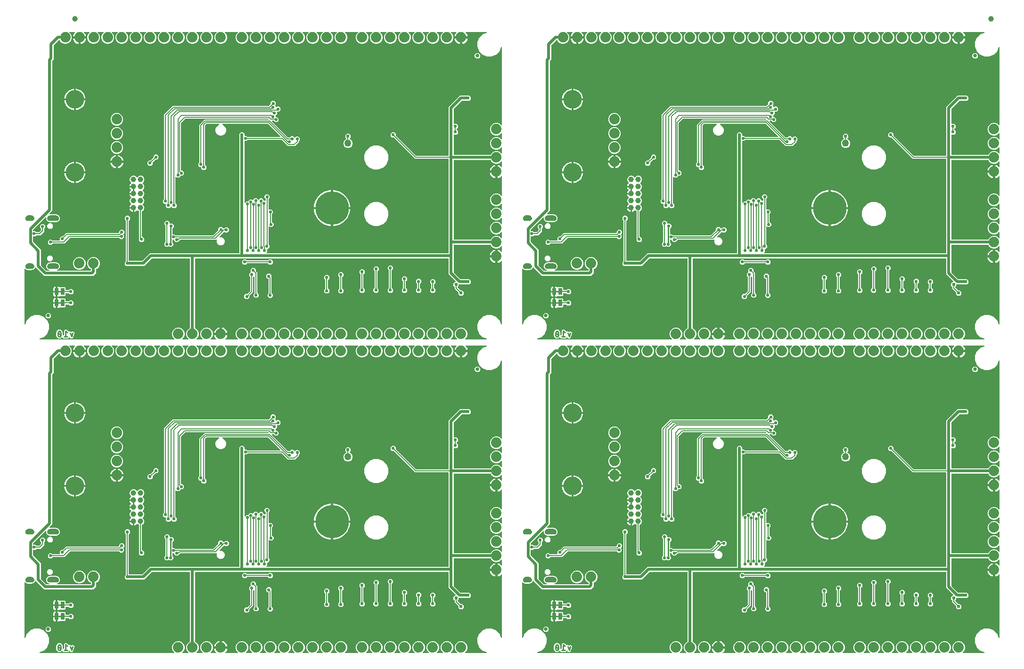
<source format=gbl>
G04 EAGLE Gerber RS-274X export*
G75*
%MOMM*%
%FSLAX34Y34*%
%LPD*%
%INBottom Copper*%
%IPPOS*%
%AMOC8*
5,1,8,0,0,1.08239X$1,22.5*%
G01*
%ADD10C,0.254000*%
%ADD11C,0.654000*%
%ADD12C,0.635000*%
%ADD13C,1.879600*%
%ADD14C,1.000000*%
%ADD15C,6.000000*%
%ADD16C,3.327400*%
%ADD17R,0.660400X1.270000*%
%ADD18C,1.270000*%
%ADD19C,0.558800*%
%ADD20C,0.508000*%
%ADD21C,0.152400*%
%ADD22C,0.604000*%
%ADD23C,0.177800*%

G36*
X980552Y2804D02*
X980552Y2804D01*
X980613Y2803D01*
X980683Y2824D01*
X980754Y2835D01*
X980809Y2861D01*
X980868Y2878D01*
X980928Y2919D01*
X980994Y2950D01*
X981038Y2992D01*
X981089Y3026D01*
X981135Y3082D01*
X981188Y3132D01*
X981218Y3185D01*
X981257Y3232D01*
X981284Y3299D01*
X981320Y3362D01*
X981333Y3422D01*
X981356Y3479D01*
X981362Y3551D01*
X981378Y3622D01*
X981373Y3683D01*
X981378Y3744D01*
X981362Y3815D01*
X981356Y3887D01*
X981333Y3943D01*
X981320Y4003D01*
X981284Y4066D01*
X981257Y4134D01*
X981218Y4181D01*
X981188Y4234D01*
X981151Y4265D01*
X981089Y4340D01*
X980914Y4457D01*
X980889Y4477D01*
X980308Y4768D01*
X980229Y4793D01*
X980191Y4816D01*
X979247Y5131D01*
X979228Y5157D01*
X979183Y5236D01*
X979158Y5257D01*
X979128Y5300D01*
X978930Y5453D01*
X978677Y6211D01*
X978658Y6249D01*
X978646Y6289D01*
X978597Y6367D01*
X978556Y6448D01*
X978526Y6478D01*
X978504Y6514D01*
X978434Y6573D01*
X978370Y6638D01*
X978333Y6658D01*
X978301Y6686D01*
X978217Y6722D01*
X978137Y6765D01*
X978096Y6774D01*
X978057Y6790D01*
X977966Y6800D01*
X977876Y6818D01*
X977834Y6813D01*
X977792Y6818D01*
X977703Y6800D01*
X977612Y6790D01*
X977573Y6774D01*
X977532Y6766D01*
X977487Y6737D01*
X977367Y6686D01*
X977249Y6586D01*
X977206Y6558D01*
X975219Y4571D01*
X967049Y4571D01*
X965206Y6414D01*
X965182Y6431D01*
X965163Y6454D01*
X965076Y6510D01*
X964992Y6571D01*
X964964Y6581D01*
X964939Y6597D01*
X964839Y6625D01*
X964741Y6659D01*
X964712Y6660D01*
X964683Y6668D01*
X964579Y6664D01*
X964476Y6668D01*
X964447Y6660D01*
X964417Y6659D01*
X964370Y6639D01*
X964219Y6598D01*
X964111Y6529D01*
X964062Y6508D01*
X961350Y4571D01*
X958057Y4571D01*
X955378Y6485D01*
X954923Y7812D01*
X954891Y7875D01*
X954881Y7914D01*
X953833Y10064D01*
X953833Y15336D01*
X954445Y16592D01*
X954471Y16673D01*
X954478Y16686D01*
X954486Y16723D01*
X954525Y16846D01*
X954525Y16869D01*
X954530Y16883D01*
X954555Y17114D01*
X954636Y17179D01*
X954639Y17182D01*
X954643Y17184D01*
X954654Y17198D01*
X954681Y17227D01*
X954721Y17258D01*
X954745Y17296D01*
X954816Y17374D01*
X954854Y17452D01*
X954882Y17488D01*
X954883Y17491D01*
X954899Y17541D01*
X954918Y17574D01*
X954919Y17581D01*
X954923Y17587D01*
X955378Y18915D01*
X958057Y20829D01*
X961350Y20829D01*
X964029Y18915D01*
X964484Y17588D01*
X964517Y17525D01*
X964526Y17486D01*
X965575Y15336D01*
X965575Y11339D01*
X965582Y11288D01*
X965581Y11236D01*
X965602Y11157D01*
X965614Y11076D01*
X965637Y11030D01*
X965651Y10980D01*
X965694Y10911D01*
X965730Y10837D01*
X965766Y10799D01*
X965793Y10756D01*
X965856Y10703D01*
X965912Y10643D01*
X965956Y10617D01*
X965996Y10584D01*
X966071Y10551D01*
X966142Y10511D01*
X966193Y10500D01*
X966240Y10479D01*
X966322Y10471D01*
X966402Y10453D01*
X966453Y10457D01*
X966505Y10452D01*
X966585Y10468D01*
X966667Y10475D01*
X966715Y10494D01*
X966765Y10504D01*
X966809Y10532D01*
X966913Y10574D01*
X967031Y10669D01*
X967197Y10669D01*
X967298Y10684D01*
X967401Y10692D01*
X967429Y10704D01*
X967460Y10709D01*
X967552Y10753D01*
X967647Y10791D01*
X967671Y10811D01*
X967699Y10824D01*
X967774Y10894D01*
X967854Y10959D01*
X967871Y10985D01*
X967893Y11006D01*
X967944Y11095D01*
X968001Y11180D01*
X968006Y11204D01*
X968025Y11236D01*
X968083Y11496D01*
X968080Y11534D01*
X968085Y11557D01*
X968085Y17562D01*
X968076Y17624D01*
X968080Y17660D01*
X967961Y18724D01*
X968001Y18784D01*
X968006Y18806D01*
X968023Y18836D01*
X968066Y19024D01*
X968824Y19782D01*
X968861Y19832D01*
X968889Y19855D01*
X969558Y20691D01*
X969629Y20705D01*
X969648Y20717D01*
X969681Y20726D01*
X969845Y20829D01*
X970916Y20829D01*
X970978Y20838D01*
X971014Y20834D01*
X972078Y20952D01*
X972138Y20913D01*
X972160Y20908D01*
X972190Y20890D01*
X972378Y20847D01*
X973135Y20090D01*
X973186Y20053D01*
X973209Y20024D01*
X976716Y17219D01*
X976814Y17162D01*
X976911Y17100D01*
X976929Y17095D01*
X976946Y17086D01*
X977057Y17060D01*
X977167Y17030D01*
X977182Y17032D01*
X977205Y17027D01*
X977470Y17047D01*
X977519Y17066D01*
X977551Y17070D01*
X979397Y17685D01*
X981023Y16872D01*
X981103Y16846D01*
X981180Y16811D01*
X981229Y16805D01*
X981276Y16790D01*
X981360Y16789D01*
X981443Y16778D01*
X981479Y16787D01*
X981542Y16786D01*
X981797Y16861D01*
X981809Y16869D01*
X981818Y16872D01*
X983445Y17685D01*
X985841Y16886D01*
X986970Y14627D01*
X984728Y7901D01*
X984712Y7811D01*
X984688Y7723D01*
X984692Y7691D01*
X984683Y7639D01*
X984715Y7391D01*
X984273Y6507D01*
X984247Y6428D01*
X984224Y6390D01*
X983910Y5446D01*
X983883Y5427D01*
X983804Y5382D01*
X983784Y5358D01*
X983741Y5327D01*
X983588Y5129D01*
X982650Y4816D01*
X982577Y4779D01*
X982534Y4768D01*
X981953Y4477D01*
X981903Y4442D01*
X981848Y4416D01*
X981795Y4366D01*
X981735Y4324D01*
X981698Y4276D01*
X981654Y4234D01*
X981617Y4171D01*
X981573Y4114D01*
X981552Y4057D01*
X981522Y4004D01*
X981506Y3933D01*
X981481Y3865D01*
X981477Y3804D01*
X981464Y3744D01*
X981470Y3672D01*
X981466Y3599D01*
X981481Y3540D01*
X981485Y3479D01*
X981513Y3412D01*
X981530Y3341D01*
X981562Y3289D01*
X981584Y3232D01*
X981630Y3176D01*
X981668Y3114D01*
X981714Y3074D01*
X981752Y3026D01*
X981813Y2986D01*
X981867Y2938D01*
X981922Y2913D01*
X981973Y2879D01*
X982021Y2868D01*
X982109Y2828D01*
X982318Y2802D01*
X982350Y2795D01*
X1165435Y2795D01*
X1165486Y2802D01*
X1165537Y2801D01*
X1165616Y2822D01*
X1165697Y2835D01*
X1165744Y2857D01*
X1165794Y2871D01*
X1165863Y2915D01*
X1165937Y2950D01*
X1165974Y2985D01*
X1166018Y3013D01*
X1166071Y3076D01*
X1166131Y3132D01*
X1166157Y3176D01*
X1166190Y3216D01*
X1166222Y3291D01*
X1166263Y3362D01*
X1166274Y3413D01*
X1166294Y3460D01*
X1166303Y3542D01*
X1166321Y3622D01*
X1166317Y3673D01*
X1166322Y3725D01*
X1166306Y3805D01*
X1166299Y3887D01*
X1166280Y3935D01*
X1166270Y3985D01*
X1166242Y4029D01*
X1166200Y4134D01*
X1166087Y4273D01*
X1166063Y4311D01*
X1164005Y6369D01*
X1162303Y10477D01*
X1162303Y14923D01*
X1164005Y19031D01*
X1167149Y22175D01*
X1171257Y23877D01*
X1175703Y23877D01*
X1179811Y22175D01*
X1182955Y19031D01*
X1184657Y14923D01*
X1184657Y10477D01*
X1182955Y6369D01*
X1180897Y4311D01*
X1180867Y4270D01*
X1180829Y4234D01*
X1180788Y4163D01*
X1180740Y4097D01*
X1180723Y4048D01*
X1180697Y4004D01*
X1180679Y3924D01*
X1180652Y3846D01*
X1180650Y3794D01*
X1180639Y3744D01*
X1180646Y3662D01*
X1180643Y3580D01*
X1180657Y3531D01*
X1180661Y3479D01*
X1180691Y3403D01*
X1180713Y3324D01*
X1180741Y3280D01*
X1180760Y3232D01*
X1180812Y3169D01*
X1180856Y3100D01*
X1180895Y3066D01*
X1180927Y3026D01*
X1180996Y2981D01*
X1181058Y2928D01*
X1181106Y2907D01*
X1181149Y2879D01*
X1181199Y2867D01*
X1181303Y2823D01*
X1181481Y2805D01*
X1181525Y2795D01*
X1190835Y2795D01*
X1190886Y2802D01*
X1190937Y2801D01*
X1191016Y2822D01*
X1191097Y2835D01*
X1191144Y2857D01*
X1191194Y2871D01*
X1191263Y2915D01*
X1191337Y2950D01*
X1191374Y2985D01*
X1191418Y3013D01*
X1191471Y3076D01*
X1191531Y3132D01*
X1191557Y3176D01*
X1191590Y3216D01*
X1191622Y3291D01*
X1191663Y3362D01*
X1191674Y3413D01*
X1191694Y3460D01*
X1191703Y3542D01*
X1191721Y3622D01*
X1191717Y3673D01*
X1191722Y3725D01*
X1191706Y3805D01*
X1191699Y3887D01*
X1191680Y3935D01*
X1191670Y3985D01*
X1191642Y4029D01*
X1191600Y4134D01*
X1191487Y4273D01*
X1191463Y4311D01*
X1189405Y6369D01*
X1187703Y10477D01*
X1187703Y14923D01*
X1189405Y19031D01*
X1192549Y22175D01*
X1194013Y22782D01*
X1194066Y22814D01*
X1194124Y22837D01*
X1194179Y22882D01*
X1194241Y22919D01*
X1194282Y22965D01*
X1194330Y23004D01*
X1194370Y23064D01*
X1194417Y23117D01*
X1194443Y23174D01*
X1194477Y23225D01*
X1194488Y23272D01*
X1194527Y23359D01*
X1194554Y23572D01*
X1194561Y23602D01*
X1194561Y148073D01*
X1194546Y148175D01*
X1194538Y148277D01*
X1194526Y148305D01*
X1194521Y148336D01*
X1194477Y148428D01*
X1194439Y148524D01*
X1194419Y148547D01*
X1194406Y148575D01*
X1194336Y148650D01*
X1194271Y148730D01*
X1194245Y148747D01*
X1194224Y148769D01*
X1194135Y148820D01*
X1194050Y148877D01*
X1194026Y148883D01*
X1193994Y148901D01*
X1193734Y148959D01*
X1193696Y148956D01*
X1193673Y148961D01*
X1126479Y148961D01*
X1126458Y148958D01*
X1126437Y148960D01*
X1126327Y148938D01*
X1126216Y148921D01*
X1126197Y148912D01*
X1126176Y148908D01*
X1126138Y148884D01*
X1125977Y148806D01*
X1125894Y148729D01*
X1125851Y148701D01*
X1112531Y135381D01*
X1084556Y135381D01*
X1084535Y135378D01*
X1084514Y135380D01*
X1084404Y135358D01*
X1084293Y135341D01*
X1084274Y135332D01*
X1084254Y135328D01*
X1084215Y135304D01*
X1084054Y135226D01*
X1083971Y135149D01*
X1083938Y135127D01*
X1080146Y135127D01*
X1077467Y137806D01*
X1077467Y141594D01*
X1079239Y143366D01*
X1079252Y143383D01*
X1079268Y143396D01*
X1079330Y143490D01*
X1079397Y143580D01*
X1079404Y143600D01*
X1079415Y143617D01*
X1079425Y143662D01*
X1079484Y143831D01*
X1079487Y143921D01*
X1079497Y143965D01*
X1079496Y143979D01*
X1079499Y143994D01*
X1079499Y216432D01*
X1079496Y216453D01*
X1079498Y216474D01*
X1079476Y216584D01*
X1079459Y216695D01*
X1079450Y216714D01*
X1079446Y216734D01*
X1079422Y216773D01*
X1079344Y216934D01*
X1079267Y217017D01*
X1079239Y217060D01*
X1077467Y218832D01*
X1077467Y222620D01*
X1080146Y225299D01*
X1083934Y225299D01*
X1086613Y222620D01*
X1086613Y218832D01*
X1084841Y217060D01*
X1084828Y217043D01*
X1084812Y217030D01*
X1084750Y216936D01*
X1084683Y216846D01*
X1084676Y216826D01*
X1084665Y216809D01*
X1084655Y216764D01*
X1084596Y216595D01*
X1084592Y216482D01*
X1084581Y216432D01*
X1084581Y144907D01*
X1084596Y144805D01*
X1084604Y144703D01*
X1084616Y144675D01*
X1084621Y144644D01*
X1084665Y144552D01*
X1084703Y144456D01*
X1084723Y144433D01*
X1084736Y144405D01*
X1084806Y144330D01*
X1084871Y144250D01*
X1084897Y144233D01*
X1084918Y144211D01*
X1085007Y144160D01*
X1085092Y144103D01*
X1085116Y144097D01*
X1085148Y144079D01*
X1085408Y144021D01*
X1085446Y144024D01*
X1085469Y144019D01*
X1108585Y144019D01*
X1108606Y144022D01*
X1108627Y144020D01*
X1108737Y144042D01*
X1108848Y144059D01*
X1108867Y144068D01*
X1108888Y144072D01*
X1108926Y144096D01*
X1109087Y144174D01*
X1109170Y144251D01*
X1109213Y144279D01*
X1122533Y157599D01*
X1282573Y157599D01*
X1282675Y157614D01*
X1282777Y157622D01*
X1282805Y157634D01*
X1282836Y157639D01*
X1282928Y157683D01*
X1283024Y157721D01*
X1283047Y157741D01*
X1283075Y157754D01*
X1283150Y157824D01*
X1283230Y157889D01*
X1283247Y157915D01*
X1283269Y157936D01*
X1283320Y158025D01*
X1283377Y158110D01*
X1283383Y158134D01*
X1283401Y158166D01*
X1283459Y158426D01*
X1283456Y158464D01*
X1283461Y158487D01*
X1283461Y186714D01*
X1283458Y186735D01*
X1283460Y186756D01*
X1283438Y186866D01*
X1283421Y186977D01*
X1283412Y186996D01*
X1283408Y187016D01*
X1283384Y187055D01*
X1283306Y187216D01*
X1283229Y187299D01*
X1283207Y187332D01*
X1283207Y191126D01*
X1283214Y191135D01*
X1283230Y191148D01*
X1283292Y191242D01*
X1283359Y191332D01*
X1283366Y191352D01*
X1283377Y191369D01*
X1283387Y191414D01*
X1283446Y191583D01*
X1283450Y191696D01*
X1283461Y191746D01*
X1283461Y368324D01*
X1283458Y368345D01*
X1283460Y368366D01*
X1283438Y368476D01*
X1283421Y368587D01*
X1283412Y368606D01*
X1283408Y368626D01*
X1283384Y368665D01*
X1283306Y368826D01*
X1283229Y368909D01*
X1283207Y368942D01*
X1283207Y372734D01*
X1285886Y375413D01*
X1289674Y375413D01*
X1292353Y372734D01*
X1292353Y369951D01*
X1292368Y369849D01*
X1292376Y369747D01*
X1292388Y369719D01*
X1292393Y369688D01*
X1292437Y369596D01*
X1292475Y369500D01*
X1292495Y369477D01*
X1292508Y369449D01*
X1292578Y369374D01*
X1292643Y369294D01*
X1292669Y369277D01*
X1292690Y369255D01*
X1292779Y369204D01*
X1292864Y369147D01*
X1292888Y369141D01*
X1292920Y369123D01*
X1293180Y369065D01*
X1293218Y369068D01*
X1293241Y369063D01*
X1296024Y369063D01*
X1297796Y367291D01*
X1297813Y367278D01*
X1297826Y367262D01*
X1297920Y367200D01*
X1298010Y367133D01*
X1298030Y367126D01*
X1298047Y367115D01*
X1298092Y367105D01*
X1298261Y367046D01*
X1298374Y367042D01*
X1298424Y367031D01*
X1355992Y367031D01*
X1356043Y367038D01*
X1356094Y367037D01*
X1356174Y367058D01*
X1356255Y367071D01*
X1356301Y367093D01*
X1356351Y367107D01*
X1356420Y367151D01*
X1356494Y367186D01*
X1356532Y367221D01*
X1356575Y367249D01*
X1356628Y367312D01*
X1356688Y367368D01*
X1356714Y367412D01*
X1356747Y367452D01*
X1356780Y367527D01*
X1356820Y367598D01*
X1356831Y367649D01*
X1356852Y367696D01*
X1356860Y367778D01*
X1356878Y367858D01*
X1356874Y367909D01*
X1356879Y367961D01*
X1356863Y368041D01*
X1356856Y368123D01*
X1356837Y368171D01*
X1356827Y368221D01*
X1356799Y368265D01*
X1356757Y368370D01*
X1356644Y368509D01*
X1356620Y368547D01*
X1335030Y390137D01*
X1335013Y390150D01*
X1335000Y390166D01*
X1334906Y390228D01*
X1334816Y390295D01*
X1334796Y390302D01*
X1334779Y390313D01*
X1334734Y390323D01*
X1334565Y390382D01*
X1334452Y390386D01*
X1334402Y390397D01*
X1253149Y390397D01*
X1253058Y390383D01*
X1252965Y390378D01*
X1252927Y390364D01*
X1252886Y390357D01*
X1252803Y390317D01*
X1252716Y390285D01*
X1252684Y390260D01*
X1252647Y390242D01*
X1252579Y390179D01*
X1252506Y390122D01*
X1252483Y390089D01*
X1252452Y390060D01*
X1252407Y389980D01*
X1252353Y389905D01*
X1252341Y389865D01*
X1252320Y389830D01*
X1252300Y389740D01*
X1252272Y389652D01*
X1252272Y389610D01*
X1252263Y389570D01*
X1252270Y389478D01*
X1252269Y389386D01*
X1252281Y389346D01*
X1252284Y389305D01*
X1252319Y389220D01*
X1252345Y389131D01*
X1252368Y389097D01*
X1252383Y389058D01*
X1252442Y388987D01*
X1252493Y388910D01*
X1252518Y388892D01*
X1252551Y388852D01*
X1252772Y388705D01*
X1252792Y388700D01*
X1252809Y388688D01*
X1255219Y387690D01*
X1257970Y384939D01*
X1259459Y381345D01*
X1259459Y377455D01*
X1257970Y373861D01*
X1255219Y371110D01*
X1251625Y369621D01*
X1247735Y369621D01*
X1244141Y371110D01*
X1241390Y373861D01*
X1239901Y377455D01*
X1239901Y381345D01*
X1241390Y384939D01*
X1244141Y387690D01*
X1246551Y388688D01*
X1246630Y388736D01*
X1246713Y388776D01*
X1246744Y388804D01*
X1246779Y388826D01*
X1246840Y388895D01*
X1246908Y388958D01*
X1246928Y388994D01*
X1246955Y389024D01*
X1246994Y389108D01*
X1247040Y389188D01*
X1247049Y389229D01*
X1247066Y389266D01*
X1247077Y389358D01*
X1247097Y389448D01*
X1247094Y389489D01*
X1247099Y389530D01*
X1247083Y389621D01*
X1247076Y389713D01*
X1247060Y389751D01*
X1247053Y389792D01*
X1247011Y389874D01*
X1246977Y389960D01*
X1246951Y389992D01*
X1246932Y390028D01*
X1246867Y390094D01*
X1246809Y390166D01*
X1246775Y390189D01*
X1246746Y390218D01*
X1246665Y390262D01*
X1246588Y390313D01*
X1246558Y390320D01*
X1246512Y390345D01*
X1246252Y390396D01*
X1246231Y390393D01*
X1246211Y390397D01*
X1224140Y390397D01*
X1224119Y390394D01*
X1224098Y390396D01*
X1223988Y390374D01*
X1223877Y390357D01*
X1223859Y390348D01*
X1223838Y390344D01*
X1223799Y390320D01*
X1223638Y390242D01*
X1223556Y390165D01*
X1223512Y390137D01*
X1222001Y388626D01*
X1221988Y388609D01*
X1221972Y388596D01*
X1221910Y388502D01*
X1221843Y388412D01*
X1221836Y388392D01*
X1221825Y388375D01*
X1221815Y388330D01*
X1221756Y388161D01*
X1221752Y388048D01*
X1221741Y387998D01*
X1221741Y316714D01*
X1221744Y316693D01*
X1221742Y316672D01*
X1221764Y316562D01*
X1221781Y316451D01*
X1221790Y316432D01*
X1221794Y316412D01*
X1221818Y316373D01*
X1221896Y316212D01*
X1221973Y316129D01*
X1222001Y316086D01*
X1223773Y314314D01*
X1223773Y310526D01*
X1221094Y307847D01*
X1217306Y307847D01*
X1214627Y310526D01*
X1214627Y312039D01*
X1214612Y312141D01*
X1214604Y312243D01*
X1214592Y312271D01*
X1214587Y312302D01*
X1214543Y312394D01*
X1214505Y312490D01*
X1214485Y312513D01*
X1214472Y312541D01*
X1214402Y312616D01*
X1214337Y312696D01*
X1214311Y312713D01*
X1214290Y312735D01*
X1214201Y312786D01*
X1214116Y312843D01*
X1214092Y312849D01*
X1214060Y312867D01*
X1213800Y312925D01*
X1213762Y312922D01*
X1213739Y312927D01*
X1212226Y312927D01*
X1209547Y315606D01*
X1209547Y319394D01*
X1211319Y321166D01*
X1211332Y321183D01*
X1211348Y321196D01*
X1211410Y321290D01*
X1211477Y321380D01*
X1211484Y321400D01*
X1211495Y321417D01*
X1211505Y321462D01*
X1211564Y321631D01*
X1211568Y321744D01*
X1211579Y321794D01*
X1211579Y389418D01*
X1220180Y398019D01*
X1335200Y398019D01*
X1335251Y398026D01*
X1335303Y398025D01*
X1335382Y398046D01*
X1335463Y398059D01*
X1335509Y398081D01*
X1335559Y398095D01*
X1335628Y398139D01*
X1335702Y398174D01*
X1335740Y398210D01*
X1335783Y398237D01*
X1335836Y398300D01*
X1335896Y398356D01*
X1335922Y398400D01*
X1335955Y398440D01*
X1335988Y398515D01*
X1336028Y398586D01*
X1336040Y398637D01*
X1336060Y398684D01*
X1336068Y398766D01*
X1336086Y398846D01*
X1336082Y398897D01*
X1336087Y398949D01*
X1336071Y399029D01*
X1336065Y399111D01*
X1336045Y399159D01*
X1336035Y399209D01*
X1336008Y399253D01*
X1335966Y399358D01*
X1335852Y399497D01*
X1335828Y399535D01*
X1335574Y399789D01*
X1335557Y399802D01*
X1335544Y399818D01*
X1335450Y399880D01*
X1335360Y399947D01*
X1335340Y399954D01*
X1335323Y399965D01*
X1335278Y399975D01*
X1335109Y400034D01*
X1334996Y400038D01*
X1334946Y400049D01*
X1186142Y400049D01*
X1186121Y400046D01*
X1186100Y400048D01*
X1185990Y400026D01*
X1185879Y400009D01*
X1185860Y400000D01*
X1185839Y399996D01*
X1185801Y399972D01*
X1185639Y399894D01*
X1185557Y399817D01*
X1185513Y399789D01*
X1178124Y392400D01*
X1178112Y392383D01*
X1178095Y392370D01*
X1178033Y392276D01*
X1177966Y392186D01*
X1177960Y392166D01*
X1177948Y392148D01*
X1177938Y392104D01*
X1177879Y391935D01*
X1177875Y391822D01*
X1177864Y391772D01*
X1177864Y307467D01*
X1177879Y307365D01*
X1177888Y307263D01*
X1177899Y307235D01*
X1177904Y307204D01*
X1177948Y307112D01*
X1177987Y307016D01*
X1178006Y306993D01*
X1178020Y306965D01*
X1178090Y306890D01*
X1178154Y306810D01*
X1178180Y306793D01*
X1178201Y306771D01*
X1178290Y306720D01*
X1178375Y306663D01*
X1178399Y306657D01*
X1178432Y306639D01*
X1178691Y306581D01*
X1178729Y306584D01*
X1178752Y306579D01*
X1180773Y306579D01*
X1183452Y303900D01*
X1183452Y300112D01*
X1180773Y297433D01*
X1178244Y297433D01*
X1178143Y297418D01*
X1178040Y297410D01*
X1178012Y297398D01*
X1177981Y297393D01*
X1177889Y297349D01*
X1177794Y297311D01*
X1177770Y297291D01*
X1177742Y297278D01*
X1177667Y297208D01*
X1177587Y297143D01*
X1177570Y297117D01*
X1177548Y297096D01*
X1177509Y297028D01*
X1174677Y294196D01*
X1170889Y294196D01*
X1169917Y295169D01*
X1169876Y295199D01*
X1169840Y295237D01*
X1169769Y295278D01*
X1169703Y295326D01*
X1169654Y295343D01*
X1169610Y295369D01*
X1169530Y295387D01*
X1169452Y295414D01*
X1169400Y295415D01*
X1169350Y295427D01*
X1169268Y295420D01*
X1169186Y295423D01*
X1169137Y295409D01*
X1169085Y295405D01*
X1169009Y295374D01*
X1168930Y295353D01*
X1168886Y295325D01*
X1168838Y295306D01*
X1168775Y295254D01*
X1168706Y295210D01*
X1168672Y295171D01*
X1168632Y295138D01*
X1168587Y295070D01*
X1168534Y295008D01*
X1168513Y294960D01*
X1168485Y294917D01*
X1168473Y294867D01*
X1168429Y294763D01*
X1168411Y294585D01*
X1168401Y294540D01*
X1168401Y248134D01*
X1168404Y248113D01*
X1168402Y248092D01*
X1168424Y247982D01*
X1168441Y247871D01*
X1168450Y247852D01*
X1168454Y247832D01*
X1168478Y247793D01*
X1168556Y247632D01*
X1168633Y247549D01*
X1168661Y247506D01*
X1170433Y245734D01*
X1170433Y241946D01*
X1167754Y239267D01*
X1163966Y239267D01*
X1161408Y241825D01*
X1161326Y241886D01*
X1161247Y241952D01*
X1161219Y241965D01*
X1161194Y241983D01*
X1161097Y242017D01*
X1161003Y242057D01*
X1160972Y242060D01*
X1160943Y242070D01*
X1160841Y242074D01*
X1160738Y242084D01*
X1160708Y242078D01*
X1160677Y242079D01*
X1160578Y242052D01*
X1160478Y242032D01*
X1160458Y242019D01*
X1160421Y242009D01*
X1160197Y241867D01*
X1160172Y241838D01*
X1160152Y241825D01*
X1157594Y239267D01*
X1153806Y239267D01*
X1151127Y241946D01*
X1151127Y245999D01*
X1151112Y246101D01*
X1151104Y246203D01*
X1151092Y246231D01*
X1151087Y246262D01*
X1151043Y246354D01*
X1151005Y246450D01*
X1150985Y246473D01*
X1150972Y246501D01*
X1150902Y246576D01*
X1150837Y246656D01*
X1150811Y246673D01*
X1150790Y246695D01*
X1150701Y246746D01*
X1150616Y246803D01*
X1150592Y246809D01*
X1150560Y246827D01*
X1150300Y246885D01*
X1150262Y246882D01*
X1150239Y246887D01*
X1148726Y246887D01*
X1146047Y249566D01*
X1146047Y253354D01*
X1147819Y255126D01*
X1147832Y255143D01*
X1147848Y255156D01*
X1147910Y255250D01*
X1147977Y255340D01*
X1147984Y255360D01*
X1147995Y255377D01*
X1148005Y255422D01*
X1148064Y255591D01*
X1148068Y255704D01*
X1148079Y255754D01*
X1148079Y407235D01*
X1164009Y423165D01*
X1335636Y423165D01*
X1335656Y423168D01*
X1335677Y423166D01*
X1335788Y423188D01*
X1335898Y423205D01*
X1335917Y423214D01*
X1335938Y423218D01*
X1335977Y423242D01*
X1336138Y423320D01*
X1336220Y423397D01*
X1336264Y423425D01*
X1339081Y426242D01*
X1339094Y426259D01*
X1339110Y426272D01*
X1339172Y426366D01*
X1339239Y426456D01*
X1339246Y426476D01*
X1339257Y426494D01*
X1339267Y426538D01*
X1339326Y426707D01*
X1339330Y426820D01*
X1339341Y426870D01*
X1339341Y429376D01*
X1342020Y432055D01*
X1345808Y432055D01*
X1348487Y429376D01*
X1348487Y425588D01*
X1347438Y424539D01*
X1347377Y424457D01*
X1347311Y424379D01*
X1347299Y424350D01*
X1347281Y424326D01*
X1347247Y424229D01*
X1347206Y424134D01*
X1347203Y424103D01*
X1347193Y424074D01*
X1347190Y423972D01*
X1347179Y423870D01*
X1347185Y423840D01*
X1347184Y423809D01*
X1347211Y423710D01*
X1347231Y423609D01*
X1347244Y423589D01*
X1347254Y423552D01*
X1347397Y423328D01*
X1347425Y423303D01*
X1347438Y423283D01*
X1348233Y422489D01*
X1348233Y421587D01*
X1348240Y421536D01*
X1348239Y421484D01*
X1348260Y421405D01*
X1348273Y421324D01*
X1348295Y421277D01*
X1348309Y421228D01*
X1348353Y421158D01*
X1348388Y421085D01*
X1348423Y421047D01*
X1348451Y421003D01*
X1348514Y420950D01*
X1348570Y420890D01*
X1348614Y420865D01*
X1348654Y420831D01*
X1348729Y420799D01*
X1348800Y420758D01*
X1348851Y420747D01*
X1348898Y420727D01*
X1348980Y420718D01*
X1349060Y420701D01*
X1349111Y420705D01*
X1349163Y420699D01*
X1349243Y420716D01*
X1349325Y420722D01*
X1349373Y420741D01*
X1349423Y420751D01*
X1349467Y420779D01*
X1349572Y420821D01*
X1349711Y420934D01*
X1349749Y420959D01*
X1350656Y421865D01*
X1354444Y421865D01*
X1357123Y419187D01*
X1357123Y415399D01*
X1354444Y412720D01*
X1351632Y412720D01*
X1351530Y412705D01*
X1351428Y412696D01*
X1351399Y412685D01*
X1351369Y412680D01*
X1351277Y412636D01*
X1351181Y412597D01*
X1351157Y412578D01*
X1351130Y412564D01*
X1351055Y412494D01*
X1350975Y412430D01*
X1350958Y412404D01*
X1350935Y412383D01*
X1350884Y412294D01*
X1350827Y412209D01*
X1350822Y412185D01*
X1350803Y412152D01*
X1350746Y411893D01*
X1350749Y411855D01*
X1350743Y411832D01*
X1350743Y408287D01*
X1348493Y406036D01*
X1348480Y406019D01*
X1348464Y406006D01*
X1348402Y405912D01*
X1348335Y405822D01*
X1348328Y405802D01*
X1348317Y405785D01*
X1348307Y405740D01*
X1348248Y405571D01*
X1348244Y405458D01*
X1348233Y405408D01*
X1348233Y403762D01*
X1348248Y403661D01*
X1348256Y403558D01*
X1348268Y403530D01*
X1348273Y403499D01*
X1348317Y403407D01*
X1348355Y403312D01*
X1348375Y403288D01*
X1348388Y403260D01*
X1348458Y403185D01*
X1348523Y403105D01*
X1348549Y403088D01*
X1348570Y403066D01*
X1348659Y403015D01*
X1348744Y402958D01*
X1348768Y402953D01*
X1348800Y402934D01*
X1349060Y402876D01*
X1349098Y402879D01*
X1349121Y402874D01*
X1351113Y402874D01*
X1353791Y400195D01*
X1353791Y396407D01*
X1351113Y393729D01*
X1347325Y393729D01*
X1345074Y395979D01*
X1345057Y395992D01*
X1345044Y396008D01*
X1344950Y396070D01*
X1344860Y396137D01*
X1344840Y396144D01*
X1344823Y396155D01*
X1344778Y396165D01*
X1344609Y396224D01*
X1344496Y396228D01*
X1344446Y396239D01*
X1342540Y396239D01*
X1342489Y396232D01*
X1342438Y396233D01*
X1342358Y396212D01*
X1342277Y396199D01*
X1342231Y396177D01*
X1342181Y396163D01*
X1342112Y396119D01*
X1342038Y396084D01*
X1342000Y396049D01*
X1341957Y396021D01*
X1341904Y395958D01*
X1341844Y395902D01*
X1341818Y395858D01*
X1341785Y395818D01*
X1341753Y395743D01*
X1341712Y395672D01*
X1341701Y395621D01*
X1341680Y395574D01*
X1341672Y395492D01*
X1341654Y395412D01*
X1341658Y395361D01*
X1341653Y395309D01*
X1341669Y395229D01*
X1341676Y395147D01*
X1341695Y395099D01*
X1341705Y395049D01*
X1341733Y395005D01*
X1341775Y394900D01*
X1341888Y394761D01*
X1341912Y394723D01*
X1370106Y366529D01*
X1370123Y366516D01*
X1370136Y366500D01*
X1370230Y366438D01*
X1370320Y366371D01*
X1370340Y366364D01*
X1370357Y366353D01*
X1370402Y366343D01*
X1370571Y366284D01*
X1370684Y366280D01*
X1370734Y366269D01*
X1373656Y366269D01*
X1373677Y366272D01*
X1373698Y366270D01*
X1373808Y366292D01*
X1373919Y366309D01*
X1373938Y366318D01*
X1373958Y366322D01*
X1373997Y366346D01*
X1374158Y366424D01*
X1374241Y366501D01*
X1374284Y366529D01*
X1376056Y368301D01*
X1379844Y368301D01*
X1382119Y366026D01*
X1382201Y365965D01*
X1382280Y365899D01*
X1382308Y365887D01*
X1382333Y365868D01*
X1382430Y365835D01*
X1382524Y365794D01*
X1382555Y365791D01*
X1382584Y365781D01*
X1382686Y365778D01*
X1382788Y365767D01*
X1382819Y365773D01*
X1382849Y365772D01*
X1382948Y365799D01*
X1383049Y365819D01*
X1383069Y365832D01*
X1383106Y365842D01*
X1383330Y365984D01*
X1383355Y366013D01*
X1383375Y366026D01*
X1385141Y367793D01*
X1388930Y367793D01*
X1391608Y365114D01*
X1391608Y361326D01*
X1389836Y359554D01*
X1389824Y359537D01*
X1389808Y359524D01*
X1389745Y359430D01*
X1389679Y359340D01*
X1389672Y359320D01*
X1389660Y359303D01*
X1389650Y359258D01*
X1389591Y359089D01*
X1389587Y358976D01*
X1389576Y358926D01*
X1389576Y357283D01*
X1382812Y350519D01*
X1370548Y350519D01*
X1368799Y352268D01*
X1359378Y361689D01*
X1359361Y361702D01*
X1359348Y361718D01*
X1359254Y361780D01*
X1359164Y361847D01*
X1359144Y361854D01*
X1359127Y361865D01*
X1359082Y361875D01*
X1358913Y361934D01*
X1358800Y361938D01*
X1358750Y361949D01*
X1298424Y361949D01*
X1298403Y361946D01*
X1298382Y361948D01*
X1298272Y361926D01*
X1298161Y361909D01*
X1298142Y361900D01*
X1298122Y361896D01*
X1298083Y361872D01*
X1297922Y361794D01*
X1297839Y361717D01*
X1297796Y361689D01*
X1296024Y359917D01*
X1292987Y359917D01*
X1292885Y359902D01*
X1292783Y359894D01*
X1292755Y359882D01*
X1292724Y359877D01*
X1292632Y359833D01*
X1292536Y359795D01*
X1292513Y359775D01*
X1292485Y359762D01*
X1292410Y359692D01*
X1292330Y359627D01*
X1292313Y359601D01*
X1292291Y359580D01*
X1292240Y359491D01*
X1292183Y359406D01*
X1292177Y359382D01*
X1292159Y359350D01*
X1292101Y359090D01*
X1292104Y359056D01*
X1292101Y359044D01*
X1292101Y359040D01*
X1292099Y359029D01*
X1292099Y249150D01*
X1292106Y249099D01*
X1292105Y249047D01*
X1292126Y248968D01*
X1292139Y248887D01*
X1292161Y248841D01*
X1292175Y248791D01*
X1292219Y248722D01*
X1292254Y248648D01*
X1292289Y248610D01*
X1292317Y248567D01*
X1292380Y248513D01*
X1292436Y248454D01*
X1292480Y248428D01*
X1292520Y248394D01*
X1292595Y248362D01*
X1292666Y248322D01*
X1292717Y248310D01*
X1292764Y248290D01*
X1292846Y248282D01*
X1292926Y248264D01*
X1292977Y248268D01*
X1293029Y248263D01*
X1293109Y248279D01*
X1293191Y248285D01*
X1293239Y248305D01*
X1293289Y248315D01*
X1293333Y248342D01*
X1293438Y248384D01*
X1293577Y248497D01*
X1293615Y248522D01*
X1296046Y250953D01*
X1298067Y250953D01*
X1298169Y250968D01*
X1298271Y250976D01*
X1298299Y250988D01*
X1298330Y250993D01*
X1298422Y251037D01*
X1298518Y251075D01*
X1298541Y251095D01*
X1298569Y251108D01*
X1298644Y251178D01*
X1298724Y251243D01*
X1298741Y251269D01*
X1298763Y251290D01*
X1298814Y251379D01*
X1298871Y251464D01*
X1298877Y251488D01*
X1298895Y251520D01*
X1298953Y251780D01*
X1298950Y251818D01*
X1298955Y251841D01*
X1298955Y252026D01*
X1301634Y254704D01*
X1305422Y254704D01*
X1306583Y253543D01*
X1306624Y253513D01*
X1306660Y253475D01*
X1306731Y253434D01*
X1306797Y253386D01*
X1306846Y253369D01*
X1306890Y253343D01*
X1306970Y253325D01*
X1307048Y253298D01*
X1307100Y253297D01*
X1307150Y253285D01*
X1307232Y253292D01*
X1307314Y253289D01*
X1307363Y253303D01*
X1307415Y253307D01*
X1307491Y253337D01*
X1307570Y253359D01*
X1307614Y253387D01*
X1307662Y253406D01*
X1307725Y253458D01*
X1307794Y253502D01*
X1307828Y253541D01*
X1307868Y253574D01*
X1307913Y253642D01*
X1307966Y253704D01*
X1307987Y253752D01*
X1308015Y253795D01*
X1308027Y253845D01*
X1308071Y253949D01*
X1308089Y254127D01*
X1308099Y254171D01*
X1308099Y254370D01*
X1310778Y257049D01*
X1314566Y257049D01*
X1316870Y254745D01*
X1316953Y254684D01*
X1317031Y254618D01*
X1317059Y254605D01*
X1317084Y254587D01*
X1317181Y254553D01*
X1317275Y254513D01*
X1317306Y254510D01*
X1317335Y254500D01*
X1317437Y254496D01*
X1317540Y254486D01*
X1317570Y254492D01*
X1317601Y254491D01*
X1317700Y254518D01*
X1317800Y254538D01*
X1317820Y254551D01*
X1317857Y254561D01*
X1318081Y254703D01*
X1318106Y254732D01*
X1318126Y254745D01*
X1320176Y256795D01*
X1323964Y256795D01*
X1326643Y254116D01*
X1326643Y253267D01*
X1326658Y253166D01*
X1326666Y253063D01*
X1326678Y253035D01*
X1326683Y253004D01*
X1326727Y252912D01*
X1326765Y252817D01*
X1326785Y252793D01*
X1326798Y252765D01*
X1326868Y252690D01*
X1326933Y252610D01*
X1326959Y252593D01*
X1326980Y252571D01*
X1327069Y252520D01*
X1327154Y252463D01*
X1327178Y252458D01*
X1327210Y252439D01*
X1327470Y252381D01*
X1327508Y252384D01*
X1327531Y252379D01*
X1328888Y252379D01*
X1328935Y252332D01*
X1328976Y252301D01*
X1329012Y252264D01*
X1329083Y252223D01*
X1329149Y252174D01*
X1329198Y252157D01*
X1329242Y252132D01*
X1329322Y252114D01*
X1329400Y252087D01*
X1329452Y252085D01*
X1329502Y252074D01*
X1329584Y252080D01*
X1329666Y252078D01*
X1329715Y252091D01*
X1329767Y252095D01*
X1329843Y252126D01*
X1329922Y252147D01*
X1329966Y252175D01*
X1330014Y252194D01*
X1330077Y252246D01*
X1330146Y252290D01*
X1330180Y252329D01*
X1330220Y252362D01*
X1330265Y252430D01*
X1330318Y252493D01*
X1330339Y252540D01*
X1330367Y252583D01*
X1330379Y252634D01*
X1330423Y252737D01*
X1330441Y252915D01*
X1330451Y252960D01*
X1330451Y255040D01*
X1330448Y255061D01*
X1330450Y255082D01*
X1330428Y255192D01*
X1330411Y255303D01*
X1330402Y255322D01*
X1330398Y255342D01*
X1330374Y255381D01*
X1330296Y255542D01*
X1330219Y255625D01*
X1330191Y255668D01*
X1328419Y257440D01*
X1328419Y261228D01*
X1331098Y263907D01*
X1334886Y263907D01*
X1337565Y261228D01*
X1337565Y257440D01*
X1335793Y255668D01*
X1335780Y255651D01*
X1335764Y255638D01*
X1335749Y255615D01*
X1335742Y255609D01*
X1335727Y255582D01*
X1335702Y255544D01*
X1335635Y255454D01*
X1335628Y255434D01*
X1335617Y255417D01*
X1335607Y255372D01*
X1335548Y255203D01*
X1335544Y255090D01*
X1335533Y255040D01*
X1335533Y237212D01*
X1335540Y237161D01*
X1335539Y237109D01*
X1335560Y237030D01*
X1335573Y236949D01*
X1335595Y236903D01*
X1335609Y236853D01*
X1335653Y236784D01*
X1335688Y236710D01*
X1335724Y236672D01*
X1335751Y236629D01*
X1335814Y236576D01*
X1335870Y236516D01*
X1335915Y236490D01*
X1335954Y236456D01*
X1336029Y236424D01*
X1336100Y236384D01*
X1336151Y236372D01*
X1336198Y236352D01*
X1336280Y236344D01*
X1336360Y236326D01*
X1336411Y236330D01*
X1336463Y236325D01*
X1336543Y236341D01*
X1336625Y236347D01*
X1336673Y236367D01*
X1336723Y236377D01*
X1336767Y236404D01*
X1336872Y236446D01*
X1337011Y236559D01*
X1337049Y236584D01*
X1337194Y236729D01*
X1340982Y236729D01*
X1343661Y234050D01*
X1343661Y230262D01*
X1341889Y228490D01*
X1341876Y228473D01*
X1341860Y228460D01*
X1341798Y228366D01*
X1341731Y228276D01*
X1341724Y228256D01*
X1341713Y228239D01*
X1341703Y228194D01*
X1341644Y228025D01*
X1341640Y227912D01*
X1341629Y227862D01*
X1341629Y214860D01*
X1341632Y214839D01*
X1341630Y214818D01*
X1341652Y214708D01*
X1341669Y214597D01*
X1341678Y214578D01*
X1341682Y214558D01*
X1341706Y214519D01*
X1341784Y214358D01*
X1341861Y214275D01*
X1341889Y214232D01*
X1344677Y211444D01*
X1344677Y207656D01*
X1341998Y204977D01*
X1338210Y204977D01*
X1337049Y206138D01*
X1337008Y206169D01*
X1336972Y206206D01*
X1336901Y206247D01*
X1336835Y206296D01*
X1336786Y206313D01*
X1336742Y206338D01*
X1336662Y206356D01*
X1336584Y206383D01*
X1336532Y206385D01*
X1336482Y206396D01*
X1336400Y206390D01*
X1336318Y206392D01*
X1336269Y206379D01*
X1336217Y206375D01*
X1336141Y206344D01*
X1336062Y206322D01*
X1336018Y206295D01*
X1335970Y206276D01*
X1335907Y206224D01*
X1335838Y206180D01*
X1335804Y206141D01*
X1335764Y206108D01*
X1335719Y206040D01*
X1335666Y205977D01*
X1335645Y205930D01*
X1335617Y205887D01*
X1335605Y205836D01*
X1335561Y205733D01*
X1335543Y205554D01*
X1335533Y205510D01*
X1335533Y173966D01*
X1335536Y173945D01*
X1335534Y173924D01*
X1335556Y173814D01*
X1335573Y173703D01*
X1335582Y173684D01*
X1335586Y173664D01*
X1335610Y173625D01*
X1335688Y173464D01*
X1335765Y173381D01*
X1335793Y173338D01*
X1337057Y172074D01*
X1337057Y168286D01*
X1334378Y165607D01*
X1333881Y165607D01*
X1333779Y165592D01*
X1333677Y165584D01*
X1333649Y165572D01*
X1333618Y165567D01*
X1333526Y165523D01*
X1333430Y165485D01*
X1333407Y165465D01*
X1333379Y165452D01*
X1333304Y165382D01*
X1333224Y165317D01*
X1333207Y165291D01*
X1333185Y165270D01*
X1333134Y165181D01*
X1333077Y165096D01*
X1333071Y165072D01*
X1333053Y165040D01*
X1332995Y164780D01*
X1332998Y164742D01*
X1332993Y164719D01*
X1332993Y160666D01*
X1331442Y159115D01*
X1331411Y159074D01*
X1331374Y159038D01*
X1331333Y158967D01*
X1331284Y158901D01*
X1331267Y158852D01*
X1331242Y158808D01*
X1331224Y158728D01*
X1331197Y158650D01*
X1331195Y158598D01*
X1331184Y158548D01*
X1331190Y158466D01*
X1331188Y158384D01*
X1331201Y158335D01*
X1331205Y158283D01*
X1331236Y158207D01*
X1331258Y158128D01*
X1331285Y158084D01*
X1331304Y158036D01*
X1331356Y157973D01*
X1331400Y157904D01*
X1331439Y157870D01*
X1331472Y157830D01*
X1331540Y157785D01*
X1331603Y157732D01*
X1331650Y157711D01*
X1331693Y157683D01*
X1331744Y157671D01*
X1331847Y157627D01*
X1332026Y157609D01*
X1332070Y157599D01*
X1658493Y157599D01*
X1658595Y157614D01*
X1658697Y157622D01*
X1658725Y157634D01*
X1658756Y157639D01*
X1658848Y157683D01*
X1658944Y157721D01*
X1658967Y157741D01*
X1658995Y157754D01*
X1659070Y157824D01*
X1659150Y157889D01*
X1659167Y157915D01*
X1659189Y157936D01*
X1659240Y158025D01*
X1659297Y158110D01*
X1659303Y158134D01*
X1659321Y158166D01*
X1659379Y158426D01*
X1659376Y158464D01*
X1659381Y158487D01*
X1659381Y326771D01*
X1659366Y326873D01*
X1659358Y326975D01*
X1659346Y327003D01*
X1659341Y327034D01*
X1659297Y327126D01*
X1659259Y327222D01*
X1659239Y327245D01*
X1659226Y327273D01*
X1659156Y327348D01*
X1659091Y327428D01*
X1659065Y327445D01*
X1659044Y327467D01*
X1658955Y327518D01*
X1658870Y327575D01*
X1658846Y327581D01*
X1658814Y327599D01*
X1658554Y327657D01*
X1658516Y327654D01*
X1658493Y327659D01*
X1599148Y327659D01*
X1597399Y329408D01*
X1560800Y366007D01*
X1560783Y366020D01*
X1560770Y366036D01*
X1560676Y366098D01*
X1560586Y366165D01*
X1560566Y366172D01*
X1560549Y366183D01*
X1560504Y366193D01*
X1560335Y366252D01*
X1560222Y366256D01*
X1560172Y366267D01*
X1557666Y366267D01*
X1554987Y368946D01*
X1554987Y372734D01*
X1557666Y375413D01*
X1561454Y375413D01*
X1564133Y372734D01*
X1564133Y370228D01*
X1564136Y370208D01*
X1564134Y370187D01*
X1564156Y370076D01*
X1564173Y369965D01*
X1564182Y369947D01*
X1564186Y369926D01*
X1564210Y369887D01*
X1564288Y369726D01*
X1564365Y369644D01*
X1564393Y369600D01*
X1600992Y333001D01*
X1601009Y332988D01*
X1601022Y332972D01*
X1601116Y332910D01*
X1601206Y332843D01*
X1601226Y332836D01*
X1601243Y332825D01*
X1601288Y332815D01*
X1601457Y332756D01*
X1601570Y332752D01*
X1601620Y332741D01*
X1658493Y332741D01*
X1658595Y332756D01*
X1658697Y332764D01*
X1658725Y332776D01*
X1658756Y332781D01*
X1658848Y332825D01*
X1658944Y332863D01*
X1658967Y332883D01*
X1658995Y332896D01*
X1659070Y332966D01*
X1659150Y333031D01*
X1659167Y333057D01*
X1659189Y333078D01*
X1659240Y333167D01*
X1659297Y333252D01*
X1659303Y333276D01*
X1659321Y333308D01*
X1659379Y333568D01*
X1659376Y333606D01*
X1659381Y333629D01*
X1659381Y420889D01*
X1679691Y441199D01*
X1691664Y441199D01*
X1691685Y441202D01*
X1691706Y441200D01*
X1691816Y441222D01*
X1691927Y441239D01*
X1691946Y441248D01*
X1691966Y441252D01*
X1692005Y441276D01*
X1692166Y441354D01*
X1692249Y441431D01*
X1692282Y441453D01*
X1696074Y441453D01*
X1698753Y438774D01*
X1698753Y434986D01*
X1696074Y432307D01*
X1692284Y432307D01*
X1692275Y432314D01*
X1692262Y432330D01*
X1692168Y432392D01*
X1692078Y432459D01*
X1692058Y432466D01*
X1692041Y432477D01*
X1691996Y432487D01*
X1691827Y432546D01*
X1691714Y432550D01*
X1691664Y432561D01*
X1683637Y432561D01*
X1683616Y432558D01*
X1683595Y432560D01*
X1683485Y432538D01*
X1683374Y432521D01*
X1683355Y432512D01*
X1683334Y432508D01*
X1683296Y432484D01*
X1683135Y432406D01*
X1683052Y432329D01*
X1683009Y432301D01*
X1668279Y417571D01*
X1668266Y417554D01*
X1668250Y417541D01*
X1668188Y417448D01*
X1668121Y417357D01*
X1668114Y417337D01*
X1668103Y417320D01*
X1668093Y417275D01*
X1668034Y417106D01*
X1668030Y416994D01*
X1668019Y416943D01*
X1668019Y391390D01*
X1668026Y391339D01*
X1668025Y391287D01*
X1668046Y391208D01*
X1668059Y391127D01*
X1668081Y391081D01*
X1668095Y391031D01*
X1668139Y390962D01*
X1668174Y390888D01*
X1668210Y390850D01*
X1668237Y390806D01*
X1668300Y390753D01*
X1668356Y390694D01*
X1668401Y390668D01*
X1668440Y390634D01*
X1668515Y390602D01*
X1668586Y390562D01*
X1668637Y390550D01*
X1668684Y390530D01*
X1668766Y390522D01*
X1668846Y390504D01*
X1668897Y390508D01*
X1668949Y390503D01*
X1669029Y390519D01*
X1669111Y390525D01*
X1669159Y390545D01*
X1669209Y390555D01*
X1669253Y390582D01*
X1669358Y390624D01*
X1669392Y390653D01*
X1673214Y390653D01*
X1675893Y387974D01*
X1675893Y384186D01*
X1674121Y382414D01*
X1674108Y382397D01*
X1674092Y382384D01*
X1674030Y382290D01*
X1673963Y382200D01*
X1673956Y382180D01*
X1673945Y382163D01*
X1673935Y382118D01*
X1673876Y381949D01*
X1673872Y381836D01*
X1673861Y381786D01*
X1673861Y380214D01*
X1673864Y380193D01*
X1673862Y380172D01*
X1673884Y380062D01*
X1673901Y379951D01*
X1673910Y379932D01*
X1673914Y379912D01*
X1673938Y379873D01*
X1674016Y379712D01*
X1674093Y379629D01*
X1674121Y379586D01*
X1675893Y377814D01*
X1675893Y374026D01*
X1673214Y371347D01*
X1669387Y371347D01*
X1669321Y371396D01*
X1669272Y371413D01*
X1669228Y371438D01*
X1669148Y371456D01*
X1669070Y371483D01*
X1669019Y371485D01*
X1668968Y371496D01*
X1668886Y371490D01*
X1668804Y371492D01*
X1668755Y371479D01*
X1668703Y371475D01*
X1668627Y371444D01*
X1668548Y371423D01*
X1668504Y371395D01*
X1668456Y371376D01*
X1668393Y371324D01*
X1668324Y371280D01*
X1668290Y371241D01*
X1668250Y371208D01*
X1668205Y371140D01*
X1668152Y371077D01*
X1668131Y371030D01*
X1668103Y370987D01*
X1668091Y370936D01*
X1668047Y370833D01*
X1668029Y370655D01*
X1668019Y370610D01*
X1668019Y335407D01*
X1668034Y335305D01*
X1668042Y335203D01*
X1668054Y335175D01*
X1668059Y335144D01*
X1668103Y335052D01*
X1668141Y334956D01*
X1668161Y334933D01*
X1668174Y334905D01*
X1668244Y334830D01*
X1668309Y334750D01*
X1668335Y334733D01*
X1668356Y334711D01*
X1668445Y334660D01*
X1668530Y334603D01*
X1668554Y334597D01*
X1668586Y334579D01*
X1668846Y334521D01*
X1668884Y334524D01*
X1668907Y334519D01*
X1734078Y334519D01*
X1734139Y334528D01*
X1734201Y334527D01*
X1734270Y334548D01*
X1734341Y334559D01*
X1734396Y334586D01*
X1734456Y334603D01*
X1734515Y334643D01*
X1734580Y334674D01*
X1734625Y334717D01*
X1734677Y334751D01*
X1734704Y334790D01*
X1734774Y334856D01*
X1734881Y335042D01*
X1734898Y335067D01*
X1735505Y336531D01*
X1738649Y339675D01*
X1742757Y341377D01*
X1747203Y341377D01*
X1751311Y339675D01*
X1753369Y337617D01*
X1753410Y337587D01*
X1753446Y337549D01*
X1753517Y337508D01*
X1753583Y337460D01*
X1753632Y337443D01*
X1753676Y337417D01*
X1753756Y337399D01*
X1753834Y337372D01*
X1753886Y337370D01*
X1753936Y337359D01*
X1754018Y337366D01*
X1754100Y337363D01*
X1754149Y337377D01*
X1754201Y337381D01*
X1754277Y337411D01*
X1754356Y337433D01*
X1754400Y337461D01*
X1754448Y337480D01*
X1754511Y337532D01*
X1754580Y337576D01*
X1754614Y337615D01*
X1754654Y337647D01*
X1754699Y337716D01*
X1754752Y337778D01*
X1754773Y337826D01*
X1754801Y337869D01*
X1754813Y337919D01*
X1754857Y338023D01*
X1754875Y338201D01*
X1754885Y338245D01*
X1754885Y347555D01*
X1754878Y347606D01*
X1754879Y347657D01*
X1754858Y347736D01*
X1754845Y347817D01*
X1754823Y347864D01*
X1754809Y347914D01*
X1754765Y347983D01*
X1754730Y348057D01*
X1754695Y348094D01*
X1754667Y348138D01*
X1754604Y348191D01*
X1754548Y348251D01*
X1754504Y348277D01*
X1754464Y348310D01*
X1754389Y348342D01*
X1754318Y348383D01*
X1754267Y348394D01*
X1754220Y348414D01*
X1754138Y348423D01*
X1754058Y348441D01*
X1754007Y348437D01*
X1753955Y348442D01*
X1753875Y348426D01*
X1753793Y348419D01*
X1753745Y348400D01*
X1753695Y348390D01*
X1753651Y348362D01*
X1753546Y348320D01*
X1753407Y348207D01*
X1753369Y348183D01*
X1751311Y346125D01*
X1747203Y344423D01*
X1742757Y344423D01*
X1738649Y346125D01*
X1735505Y349269D01*
X1733803Y353377D01*
X1733803Y357823D01*
X1735505Y361931D01*
X1738649Y365075D01*
X1742757Y366777D01*
X1747203Y366777D01*
X1751311Y365075D01*
X1753369Y363017D01*
X1753410Y362987D01*
X1753446Y362949D01*
X1753517Y362908D01*
X1753583Y362860D01*
X1753632Y362843D01*
X1753676Y362817D01*
X1753756Y362799D01*
X1753834Y362772D01*
X1753886Y362770D01*
X1753936Y362759D01*
X1754018Y362766D01*
X1754100Y362763D01*
X1754149Y362777D01*
X1754201Y362781D01*
X1754277Y362811D01*
X1754356Y362833D01*
X1754400Y362861D01*
X1754448Y362880D01*
X1754511Y362932D01*
X1754580Y362976D01*
X1754614Y363015D01*
X1754654Y363047D01*
X1754699Y363116D01*
X1754752Y363178D01*
X1754773Y363226D01*
X1754801Y363269D01*
X1754813Y363319D01*
X1754857Y363423D01*
X1754875Y363601D01*
X1754885Y363645D01*
X1754885Y372955D01*
X1754878Y373006D01*
X1754879Y373057D01*
X1754858Y373136D01*
X1754845Y373217D01*
X1754823Y373264D01*
X1754809Y373314D01*
X1754765Y373383D01*
X1754730Y373457D01*
X1754695Y373494D01*
X1754667Y373538D01*
X1754604Y373591D01*
X1754548Y373651D01*
X1754504Y373677D01*
X1754464Y373710D01*
X1754389Y373742D01*
X1754318Y373783D01*
X1754267Y373794D01*
X1754220Y373814D01*
X1754138Y373823D01*
X1754058Y373841D01*
X1754007Y373837D01*
X1753955Y373842D01*
X1753875Y373826D01*
X1753793Y373819D01*
X1753745Y373800D01*
X1753695Y373790D01*
X1753651Y373762D01*
X1753546Y373720D01*
X1753407Y373607D01*
X1753369Y373583D01*
X1751311Y371525D01*
X1747203Y369823D01*
X1742757Y369823D01*
X1738649Y371525D01*
X1735505Y374669D01*
X1733803Y378777D01*
X1733803Y383223D01*
X1735505Y387331D01*
X1738649Y390475D01*
X1742757Y392177D01*
X1747203Y392177D01*
X1751311Y390475D01*
X1753369Y388417D01*
X1753410Y388387D01*
X1753446Y388349D01*
X1753517Y388308D01*
X1753583Y388260D01*
X1753632Y388243D01*
X1753676Y388217D01*
X1753756Y388199D01*
X1753834Y388172D01*
X1753886Y388170D01*
X1753936Y388159D01*
X1754018Y388166D01*
X1754100Y388163D01*
X1754149Y388177D01*
X1754201Y388181D01*
X1754277Y388211D01*
X1754356Y388233D01*
X1754400Y388261D01*
X1754448Y388280D01*
X1754511Y388332D01*
X1754580Y388376D01*
X1754614Y388415D01*
X1754654Y388447D01*
X1754699Y388516D01*
X1754752Y388578D01*
X1754773Y388626D01*
X1754801Y388669D01*
X1754813Y388719D01*
X1754857Y388823D01*
X1754875Y389001D01*
X1754885Y389045D01*
X1754885Y527753D01*
X1754871Y527844D01*
X1754866Y527936D01*
X1754862Y527947D01*
X1754862Y527954D01*
X1754851Y527981D01*
X1754845Y528016D01*
X1754805Y528099D01*
X1754773Y528185D01*
X1754764Y528196D01*
X1754763Y528201D01*
X1754746Y528221D01*
X1754730Y528255D01*
X1754667Y528323D01*
X1754610Y528396D01*
X1754597Y528405D01*
X1754595Y528407D01*
X1754575Y528420D01*
X1754548Y528449D01*
X1754468Y528495D01*
X1754393Y528548D01*
X1754376Y528554D01*
X1754374Y528555D01*
X1754368Y528556D01*
X1754353Y528561D01*
X1754318Y528581D01*
X1754228Y528601D01*
X1754140Y528630D01*
X1754098Y528630D01*
X1754058Y528639D01*
X1754012Y528635D01*
X1753997Y528639D01*
X1753996Y528639D01*
X1753950Y528632D01*
X1753874Y528633D01*
X1753834Y528621D01*
X1753793Y528617D01*
X1753756Y528602D01*
X1753733Y528599D01*
X1753689Y528577D01*
X1753619Y528557D01*
X1753585Y528534D01*
X1753546Y528518D01*
X1753517Y528494D01*
X1753494Y528483D01*
X1753455Y528447D01*
X1753398Y528409D01*
X1753380Y528383D01*
X1753340Y528351D01*
X1753320Y528321D01*
X1753300Y528302D01*
X1753252Y528219D01*
X1753193Y528130D01*
X1753188Y528110D01*
X1753176Y528093D01*
X1750368Y521314D01*
X1744366Y515312D01*
X1736524Y512063D01*
X1728036Y512063D01*
X1720194Y515312D01*
X1714192Y521314D01*
X1710943Y529156D01*
X1710943Y537644D01*
X1714192Y545486D01*
X1720194Y551488D01*
X1726973Y554296D01*
X1727052Y554344D01*
X1727135Y554384D01*
X1727165Y554412D01*
X1727200Y554434D01*
X1727262Y554503D01*
X1727329Y554566D01*
X1727350Y554602D01*
X1727377Y554632D01*
X1727415Y554716D01*
X1727461Y554796D01*
X1727470Y554837D01*
X1727487Y554874D01*
X1727499Y554966D01*
X1727519Y555056D01*
X1727516Y555097D01*
X1727521Y555138D01*
X1727505Y555229D01*
X1727497Y555321D01*
X1727482Y555359D01*
X1727475Y555400D01*
X1727433Y555482D01*
X1727398Y555568D01*
X1727372Y555600D01*
X1727354Y555636D01*
X1727289Y555702D01*
X1727231Y555774D01*
X1727197Y555797D01*
X1727168Y555826D01*
X1727087Y555870D01*
X1727010Y555921D01*
X1726979Y555928D01*
X1726934Y555953D01*
X1726673Y556004D01*
X1726653Y556001D01*
X1726633Y556005D01*
X1690603Y556005D01*
X1690552Y555998D01*
X1690500Y555999D01*
X1690421Y555978D01*
X1690340Y555965D01*
X1690294Y555943D01*
X1690244Y555929D01*
X1690175Y555885D01*
X1690101Y555850D01*
X1690063Y555814D01*
X1690020Y555787D01*
X1689967Y555724D01*
X1689907Y555668D01*
X1689881Y555624D01*
X1689848Y555584D01*
X1689815Y555509D01*
X1689775Y555438D01*
X1689763Y555387D01*
X1689743Y555340D01*
X1689735Y555258D01*
X1689717Y555178D01*
X1689721Y555127D01*
X1689716Y555075D01*
X1689732Y554995D01*
X1689739Y554913D01*
X1689758Y554865D01*
X1689768Y554815D01*
X1689796Y554771D01*
X1689838Y554666D01*
X1689951Y554527D01*
X1689975Y554489D01*
X1690586Y553878D01*
X1691691Y552357D01*
X1692544Y550683D01*
X1693125Y548896D01*
X1693286Y547877D01*
X1682369Y547877D01*
X1682268Y547862D01*
X1682165Y547853D01*
X1682137Y547842D01*
X1682106Y547837D01*
X1682014Y547793D01*
X1681919Y547754D01*
X1681895Y547735D01*
X1681867Y547722D01*
X1681792Y547652D01*
X1681712Y547587D01*
X1681695Y547561D01*
X1681673Y547540D01*
X1681622Y547451D01*
X1681565Y547366D01*
X1681560Y547342D01*
X1681541Y547310D01*
X1681483Y547050D01*
X1681486Y547012D01*
X1681481Y546989D01*
X1681481Y546099D01*
X1681479Y546099D01*
X1681479Y546989D01*
X1681464Y547090D01*
X1681455Y547193D01*
X1681444Y547221D01*
X1681439Y547252D01*
X1681395Y547344D01*
X1681356Y547439D01*
X1681337Y547463D01*
X1681324Y547491D01*
X1681254Y547566D01*
X1681189Y547646D01*
X1681163Y547663D01*
X1681142Y547685D01*
X1681053Y547736D01*
X1680968Y547793D01*
X1680944Y547799D01*
X1680911Y547817D01*
X1680652Y547875D01*
X1680614Y547872D01*
X1680591Y547877D01*
X1669674Y547877D01*
X1669835Y548896D01*
X1670416Y550683D01*
X1671269Y552357D01*
X1672374Y553878D01*
X1672985Y554489D01*
X1673016Y554530D01*
X1673053Y554566D01*
X1673094Y554637D01*
X1673143Y554703D01*
X1673160Y554752D01*
X1673185Y554796D01*
X1673203Y554876D01*
X1673230Y554954D01*
X1673232Y555006D01*
X1673243Y555056D01*
X1673236Y555138D01*
X1673239Y555220D01*
X1673226Y555269D01*
X1673221Y555321D01*
X1673191Y555397D01*
X1673169Y555476D01*
X1673142Y555520D01*
X1673122Y555568D01*
X1673071Y555631D01*
X1673027Y555700D01*
X1672987Y555734D01*
X1672955Y555774D01*
X1672887Y555819D01*
X1672824Y555872D01*
X1672777Y555893D01*
X1672734Y555921D01*
X1672683Y555933D01*
X1672580Y555977D01*
X1672401Y555995D01*
X1672357Y556005D01*
X1664125Y556005D01*
X1664074Y555998D01*
X1664023Y555999D01*
X1663944Y555978D01*
X1663863Y555965D01*
X1663816Y555943D01*
X1663766Y555929D01*
X1663697Y555885D01*
X1663623Y555850D01*
X1663586Y555815D01*
X1663542Y555787D01*
X1663489Y555724D01*
X1663429Y555668D01*
X1663403Y555624D01*
X1663370Y555584D01*
X1663338Y555509D01*
X1663297Y555438D01*
X1663286Y555387D01*
X1663266Y555340D01*
X1663257Y555258D01*
X1663239Y555178D01*
X1663243Y555127D01*
X1663238Y555075D01*
X1663254Y554995D01*
X1663261Y554913D01*
X1663280Y554865D01*
X1663290Y554815D01*
X1663318Y554771D01*
X1663360Y554666D01*
X1663473Y554527D01*
X1663497Y554489D01*
X1665555Y552431D01*
X1667257Y548323D01*
X1667257Y543877D01*
X1665555Y539769D01*
X1662411Y536625D01*
X1658303Y534923D01*
X1653857Y534923D01*
X1649749Y536625D01*
X1646605Y539769D01*
X1644903Y543877D01*
X1644903Y548323D01*
X1646605Y552431D01*
X1648663Y554489D01*
X1648693Y554530D01*
X1648731Y554566D01*
X1648772Y554637D01*
X1648820Y554703D01*
X1648837Y554752D01*
X1648863Y554796D01*
X1648881Y554876D01*
X1648908Y554954D01*
X1648910Y555006D01*
X1648921Y555056D01*
X1648914Y555138D01*
X1648917Y555220D01*
X1648903Y555269D01*
X1648899Y555321D01*
X1648869Y555397D01*
X1648847Y555476D01*
X1648819Y555520D01*
X1648800Y555568D01*
X1648748Y555631D01*
X1648704Y555700D01*
X1648665Y555734D01*
X1648633Y555774D01*
X1648564Y555819D01*
X1648502Y555872D01*
X1648454Y555893D01*
X1648411Y555921D01*
X1648361Y555933D01*
X1648257Y555977D01*
X1648079Y555995D01*
X1648035Y556005D01*
X1638725Y556005D01*
X1638674Y555998D01*
X1638623Y555999D01*
X1638544Y555978D01*
X1638463Y555965D01*
X1638416Y555943D01*
X1638366Y555929D01*
X1638297Y555885D01*
X1638223Y555850D01*
X1638186Y555815D01*
X1638142Y555787D01*
X1638089Y555724D01*
X1638029Y555668D01*
X1638003Y555624D01*
X1637970Y555584D01*
X1637938Y555509D01*
X1637897Y555438D01*
X1637886Y555387D01*
X1637866Y555340D01*
X1637857Y555258D01*
X1637839Y555178D01*
X1637843Y555127D01*
X1637838Y555075D01*
X1637854Y554995D01*
X1637861Y554913D01*
X1637880Y554865D01*
X1637890Y554815D01*
X1637918Y554771D01*
X1637960Y554666D01*
X1638073Y554527D01*
X1638097Y554489D01*
X1640155Y552431D01*
X1641857Y548323D01*
X1641857Y543877D01*
X1640155Y539769D01*
X1637011Y536625D01*
X1632903Y534923D01*
X1628457Y534923D01*
X1624349Y536625D01*
X1621205Y539769D01*
X1619503Y543877D01*
X1619503Y548323D01*
X1621205Y552431D01*
X1623263Y554489D01*
X1623293Y554530D01*
X1623331Y554566D01*
X1623372Y554637D01*
X1623420Y554703D01*
X1623437Y554752D01*
X1623463Y554796D01*
X1623481Y554876D01*
X1623508Y554954D01*
X1623510Y555006D01*
X1623521Y555056D01*
X1623514Y555138D01*
X1623517Y555220D01*
X1623503Y555269D01*
X1623499Y555321D01*
X1623469Y555397D01*
X1623447Y555476D01*
X1623419Y555520D01*
X1623400Y555568D01*
X1623348Y555631D01*
X1623304Y555700D01*
X1623265Y555734D01*
X1623233Y555774D01*
X1623164Y555819D01*
X1623102Y555872D01*
X1623054Y555893D01*
X1623011Y555921D01*
X1622961Y555933D01*
X1622857Y555977D01*
X1622679Y555995D01*
X1622635Y556005D01*
X1613325Y556005D01*
X1613274Y555998D01*
X1613223Y555999D01*
X1613144Y555978D01*
X1613063Y555965D01*
X1613016Y555943D01*
X1612966Y555929D01*
X1612897Y555885D01*
X1612823Y555850D01*
X1612786Y555815D01*
X1612742Y555787D01*
X1612689Y555724D01*
X1612629Y555668D01*
X1612603Y555624D01*
X1612570Y555584D01*
X1612538Y555509D01*
X1612497Y555438D01*
X1612486Y555387D01*
X1612466Y555340D01*
X1612457Y555258D01*
X1612439Y555178D01*
X1612443Y555127D01*
X1612438Y555075D01*
X1612454Y554995D01*
X1612461Y554913D01*
X1612480Y554865D01*
X1612490Y554815D01*
X1612518Y554771D01*
X1612560Y554666D01*
X1612673Y554527D01*
X1612697Y554489D01*
X1614755Y552431D01*
X1616457Y548323D01*
X1616457Y543877D01*
X1614755Y539769D01*
X1611611Y536625D01*
X1607503Y534923D01*
X1603057Y534923D01*
X1598949Y536625D01*
X1595805Y539769D01*
X1594103Y543877D01*
X1594103Y548323D01*
X1595805Y552431D01*
X1597863Y554489D01*
X1597893Y554530D01*
X1597931Y554566D01*
X1597972Y554637D01*
X1598020Y554703D01*
X1598037Y554752D01*
X1598063Y554796D01*
X1598081Y554876D01*
X1598108Y554954D01*
X1598110Y555006D01*
X1598121Y555056D01*
X1598114Y555138D01*
X1598117Y555220D01*
X1598103Y555269D01*
X1598099Y555321D01*
X1598069Y555397D01*
X1598047Y555476D01*
X1598019Y555520D01*
X1598000Y555568D01*
X1597948Y555631D01*
X1597904Y555700D01*
X1597865Y555734D01*
X1597833Y555774D01*
X1597764Y555819D01*
X1597702Y555872D01*
X1597654Y555893D01*
X1597611Y555921D01*
X1597561Y555933D01*
X1597457Y555977D01*
X1597279Y555995D01*
X1597235Y556005D01*
X1587925Y556005D01*
X1587874Y555998D01*
X1587823Y555999D01*
X1587744Y555978D01*
X1587663Y555965D01*
X1587616Y555943D01*
X1587566Y555929D01*
X1587497Y555885D01*
X1587423Y555850D01*
X1587386Y555815D01*
X1587342Y555787D01*
X1587289Y555724D01*
X1587229Y555668D01*
X1587203Y555624D01*
X1587170Y555584D01*
X1587138Y555509D01*
X1587097Y555438D01*
X1587086Y555387D01*
X1587066Y555340D01*
X1587057Y555258D01*
X1587039Y555178D01*
X1587043Y555127D01*
X1587038Y555075D01*
X1587054Y554995D01*
X1587061Y554913D01*
X1587080Y554865D01*
X1587090Y554815D01*
X1587118Y554771D01*
X1587160Y554666D01*
X1587273Y554527D01*
X1587297Y554489D01*
X1589355Y552431D01*
X1591057Y548323D01*
X1591057Y543877D01*
X1589355Y539769D01*
X1586211Y536625D01*
X1582103Y534923D01*
X1577657Y534923D01*
X1573549Y536625D01*
X1570405Y539769D01*
X1568703Y543877D01*
X1568703Y548323D01*
X1570405Y552431D01*
X1572463Y554489D01*
X1572493Y554530D01*
X1572531Y554566D01*
X1572572Y554637D01*
X1572620Y554703D01*
X1572637Y554752D01*
X1572663Y554796D01*
X1572681Y554876D01*
X1572708Y554954D01*
X1572710Y555006D01*
X1572721Y555056D01*
X1572714Y555138D01*
X1572717Y555220D01*
X1572703Y555269D01*
X1572699Y555321D01*
X1572669Y555397D01*
X1572647Y555476D01*
X1572619Y555520D01*
X1572600Y555568D01*
X1572548Y555631D01*
X1572504Y555700D01*
X1572465Y555734D01*
X1572433Y555774D01*
X1572364Y555819D01*
X1572302Y555872D01*
X1572254Y555893D01*
X1572211Y555921D01*
X1572161Y555933D01*
X1572057Y555977D01*
X1571879Y555995D01*
X1571835Y556005D01*
X1562525Y556005D01*
X1562474Y555998D01*
X1562423Y555999D01*
X1562344Y555978D01*
X1562263Y555965D01*
X1562216Y555943D01*
X1562166Y555929D01*
X1562097Y555885D01*
X1562023Y555850D01*
X1561986Y555815D01*
X1561942Y555787D01*
X1561889Y555724D01*
X1561829Y555668D01*
X1561803Y555624D01*
X1561770Y555584D01*
X1561738Y555509D01*
X1561697Y555438D01*
X1561686Y555387D01*
X1561666Y555340D01*
X1561657Y555258D01*
X1561639Y555178D01*
X1561643Y555127D01*
X1561638Y555075D01*
X1561654Y554995D01*
X1561661Y554913D01*
X1561680Y554865D01*
X1561690Y554815D01*
X1561718Y554771D01*
X1561760Y554666D01*
X1561873Y554527D01*
X1561897Y554489D01*
X1563955Y552431D01*
X1565657Y548323D01*
X1565657Y543877D01*
X1563955Y539769D01*
X1560811Y536625D01*
X1556703Y534923D01*
X1552257Y534923D01*
X1548149Y536625D01*
X1545005Y539769D01*
X1543303Y543877D01*
X1543303Y548323D01*
X1545005Y552431D01*
X1547063Y554489D01*
X1547093Y554530D01*
X1547131Y554566D01*
X1547172Y554637D01*
X1547220Y554703D01*
X1547237Y554752D01*
X1547263Y554796D01*
X1547281Y554876D01*
X1547308Y554954D01*
X1547310Y555006D01*
X1547321Y555056D01*
X1547314Y555138D01*
X1547317Y555220D01*
X1547303Y555269D01*
X1547299Y555321D01*
X1547269Y555397D01*
X1547247Y555476D01*
X1547219Y555520D01*
X1547200Y555568D01*
X1547148Y555631D01*
X1547104Y555700D01*
X1547065Y555734D01*
X1547033Y555774D01*
X1546964Y555819D01*
X1546902Y555872D01*
X1546854Y555893D01*
X1546811Y555921D01*
X1546761Y555933D01*
X1546657Y555977D01*
X1546479Y555995D01*
X1546435Y556005D01*
X1537125Y556005D01*
X1537074Y555998D01*
X1537023Y555999D01*
X1536944Y555978D01*
X1536863Y555965D01*
X1536816Y555943D01*
X1536766Y555929D01*
X1536697Y555885D01*
X1536623Y555850D01*
X1536586Y555815D01*
X1536542Y555787D01*
X1536489Y555724D01*
X1536429Y555668D01*
X1536403Y555624D01*
X1536370Y555584D01*
X1536338Y555509D01*
X1536297Y555438D01*
X1536286Y555387D01*
X1536266Y555340D01*
X1536257Y555258D01*
X1536239Y555178D01*
X1536243Y555127D01*
X1536238Y555075D01*
X1536254Y554995D01*
X1536261Y554913D01*
X1536280Y554865D01*
X1536290Y554815D01*
X1536318Y554771D01*
X1536360Y554666D01*
X1536473Y554527D01*
X1536497Y554489D01*
X1538555Y552431D01*
X1540257Y548323D01*
X1540257Y543877D01*
X1538555Y539769D01*
X1535411Y536625D01*
X1531303Y534923D01*
X1526857Y534923D01*
X1522749Y536625D01*
X1519605Y539769D01*
X1517903Y543877D01*
X1517903Y548323D01*
X1519605Y552431D01*
X1521663Y554489D01*
X1521693Y554530D01*
X1521731Y554566D01*
X1521772Y554637D01*
X1521820Y554703D01*
X1521837Y554752D01*
X1521863Y554796D01*
X1521881Y554876D01*
X1521908Y554954D01*
X1521910Y555006D01*
X1521921Y555056D01*
X1521914Y555138D01*
X1521917Y555220D01*
X1521903Y555269D01*
X1521899Y555321D01*
X1521869Y555397D01*
X1521847Y555476D01*
X1521819Y555520D01*
X1521800Y555568D01*
X1521748Y555631D01*
X1521704Y555700D01*
X1521665Y555734D01*
X1521633Y555774D01*
X1521564Y555819D01*
X1521502Y555872D01*
X1521454Y555893D01*
X1521411Y555921D01*
X1521361Y555933D01*
X1521257Y555977D01*
X1521079Y555995D01*
X1521035Y556005D01*
X1511725Y556005D01*
X1511674Y555998D01*
X1511623Y555999D01*
X1511544Y555978D01*
X1511463Y555965D01*
X1511416Y555943D01*
X1511366Y555929D01*
X1511297Y555885D01*
X1511223Y555850D01*
X1511186Y555815D01*
X1511142Y555787D01*
X1511089Y555724D01*
X1511029Y555668D01*
X1511003Y555624D01*
X1510970Y555584D01*
X1510938Y555509D01*
X1510897Y555438D01*
X1510886Y555387D01*
X1510866Y555340D01*
X1510857Y555258D01*
X1510839Y555178D01*
X1510843Y555127D01*
X1510838Y555075D01*
X1510854Y554995D01*
X1510861Y554913D01*
X1510880Y554865D01*
X1510890Y554815D01*
X1510918Y554771D01*
X1510960Y554666D01*
X1511073Y554527D01*
X1511097Y554489D01*
X1513155Y552431D01*
X1514857Y548323D01*
X1514857Y543877D01*
X1513155Y539769D01*
X1510011Y536625D01*
X1505903Y534923D01*
X1501457Y534923D01*
X1497349Y536625D01*
X1494205Y539769D01*
X1492503Y543877D01*
X1492503Y548323D01*
X1494205Y552431D01*
X1496263Y554489D01*
X1496293Y554530D01*
X1496331Y554566D01*
X1496372Y554637D01*
X1496420Y554703D01*
X1496437Y554752D01*
X1496463Y554796D01*
X1496481Y554876D01*
X1496508Y554954D01*
X1496510Y555006D01*
X1496521Y555056D01*
X1496514Y555138D01*
X1496517Y555220D01*
X1496503Y555269D01*
X1496499Y555321D01*
X1496469Y555397D01*
X1496447Y555476D01*
X1496419Y555520D01*
X1496400Y555568D01*
X1496348Y555631D01*
X1496304Y555700D01*
X1496265Y555734D01*
X1496233Y555774D01*
X1496164Y555819D01*
X1496102Y555872D01*
X1496054Y555893D01*
X1496011Y555921D01*
X1495961Y555933D01*
X1495857Y555977D01*
X1495679Y555995D01*
X1495635Y556005D01*
X1473625Y556005D01*
X1473574Y555998D01*
X1473523Y555999D01*
X1473444Y555978D01*
X1473363Y555965D01*
X1473316Y555943D01*
X1473266Y555929D01*
X1473197Y555885D01*
X1473123Y555850D01*
X1473086Y555815D01*
X1473042Y555787D01*
X1472989Y555724D01*
X1472929Y555668D01*
X1472903Y555624D01*
X1472870Y555584D01*
X1472838Y555509D01*
X1472797Y555438D01*
X1472786Y555387D01*
X1472766Y555340D01*
X1472757Y555258D01*
X1472739Y555178D01*
X1472743Y555127D01*
X1472738Y555075D01*
X1472754Y554995D01*
X1472761Y554913D01*
X1472780Y554865D01*
X1472790Y554815D01*
X1472818Y554771D01*
X1472860Y554666D01*
X1472973Y554527D01*
X1472997Y554489D01*
X1475055Y552431D01*
X1476757Y548323D01*
X1476757Y543877D01*
X1475055Y539769D01*
X1471911Y536625D01*
X1467803Y534923D01*
X1463357Y534923D01*
X1459249Y536625D01*
X1456105Y539769D01*
X1454403Y543877D01*
X1454403Y548323D01*
X1456105Y552431D01*
X1458163Y554489D01*
X1458193Y554530D01*
X1458231Y554566D01*
X1458272Y554637D01*
X1458320Y554703D01*
X1458337Y554752D01*
X1458363Y554796D01*
X1458381Y554876D01*
X1458408Y554954D01*
X1458410Y555006D01*
X1458421Y555056D01*
X1458414Y555138D01*
X1458417Y555220D01*
X1458403Y555269D01*
X1458399Y555321D01*
X1458369Y555397D01*
X1458347Y555476D01*
X1458319Y555520D01*
X1458300Y555568D01*
X1458248Y555631D01*
X1458204Y555700D01*
X1458165Y555734D01*
X1458133Y555774D01*
X1458064Y555819D01*
X1458002Y555872D01*
X1457954Y555893D01*
X1457911Y555921D01*
X1457861Y555933D01*
X1457757Y555977D01*
X1457579Y555995D01*
X1457535Y556005D01*
X1448225Y556005D01*
X1448174Y555998D01*
X1448123Y555999D01*
X1448044Y555978D01*
X1447963Y555965D01*
X1447916Y555943D01*
X1447866Y555929D01*
X1447797Y555885D01*
X1447723Y555850D01*
X1447686Y555815D01*
X1447642Y555787D01*
X1447589Y555724D01*
X1447529Y555668D01*
X1447503Y555624D01*
X1447470Y555584D01*
X1447438Y555509D01*
X1447397Y555438D01*
X1447386Y555387D01*
X1447366Y555340D01*
X1447357Y555258D01*
X1447339Y555178D01*
X1447343Y555127D01*
X1447338Y555075D01*
X1447354Y554995D01*
X1447361Y554913D01*
X1447380Y554865D01*
X1447390Y554815D01*
X1447418Y554771D01*
X1447460Y554666D01*
X1447573Y554527D01*
X1447597Y554489D01*
X1449655Y552431D01*
X1451357Y548323D01*
X1451357Y543877D01*
X1449655Y539769D01*
X1446511Y536625D01*
X1442403Y534923D01*
X1437957Y534923D01*
X1433849Y536625D01*
X1430705Y539769D01*
X1429003Y543877D01*
X1429003Y548323D01*
X1430705Y552431D01*
X1432763Y554489D01*
X1432793Y554530D01*
X1432831Y554566D01*
X1432872Y554637D01*
X1432920Y554703D01*
X1432937Y554752D01*
X1432963Y554796D01*
X1432981Y554876D01*
X1433008Y554954D01*
X1433010Y555006D01*
X1433021Y555056D01*
X1433014Y555138D01*
X1433017Y555220D01*
X1433003Y555269D01*
X1432999Y555321D01*
X1432969Y555397D01*
X1432947Y555476D01*
X1432919Y555520D01*
X1432900Y555568D01*
X1432848Y555631D01*
X1432804Y555700D01*
X1432765Y555734D01*
X1432733Y555774D01*
X1432664Y555819D01*
X1432602Y555872D01*
X1432554Y555893D01*
X1432511Y555921D01*
X1432461Y555933D01*
X1432357Y555977D01*
X1432179Y555995D01*
X1432135Y556005D01*
X1422825Y556005D01*
X1422774Y555998D01*
X1422723Y555999D01*
X1422644Y555978D01*
X1422563Y555965D01*
X1422516Y555943D01*
X1422466Y555929D01*
X1422397Y555885D01*
X1422323Y555850D01*
X1422286Y555815D01*
X1422242Y555787D01*
X1422189Y555724D01*
X1422129Y555668D01*
X1422103Y555624D01*
X1422070Y555584D01*
X1422038Y555509D01*
X1421997Y555438D01*
X1421986Y555387D01*
X1421966Y555340D01*
X1421957Y555258D01*
X1421939Y555178D01*
X1421943Y555127D01*
X1421938Y555075D01*
X1421954Y554995D01*
X1421961Y554913D01*
X1421980Y554865D01*
X1421990Y554815D01*
X1422018Y554771D01*
X1422060Y554666D01*
X1422173Y554527D01*
X1422197Y554489D01*
X1424255Y552431D01*
X1425957Y548323D01*
X1425957Y543877D01*
X1424255Y539769D01*
X1421111Y536625D01*
X1417003Y534923D01*
X1412557Y534923D01*
X1408449Y536625D01*
X1405305Y539769D01*
X1403603Y543877D01*
X1403603Y548323D01*
X1405305Y552431D01*
X1407363Y554489D01*
X1407393Y554530D01*
X1407431Y554566D01*
X1407472Y554637D01*
X1407520Y554703D01*
X1407537Y554752D01*
X1407563Y554796D01*
X1407581Y554876D01*
X1407608Y554954D01*
X1407610Y555006D01*
X1407621Y555056D01*
X1407614Y555138D01*
X1407617Y555220D01*
X1407603Y555269D01*
X1407599Y555321D01*
X1407569Y555397D01*
X1407547Y555476D01*
X1407519Y555520D01*
X1407500Y555568D01*
X1407448Y555631D01*
X1407404Y555700D01*
X1407365Y555734D01*
X1407333Y555774D01*
X1407264Y555819D01*
X1407202Y555872D01*
X1407154Y555893D01*
X1407111Y555921D01*
X1407061Y555933D01*
X1406957Y555977D01*
X1406779Y555995D01*
X1406735Y556005D01*
X1397425Y556005D01*
X1397374Y555998D01*
X1397323Y555999D01*
X1397244Y555978D01*
X1397163Y555965D01*
X1397116Y555943D01*
X1397066Y555929D01*
X1396997Y555885D01*
X1396923Y555850D01*
X1396886Y555815D01*
X1396842Y555787D01*
X1396789Y555724D01*
X1396729Y555668D01*
X1396703Y555624D01*
X1396670Y555584D01*
X1396638Y555509D01*
X1396597Y555438D01*
X1396586Y555387D01*
X1396566Y555340D01*
X1396557Y555258D01*
X1396539Y555178D01*
X1396543Y555127D01*
X1396538Y555075D01*
X1396554Y554995D01*
X1396561Y554913D01*
X1396580Y554865D01*
X1396590Y554815D01*
X1396618Y554771D01*
X1396660Y554666D01*
X1396773Y554527D01*
X1396797Y554489D01*
X1398855Y552431D01*
X1400557Y548323D01*
X1400557Y543877D01*
X1398855Y539769D01*
X1395711Y536625D01*
X1391603Y534923D01*
X1387157Y534923D01*
X1383049Y536625D01*
X1379905Y539769D01*
X1378203Y543877D01*
X1378203Y548323D01*
X1379905Y552431D01*
X1381963Y554489D01*
X1381993Y554530D01*
X1382031Y554566D01*
X1382072Y554637D01*
X1382120Y554703D01*
X1382137Y554752D01*
X1382163Y554796D01*
X1382181Y554876D01*
X1382208Y554954D01*
X1382210Y555006D01*
X1382221Y555056D01*
X1382214Y555138D01*
X1382217Y555220D01*
X1382203Y555269D01*
X1382199Y555321D01*
X1382169Y555397D01*
X1382147Y555476D01*
X1382119Y555520D01*
X1382100Y555568D01*
X1382048Y555631D01*
X1382004Y555700D01*
X1381965Y555734D01*
X1381933Y555774D01*
X1381864Y555819D01*
X1381802Y555872D01*
X1381754Y555893D01*
X1381711Y555921D01*
X1381661Y555933D01*
X1381557Y555977D01*
X1381379Y555995D01*
X1381335Y556005D01*
X1372025Y556005D01*
X1371974Y555998D01*
X1371923Y555999D01*
X1371844Y555978D01*
X1371763Y555965D01*
X1371716Y555943D01*
X1371666Y555929D01*
X1371597Y555885D01*
X1371523Y555850D01*
X1371486Y555815D01*
X1371442Y555787D01*
X1371389Y555724D01*
X1371329Y555668D01*
X1371303Y555624D01*
X1371270Y555584D01*
X1371238Y555509D01*
X1371197Y555438D01*
X1371186Y555387D01*
X1371166Y555340D01*
X1371157Y555258D01*
X1371139Y555178D01*
X1371143Y555127D01*
X1371138Y555075D01*
X1371154Y554995D01*
X1371161Y554913D01*
X1371180Y554865D01*
X1371190Y554815D01*
X1371218Y554771D01*
X1371260Y554666D01*
X1371373Y554527D01*
X1371397Y554489D01*
X1373455Y552431D01*
X1375157Y548323D01*
X1375157Y543877D01*
X1373455Y539769D01*
X1370311Y536625D01*
X1366203Y534923D01*
X1361757Y534923D01*
X1357649Y536625D01*
X1354505Y539769D01*
X1352803Y543877D01*
X1352803Y548323D01*
X1354505Y552431D01*
X1356563Y554489D01*
X1356593Y554530D01*
X1356631Y554566D01*
X1356672Y554637D01*
X1356720Y554703D01*
X1356737Y554752D01*
X1356763Y554796D01*
X1356781Y554876D01*
X1356808Y554954D01*
X1356810Y555006D01*
X1356821Y555056D01*
X1356814Y555138D01*
X1356817Y555220D01*
X1356803Y555269D01*
X1356799Y555321D01*
X1356769Y555397D01*
X1356747Y555476D01*
X1356719Y555520D01*
X1356700Y555568D01*
X1356648Y555631D01*
X1356604Y555700D01*
X1356565Y555734D01*
X1356533Y555774D01*
X1356464Y555819D01*
X1356402Y555872D01*
X1356354Y555893D01*
X1356311Y555921D01*
X1356261Y555933D01*
X1356157Y555977D01*
X1355979Y555995D01*
X1355935Y556005D01*
X1346625Y556005D01*
X1346574Y555998D01*
X1346523Y555999D01*
X1346444Y555978D01*
X1346363Y555965D01*
X1346316Y555943D01*
X1346266Y555929D01*
X1346197Y555885D01*
X1346123Y555850D01*
X1346086Y555815D01*
X1346042Y555787D01*
X1345989Y555724D01*
X1345929Y555668D01*
X1345903Y555624D01*
X1345870Y555584D01*
X1345838Y555509D01*
X1345797Y555438D01*
X1345786Y555387D01*
X1345766Y555340D01*
X1345757Y555258D01*
X1345739Y555178D01*
X1345743Y555127D01*
X1345738Y555075D01*
X1345754Y554995D01*
X1345761Y554913D01*
X1345780Y554865D01*
X1345790Y554815D01*
X1345818Y554771D01*
X1345860Y554666D01*
X1345973Y554527D01*
X1345997Y554489D01*
X1348055Y552431D01*
X1349757Y548323D01*
X1349757Y543877D01*
X1348055Y539769D01*
X1344911Y536625D01*
X1340803Y534923D01*
X1336357Y534923D01*
X1332249Y536625D01*
X1329105Y539769D01*
X1327403Y543877D01*
X1327403Y548323D01*
X1329105Y552431D01*
X1331163Y554489D01*
X1331193Y554530D01*
X1331231Y554566D01*
X1331272Y554637D01*
X1331320Y554703D01*
X1331337Y554752D01*
X1331363Y554796D01*
X1331381Y554876D01*
X1331408Y554954D01*
X1331410Y555006D01*
X1331421Y555056D01*
X1331414Y555138D01*
X1331417Y555220D01*
X1331403Y555269D01*
X1331399Y555321D01*
X1331369Y555397D01*
X1331347Y555476D01*
X1331319Y555520D01*
X1331300Y555568D01*
X1331248Y555631D01*
X1331204Y555700D01*
X1331165Y555734D01*
X1331133Y555774D01*
X1331064Y555819D01*
X1331002Y555872D01*
X1330954Y555893D01*
X1330911Y555921D01*
X1330861Y555933D01*
X1330757Y555977D01*
X1330579Y555995D01*
X1330535Y556005D01*
X1321225Y556005D01*
X1321174Y555998D01*
X1321123Y555999D01*
X1321044Y555978D01*
X1320963Y555965D01*
X1320916Y555943D01*
X1320866Y555929D01*
X1320797Y555885D01*
X1320723Y555850D01*
X1320686Y555815D01*
X1320642Y555787D01*
X1320589Y555724D01*
X1320529Y555668D01*
X1320503Y555624D01*
X1320470Y555584D01*
X1320438Y555509D01*
X1320397Y555438D01*
X1320386Y555387D01*
X1320366Y555340D01*
X1320357Y555258D01*
X1320339Y555178D01*
X1320343Y555127D01*
X1320338Y555075D01*
X1320354Y554995D01*
X1320361Y554913D01*
X1320380Y554865D01*
X1320390Y554815D01*
X1320418Y554771D01*
X1320460Y554666D01*
X1320573Y554527D01*
X1320597Y554489D01*
X1322655Y552431D01*
X1324357Y548323D01*
X1324357Y543877D01*
X1322655Y539769D01*
X1319511Y536625D01*
X1315403Y534923D01*
X1310957Y534923D01*
X1306849Y536625D01*
X1303705Y539769D01*
X1302003Y543877D01*
X1302003Y548323D01*
X1303705Y552431D01*
X1305763Y554489D01*
X1305793Y554530D01*
X1305831Y554566D01*
X1305872Y554637D01*
X1305920Y554703D01*
X1305937Y554752D01*
X1305963Y554796D01*
X1305981Y554876D01*
X1306008Y554954D01*
X1306010Y555006D01*
X1306021Y555056D01*
X1306014Y555138D01*
X1306017Y555220D01*
X1306003Y555269D01*
X1305999Y555321D01*
X1305969Y555397D01*
X1305947Y555476D01*
X1305919Y555520D01*
X1305900Y555568D01*
X1305848Y555631D01*
X1305804Y555700D01*
X1305765Y555734D01*
X1305733Y555774D01*
X1305664Y555819D01*
X1305602Y555872D01*
X1305554Y555893D01*
X1305511Y555921D01*
X1305461Y555933D01*
X1305357Y555977D01*
X1305179Y555995D01*
X1305135Y556005D01*
X1295825Y556005D01*
X1295774Y555998D01*
X1295723Y555999D01*
X1295644Y555978D01*
X1295563Y555965D01*
X1295516Y555943D01*
X1295466Y555929D01*
X1295397Y555885D01*
X1295323Y555850D01*
X1295286Y555815D01*
X1295242Y555787D01*
X1295189Y555724D01*
X1295129Y555668D01*
X1295103Y555624D01*
X1295070Y555584D01*
X1295038Y555509D01*
X1294997Y555438D01*
X1294986Y555387D01*
X1294966Y555340D01*
X1294957Y555258D01*
X1294939Y555178D01*
X1294943Y555127D01*
X1294938Y555075D01*
X1294954Y554995D01*
X1294961Y554913D01*
X1294980Y554865D01*
X1294990Y554815D01*
X1295018Y554771D01*
X1295060Y554666D01*
X1295173Y554527D01*
X1295197Y554489D01*
X1297255Y552431D01*
X1298957Y548323D01*
X1298957Y543877D01*
X1297255Y539769D01*
X1294111Y536625D01*
X1290003Y534923D01*
X1285557Y534923D01*
X1281449Y536625D01*
X1278305Y539769D01*
X1276603Y543877D01*
X1276603Y548323D01*
X1278305Y552431D01*
X1280363Y554489D01*
X1280393Y554530D01*
X1280431Y554566D01*
X1280472Y554637D01*
X1280520Y554703D01*
X1280537Y554752D01*
X1280563Y554796D01*
X1280581Y554876D01*
X1280608Y554954D01*
X1280610Y555006D01*
X1280621Y555056D01*
X1280614Y555138D01*
X1280617Y555220D01*
X1280603Y555269D01*
X1280599Y555321D01*
X1280569Y555397D01*
X1280547Y555476D01*
X1280519Y555520D01*
X1280500Y555568D01*
X1280448Y555631D01*
X1280404Y555700D01*
X1280365Y555734D01*
X1280333Y555774D01*
X1280264Y555819D01*
X1280202Y555872D01*
X1280154Y555893D01*
X1280111Y555921D01*
X1280061Y555933D01*
X1279957Y555977D01*
X1279779Y555995D01*
X1279735Y556005D01*
X1257725Y556005D01*
X1257674Y555998D01*
X1257623Y555999D01*
X1257544Y555978D01*
X1257463Y555965D01*
X1257416Y555943D01*
X1257366Y555929D01*
X1257297Y555885D01*
X1257223Y555850D01*
X1257186Y555815D01*
X1257142Y555787D01*
X1257089Y555724D01*
X1257029Y555668D01*
X1257003Y555624D01*
X1256970Y555584D01*
X1256938Y555509D01*
X1256897Y555438D01*
X1256886Y555387D01*
X1256866Y555340D01*
X1256857Y555258D01*
X1256839Y555178D01*
X1256843Y555127D01*
X1256838Y555075D01*
X1256854Y554995D01*
X1256861Y554913D01*
X1256880Y554865D01*
X1256890Y554815D01*
X1256918Y554771D01*
X1256960Y554666D01*
X1257073Y554527D01*
X1257097Y554489D01*
X1259155Y552431D01*
X1260857Y548323D01*
X1260857Y543877D01*
X1259155Y539769D01*
X1256011Y536625D01*
X1251903Y534923D01*
X1247457Y534923D01*
X1243349Y536625D01*
X1240205Y539769D01*
X1238503Y543877D01*
X1238503Y548323D01*
X1240205Y552431D01*
X1242263Y554489D01*
X1242293Y554530D01*
X1242331Y554566D01*
X1242372Y554637D01*
X1242420Y554703D01*
X1242437Y554752D01*
X1242463Y554796D01*
X1242481Y554876D01*
X1242508Y554954D01*
X1242510Y555006D01*
X1242521Y555056D01*
X1242514Y555138D01*
X1242517Y555220D01*
X1242503Y555269D01*
X1242499Y555321D01*
X1242469Y555397D01*
X1242447Y555476D01*
X1242419Y555520D01*
X1242400Y555568D01*
X1242348Y555631D01*
X1242304Y555700D01*
X1242265Y555734D01*
X1242233Y555774D01*
X1242164Y555819D01*
X1242102Y555872D01*
X1242054Y555893D01*
X1242011Y555921D01*
X1241961Y555933D01*
X1241857Y555977D01*
X1241679Y555995D01*
X1241635Y556005D01*
X1232325Y556005D01*
X1232274Y555998D01*
X1232223Y555999D01*
X1232144Y555978D01*
X1232063Y555965D01*
X1232016Y555943D01*
X1231966Y555929D01*
X1231897Y555885D01*
X1231823Y555850D01*
X1231786Y555815D01*
X1231742Y555787D01*
X1231689Y555724D01*
X1231629Y555668D01*
X1231603Y555624D01*
X1231570Y555584D01*
X1231538Y555509D01*
X1231497Y555438D01*
X1231486Y555387D01*
X1231466Y555340D01*
X1231457Y555258D01*
X1231439Y555178D01*
X1231443Y555127D01*
X1231438Y555075D01*
X1231454Y554995D01*
X1231461Y554913D01*
X1231480Y554865D01*
X1231490Y554815D01*
X1231518Y554771D01*
X1231560Y554666D01*
X1231673Y554527D01*
X1231697Y554489D01*
X1233755Y552431D01*
X1235457Y548323D01*
X1235457Y543877D01*
X1233755Y539769D01*
X1230611Y536625D01*
X1226503Y534923D01*
X1222057Y534923D01*
X1217949Y536625D01*
X1214805Y539769D01*
X1213103Y543877D01*
X1213103Y548323D01*
X1214805Y552431D01*
X1216863Y554489D01*
X1216893Y554530D01*
X1216931Y554566D01*
X1216972Y554637D01*
X1217020Y554703D01*
X1217037Y554752D01*
X1217063Y554796D01*
X1217081Y554876D01*
X1217108Y554954D01*
X1217110Y555006D01*
X1217121Y555056D01*
X1217114Y555138D01*
X1217117Y555220D01*
X1217103Y555269D01*
X1217099Y555321D01*
X1217069Y555397D01*
X1217047Y555476D01*
X1217019Y555520D01*
X1217000Y555568D01*
X1216948Y555631D01*
X1216904Y555700D01*
X1216865Y555734D01*
X1216833Y555774D01*
X1216764Y555819D01*
X1216702Y555872D01*
X1216654Y555893D01*
X1216611Y555921D01*
X1216561Y555933D01*
X1216457Y555977D01*
X1216279Y555995D01*
X1216235Y556005D01*
X1206925Y556005D01*
X1206874Y555998D01*
X1206823Y555999D01*
X1206744Y555978D01*
X1206663Y555965D01*
X1206616Y555943D01*
X1206566Y555929D01*
X1206497Y555885D01*
X1206423Y555850D01*
X1206386Y555815D01*
X1206342Y555787D01*
X1206289Y555724D01*
X1206229Y555668D01*
X1206203Y555624D01*
X1206170Y555584D01*
X1206138Y555509D01*
X1206097Y555438D01*
X1206086Y555387D01*
X1206066Y555340D01*
X1206057Y555258D01*
X1206039Y555178D01*
X1206043Y555127D01*
X1206038Y555075D01*
X1206054Y554995D01*
X1206061Y554913D01*
X1206080Y554865D01*
X1206090Y554815D01*
X1206118Y554771D01*
X1206160Y554666D01*
X1206273Y554527D01*
X1206297Y554489D01*
X1208355Y552431D01*
X1210057Y548323D01*
X1210057Y543877D01*
X1208355Y539769D01*
X1205211Y536625D01*
X1201103Y534923D01*
X1196657Y534923D01*
X1192549Y536625D01*
X1189405Y539769D01*
X1187703Y543877D01*
X1187703Y548323D01*
X1189405Y552431D01*
X1191463Y554489D01*
X1191493Y554530D01*
X1191531Y554566D01*
X1191572Y554637D01*
X1191620Y554703D01*
X1191637Y554752D01*
X1191663Y554796D01*
X1191681Y554876D01*
X1191708Y554954D01*
X1191710Y555006D01*
X1191721Y555056D01*
X1191714Y555138D01*
X1191717Y555220D01*
X1191703Y555269D01*
X1191699Y555321D01*
X1191669Y555397D01*
X1191647Y555476D01*
X1191619Y555520D01*
X1191600Y555568D01*
X1191548Y555631D01*
X1191504Y555700D01*
X1191465Y555734D01*
X1191433Y555774D01*
X1191364Y555819D01*
X1191302Y555872D01*
X1191254Y555893D01*
X1191211Y555921D01*
X1191161Y555933D01*
X1191057Y555977D01*
X1190879Y555995D01*
X1190835Y556005D01*
X1181525Y556005D01*
X1181474Y555998D01*
X1181423Y555999D01*
X1181344Y555978D01*
X1181263Y555965D01*
X1181216Y555943D01*
X1181166Y555929D01*
X1181097Y555885D01*
X1181023Y555850D01*
X1180986Y555815D01*
X1180942Y555787D01*
X1180889Y555724D01*
X1180829Y555668D01*
X1180803Y555624D01*
X1180770Y555584D01*
X1180738Y555509D01*
X1180697Y555438D01*
X1180686Y555387D01*
X1180666Y555340D01*
X1180657Y555258D01*
X1180639Y555178D01*
X1180643Y555127D01*
X1180638Y555075D01*
X1180654Y554995D01*
X1180661Y554913D01*
X1180680Y554865D01*
X1180690Y554815D01*
X1180718Y554771D01*
X1180760Y554666D01*
X1180873Y554527D01*
X1180897Y554489D01*
X1182955Y552431D01*
X1184657Y548323D01*
X1184657Y543877D01*
X1182955Y539769D01*
X1179811Y536625D01*
X1175703Y534923D01*
X1171257Y534923D01*
X1167149Y536625D01*
X1164005Y539769D01*
X1162303Y543877D01*
X1162303Y548323D01*
X1164005Y552431D01*
X1166063Y554489D01*
X1166093Y554530D01*
X1166131Y554566D01*
X1166172Y554637D01*
X1166220Y554703D01*
X1166237Y554752D01*
X1166263Y554796D01*
X1166281Y554876D01*
X1166308Y554954D01*
X1166310Y555006D01*
X1166321Y555056D01*
X1166314Y555138D01*
X1166317Y555220D01*
X1166303Y555269D01*
X1166299Y555321D01*
X1166269Y555397D01*
X1166247Y555476D01*
X1166219Y555520D01*
X1166200Y555568D01*
X1166148Y555631D01*
X1166104Y555700D01*
X1166065Y555734D01*
X1166033Y555774D01*
X1165964Y555819D01*
X1165902Y555872D01*
X1165854Y555893D01*
X1165811Y555921D01*
X1165761Y555933D01*
X1165657Y555977D01*
X1165479Y555995D01*
X1165435Y556005D01*
X1156125Y556005D01*
X1156074Y555998D01*
X1156023Y555999D01*
X1155944Y555978D01*
X1155863Y555965D01*
X1155816Y555943D01*
X1155766Y555929D01*
X1155697Y555885D01*
X1155623Y555850D01*
X1155586Y555815D01*
X1155542Y555787D01*
X1155489Y555724D01*
X1155429Y555668D01*
X1155403Y555624D01*
X1155370Y555584D01*
X1155338Y555509D01*
X1155297Y555438D01*
X1155286Y555387D01*
X1155266Y555340D01*
X1155257Y555258D01*
X1155239Y555178D01*
X1155243Y555127D01*
X1155238Y555075D01*
X1155254Y554995D01*
X1155261Y554913D01*
X1155280Y554865D01*
X1155290Y554815D01*
X1155318Y554771D01*
X1155360Y554666D01*
X1155473Y554527D01*
X1155497Y554489D01*
X1157555Y552431D01*
X1159257Y548323D01*
X1159257Y543877D01*
X1157555Y539769D01*
X1154411Y536625D01*
X1150303Y534923D01*
X1145857Y534923D01*
X1141749Y536625D01*
X1138605Y539769D01*
X1136903Y543877D01*
X1136903Y548323D01*
X1138605Y552431D01*
X1140663Y554489D01*
X1140693Y554530D01*
X1140731Y554566D01*
X1140772Y554637D01*
X1140820Y554703D01*
X1140837Y554752D01*
X1140863Y554796D01*
X1140881Y554876D01*
X1140908Y554954D01*
X1140910Y555006D01*
X1140921Y555056D01*
X1140914Y555138D01*
X1140917Y555220D01*
X1140903Y555269D01*
X1140899Y555321D01*
X1140869Y555397D01*
X1140847Y555476D01*
X1140819Y555520D01*
X1140800Y555568D01*
X1140748Y555631D01*
X1140704Y555700D01*
X1140665Y555734D01*
X1140633Y555774D01*
X1140564Y555819D01*
X1140502Y555872D01*
X1140454Y555893D01*
X1140411Y555921D01*
X1140361Y555933D01*
X1140257Y555977D01*
X1140079Y555995D01*
X1140035Y556005D01*
X1130725Y556005D01*
X1130674Y555998D01*
X1130623Y555999D01*
X1130544Y555978D01*
X1130463Y555965D01*
X1130416Y555943D01*
X1130366Y555929D01*
X1130297Y555885D01*
X1130223Y555850D01*
X1130186Y555815D01*
X1130142Y555787D01*
X1130089Y555724D01*
X1130029Y555668D01*
X1130003Y555624D01*
X1129970Y555584D01*
X1129938Y555509D01*
X1129897Y555438D01*
X1129886Y555387D01*
X1129866Y555340D01*
X1129857Y555258D01*
X1129839Y555178D01*
X1129843Y555127D01*
X1129838Y555075D01*
X1129854Y554995D01*
X1129861Y554913D01*
X1129880Y554865D01*
X1129890Y554815D01*
X1129918Y554771D01*
X1129960Y554666D01*
X1130073Y554527D01*
X1130097Y554489D01*
X1132155Y552431D01*
X1133857Y548323D01*
X1133857Y543877D01*
X1132155Y539769D01*
X1129011Y536625D01*
X1124903Y534923D01*
X1120457Y534923D01*
X1116349Y536625D01*
X1113205Y539769D01*
X1111503Y543877D01*
X1111503Y548323D01*
X1113205Y552431D01*
X1115263Y554489D01*
X1115293Y554530D01*
X1115331Y554566D01*
X1115372Y554637D01*
X1115420Y554703D01*
X1115437Y554752D01*
X1115463Y554796D01*
X1115481Y554876D01*
X1115508Y554954D01*
X1115510Y555006D01*
X1115521Y555056D01*
X1115514Y555138D01*
X1115517Y555220D01*
X1115503Y555269D01*
X1115499Y555321D01*
X1115469Y555397D01*
X1115447Y555476D01*
X1115419Y555520D01*
X1115400Y555568D01*
X1115348Y555631D01*
X1115304Y555700D01*
X1115265Y555734D01*
X1115233Y555774D01*
X1115164Y555819D01*
X1115102Y555872D01*
X1115054Y555893D01*
X1115011Y555921D01*
X1114961Y555933D01*
X1114857Y555977D01*
X1114679Y555995D01*
X1114635Y556005D01*
X1105325Y556005D01*
X1105274Y555998D01*
X1105223Y555999D01*
X1105144Y555978D01*
X1105063Y555965D01*
X1105016Y555943D01*
X1104966Y555929D01*
X1104897Y555885D01*
X1104823Y555850D01*
X1104786Y555815D01*
X1104742Y555787D01*
X1104689Y555724D01*
X1104629Y555668D01*
X1104603Y555624D01*
X1104570Y555584D01*
X1104538Y555509D01*
X1104497Y555438D01*
X1104486Y555387D01*
X1104466Y555340D01*
X1104457Y555258D01*
X1104439Y555178D01*
X1104443Y555127D01*
X1104438Y555075D01*
X1104454Y554995D01*
X1104461Y554913D01*
X1104480Y554865D01*
X1104490Y554815D01*
X1104518Y554771D01*
X1104560Y554666D01*
X1104673Y554527D01*
X1104697Y554489D01*
X1106755Y552431D01*
X1108457Y548323D01*
X1108457Y543877D01*
X1106755Y539769D01*
X1103611Y536625D01*
X1099503Y534923D01*
X1095057Y534923D01*
X1090949Y536625D01*
X1087805Y539769D01*
X1086103Y543877D01*
X1086103Y548323D01*
X1087805Y552431D01*
X1089863Y554489D01*
X1089893Y554530D01*
X1089931Y554566D01*
X1089972Y554637D01*
X1090020Y554703D01*
X1090037Y554752D01*
X1090063Y554796D01*
X1090081Y554876D01*
X1090108Y554954D01*
X1090110Y555006D01*
X1090121Y555056D01*
X1090114Y555138D01*
X1090117Y555220D01*
X1090103Y555269D01*
X1090099Y555321D01*
X1090069Y555397D01*
X1090047Y555476D01*
X1090019Y555520D01*
X1090000Y555568D01*
X1089948Y555631D01*
X1089904Y555700D01*
X1089865Y555734D01*
X1089833Y555774D01*
X1089764Y555819D01*
X1089702Y555872D01*
X1089654Y555893D01*
X1089611Y555921D01*
X1089561Y555933D01*
X1089457Y555977D01*
X1089279Y555995D01*
X1089235Y556005D01*
X1079925Y556005D01*
X1079874Y555998D01*
X1079823Y555999D01*
X1079744Y555978D01*
X1079663Y555965D01*
X1079616Y555943D01*
X1079566Y555929D01*
X1079497Y555885D01*
X1079423Y555850D01*
X1079386Y555815D01*
X1079342Y555787D01*
X1079289Y555724D01*
X1079229Y555668D01*
X1079203Y555624D01*
X1079170Y555584D01*
X1079138Y555509D01*
X1079097Y555438D01*
X1079086Y555387D01*
X1079066Y555340D01*
X1079057Y555258D01*
X1079039Y555178D01*
X1079043Y555127D01*
X1079038Y555075D01*
X1079054Y554995D01*
X1079061Y554913D01*
X1079080Y554865D01*
X1079090Y554815D01*
X1079118Y554771D01*
X1079160Y554666D01*
X1079273Y554527D01*
X1079297Y554489D01*
X1081355Y552431D01*
X1083057Y548323D01*
X1083057Y543877D01*
X1081355Y539769D01*
X1078211Y536625D01*
X1074103Y534923D01*
X1069657Y534923D01*
X1065549Y536625D01*
X1062405Y539769D01*
X1060703Y543877D01*
X1060703Y548323D01*
X1062405Y552431D01*
X1064463Y554489D01*
X1064493Y554530D01*
X1064531Y554566D01*
X1064572Y554637D01*
X1064620Y554703D01*
X1064637Y554752D01*
X1064663Y554796D01*
X1064681Y554876D01*
X1064708Y554954D01*
X1064710Y555006D01*
X1064721Y555056D01*
X1064714Y555138D01*
X1064717Y555220D01*
X1064703Y555269D01*
X1064699Y555321D01*
X1064669Y555397D01*
X1064647Y555476D01*
X1064619Y555520D01*
X1064600Y555568D01*
X1064548Y555631D01*
X1064504Y555700D01*
X1064465Y555734D01*
X1064433Y555774D01*
X1064364Y555819D01*
X1064302Y555872D01*
X1064254Y555893D01*
X1064211Y555921D01*
X1064161Y555933D01*
X1064057Y555977D01*
X1063879Y555995D01*
X1063835Y556005D01*
X1054675Y556005D01*
X1054624Y555998D01*
X1054573Y555999D01*
X1054494Y555978D01*
X1054413Y555965D01*
X1054366Y555943D01*
X1054316Y555929D01*
X1054247Y555885D01*
X1054173Y555850D01*
X1054136Y555815D01*
X1054092Y555787D01*
X1054039Y555724D01*
X1053979Y555668D01*
X1053953Y555624D01*
X1053920Y555584D01*
X1053888Y555509D01*
X1053847Y555438D01*
X1053836Y555387D01*
X1053816Y555340D01*
X1053807Y555258D01*
X1053789Y555178D01*
X1053793Y555127D01*
X1053788Y555075D01*
X1053804Y554995D01*
X1053811Y554913D01*
X1053830Y554865D01*
X1053840Y554815D01*
X1053868Y554771D01*
X1053910Y554666D01*
X1054023Y554527D01*
X1054047Y554489D01*
X1056105Y552431D01*
X1057807Y548323D01*
X1057807Y543877D01*
X1056105Y539769D01*
X1052961Y536625D01*
X1048853Y534923D01*
X1044407Y534923D01*
X1040299Y536625D01*
X1037155Y539769D01*
X1035453Y543877D01*
X1035453Y548323D01*
X1037155Y552431D01*
X1039213Y554489D01*
X1039243Y554530D01*
X1039281Y554566D01*
X1039322Y554637D01*
X1039370Y554703D01*
X1039387Y554752D01*
X1039413Y554796D01*
X1039431Y554876D01*
X1039458Y554954D01*
X1039460Y555006D01*
X1039471Y555056D01*
X1039464Y555138D01*
X1039467Y555220D01*
X1039453Y555269D01*
X1039449Y555321D01*
X1039419Y555397D01*
X1039397Y555476D01*
X1039369Y555520D01*
X1039350Y555568D01*
X1039298Y555631D01*
X1039254Y555700D01*
X1039215Y555734D01*
X1039183Y555774D01*
X1039114Y555819D01*
X1039052Y555872D01*
X1039004Y555893D01*
X1038961Y555921D01*
X1038911Y555933D01*
X1038807Y555977D01*
X1038629Y555995D01*
X1038585Y556005D01*
X1029275Y556005D01*
X1029224Y555998D01*
X1029173Y555999D01*
X1029094Y555978D01*
X1029013Y555965D01*
X1028966Y555943D01*
X1028916Y555929D01*
X1028847Y555885D01*
X1028773Y555850D01*
X1028736Y555815D01*
X1028692Y555787D01*
X1028639Y555724D01*
X1028579Y555668D01*
X1028553Y555624D01*
X1028520Y555584D01*
X1028488Y555509D01*
X1028447Y555438D01*
X1028436Y555387D01*
X1028416Y555340D01*
X1028407Y555258D01*
X1028389Y555178D01*
X1028393Y555127D01*
X1028388Y555075D01*
X1028404Y554995D01*
X1028411Y554913D01*
X1028430Y554865D01*
X1028440Y554815D01*
X1028468Y554771D01*
X1028510Y554666D01*
X1028623Y554527D01*
X1028647Y554489D01*
X1030705Y552431D01*
X1032407Y548323D01*
X1032407Y543877D01*
X1030705Y539769D01*
X1027561Y536625D01*
X1023453Y534923D01*
X1019007Y534923D01*
X1014899Y536625D01*
X1011755Y539769D01*
X1010053Y543877D01*
X1010053Y548323D01*
X1011755Y552431D01*
X1013813Y554489D01*
X1013843Y554530D01*
X1013881Y554566D01*
X1013922Y554637D01*
X1013970Y554703D01*
X1013987Y554752D01*
X1014013Y554796D01*
X1014031Y554876D01*
X1014058Y554954D01*
X1014060Y555006D01*
X1014071Y555056D01*
X1014064Y555138D01*
X1014067Y555220D01*
X1014053Y555269D01*
X1014049Y555321D01*
X1014019Y555397D01*
X1013997Y555476D01*
X1013969Y555520D01*
X1013950Y555568D01*
X1013898Y555631D01*
X1013854Y555700D01*
X1013815Y555734D01*
X1013783Y555774D01*
X1013714Y555819D01*
X1013652Y555872D01*
X1013604Y555893D01*
X1013561Y555921D01*
X1013511Y555933D01*
X1013407Y555977D01*
X1013229Y555995D01*
X1013185Y556005D01*
X1004953Y556005D01*
X1004902Y555998D01*
X1004850Y555999D01*
X1004771Y555978D01*
X1004690Y555965D01*
X1004644Y555943D01*
X1004594Y555929D01*
X1004525Y555885D01*
X1004451Y555850D01*
X1004413Y555814D01*
X1004370Y555787D01*
X1004317Y555724D01*
X1004257Y555668D01*
X1004231Y555624D01*
X1004198Y555584D01*
X1004165Y555509D01*
X1004125Y555438D01*
X1004113Y555387D01*
X1004093Y555340D01*
X1004085Y555258D01*
X1004067Y555178D01*
X1004071Y555127D01*
X1004066Y555075D01*
X1004082Y554995D01*
X1004089Y554913D01*
X1004108Y554865D01*
X1004118Y554815D01*
X1004146Y554771D01*
X1004188Y554666D01*
X1004301Y554527D01*
X1004325Y554489D01*
X1004936Y553878D01*
X1006041Y552357D01*
X1006894Y550683D01*
X1007475Y548896D01*
X1007636Y547877D01*
X996719Y547877D01*
X996618Y547862D01*
X996515Y547853D01*
X996487Y547842D01*
X996456Y547837D01*
X996364Y547793D01*
X996269Y547754D01*
X996245Y547735D01*
X996217Y547722D01*
X996142Y547652D01*
X996062Y547587D01*
X996045Y547561D01*
X996023Y547540D01*
X995972Y547451D01*
X995915Y547366D01*
X995910Y547342D01*
X995891Y547310D01*
X995833Y547050D01*
X995836Y547012D01*
X995831Y546989D01*
X995831Y546099D01*
X995829Y546099D01*
X995829Y546989D01*
X995814Y547090D01*
X995805Y547193D01*
X995794Y547221D01*
X995789Y547252D01*
X995745Y547344D01*
X995706Y547439D01*
X995687Y547463D01*
X995674Y547491D01*
X995604Y547566D01*
X995539Y547646D01*
X995513Y547663D01*
X995492Y547685D01*
X995403Y547736D01*
X995318Y547793D01*
X995294Y547799D01*
X995261Y547817D01*
X995002Y547875D01*
X994964Y547872D01*
X994941Y547877D01*
X984024Y547877D01*
X984185Y548896D01*
X984766Y550683D01*
X985619Y552357D01*
X986724Y553878D01*
X987335Y554489D01*
X987366Y554530D01*
X987403Y554566D01*
X987444Y554637D01*
X987493Y554703D01*
X987510Y554752D01*
X987535Y554796D01*
X987553Y554876D01*
X987580Y554954D01*
X987582Y555006D01*
X987593Y555056D01*
X987586Y555138D01*
X987589Y555220D01*
X987576Y555269D01*
X987571Y555321D01*
X987541Y555397D01*
X987519Y555476D01*
X987492Y555520D01*
X987472Y555568D01*
X987421Y555631D01*
X987377Y555700D01*
X987337Y555734D01*
X987305Y555774D01*
X987237Y555819D01*
X987174Y555872D01*
X987127Y555893D01*
X987084Y555921D01*
X987033Y555933D01*
X986930Y555977D01*
X986751Y555995D01*
X986707Y556005D01*
X978475Y556005D01*
X978424Y555998D01*
X978373Y555999D01*
X978294Y555978D01*
X978213Y555965D01*
X978166Y555943D01*
X978116Y555929D01*
X978047Y555885D01*
X977973Y555850D01*
X977936Y555815D01*
X977892Y555787D01*
X977839Y555724D01*
X977779Y555668D01*
X977753Y555624D01*
X977720Y555584D01*
X977688Y555509D01*
X977647Y555438D01*
X977636Y555387D01*
X977616Y555340D01*
X977607Y555258D01*
X977589Y555178D01*
X977593Y555127D01*
X977588Y555075D01*
X977604Y554995D01*
X977611Y554913D01*
X977630Y554865D01*
X977640Y554815D01*
X977668Y554771D01*
X977710Y554666D01*
X977823Y554527D01*
X977847Y554489D01*
X979905Y552431D01*
X981607Y548323D01*
X981607Y543877D01*
X979905Y539769D01*
X976761Y536625D01*
X972653Y534923D01*
X968207Y534923D01*
X964099Y536625D01*
X960955Y539769D01*
X960410Y541085D01*
X960404Y541094D01*
X960401Y541104D01*
X960335Y541208D01*
X960272Y541313D01*
X960264Y541320D01*
X960259Y541329D01*
X960165Y541408D01*
X960074Y541489D01*
X960064Y541494D01*
X960056Y541501D01*
X959943Y541549D01*
X959832Y541600D01*
X959821Y541601D01*
X959812Y541605D01*
X959689Y541618D01*
X959568Y541633D01*
X959558Y541631D01*
X959547Y541632D01*
X959426Y541608D01*
X959306Y541587D01*
X959297Y541582D01*
X959287Y541580D01*
X959260Y541564D01*
X959070Y541466D01*
X959002Y541399D01*
X958961Y541373D01*
X949459Y531871D01*
X949446Y531854D01*
X949430Y531841D01*
X949368Y531748D01*
X949301Y531657D01*
X949294Y531637D01*
X949283Y531620D01*
X949273Y531575D01*
X949214Y531406D01*
X949210Y531294D01*
X949199Y531243D01*
X949199Y506211D01*
X946919Y503931D01*
X946906Y503914D01*
X946890Y503901D01*
X946828Y503808D01*
X946761Y503717D01*
X946754Y503697D01*
X946743Y503680D01*
X946733Y503635D01*
X946674Y503466D01*
X946670Y503354D01*
X946659Y503303D01*
X946659Y234013D01*
X943869Y231223D01*
X941970Y229325D01*
X941940Y229284D01*
X941902Y229248D01*
X941861Y229177D01*
X941813Y229111D01*
X941796Y229062D01*
X941770Y229018D01*
X941752Y228938D01*
X941725Y228860D01*
X941724Y228808D01*
X941712Y228758D01*
X941719Y228676D01*
X941716Y228594D01*
X941730Y228545D01*
X941734Y228493D01*
X941764Y228417D01*
X941786Y228338D01*
X941814Y228294D01*
X941833Y228246D01*
X941885Y228183D01*
X941929Y228114D01*
X941968Y228080D01*
X942001Y228040D01*
X942069Y227995D01*
X942131Y227942D01*
X942179Y227921D01*
X942222Y227893D01*
X942272Y227881D01*
X942376Y227837D01*
X942554Y227819D01*
X942598Y227809D01*
X942777Y227809D01*
X942840Y227818D01*
X942877Y227814D01*
X943526Y227888D01*
X943557Y227870D01*
X943816Y227811D01*
X943856Y227814D01*
X943881Y227809D01*
X952979Y227809D01*
X953082Y227824D01*
X953186Y227833D01*
X953207Y227843D01*
X953242Y227849D01*
X953325Y227889D01*
X953983Y227814D01*
X954047Y227817D01*
X954083Y227809D01*
X954683Y227809D01*
X954688Y227809D01*
X954692Y227809D01*
X954709Y227813D01*
X954901Y227842D01*
X955358Y227682D01*
X955502Y227655D01*
X955551Y227638D01*
X956133Y227572D01*
X956168Y227559D01*
X956255Y227517D01*
X956292Y227512D01*
X956326Y227498D01*
X956332Y227498D01*
X956813Y227196D01*
X956948Y227137D01*
X956992Y227110D01*
X957544Y226917D01*
X957576Y226896D01*
X957651Y226836D01*
X957686Y226822D01*
X957717Y226802D01*
X957722Y226801D01*
X958124Y226399D01*
X958242Y226311D01*
X958280Y226275D01*
X958775Y225964D01*
X958801Y225936D01*
X958861Y225861D01*
X958892Y225840D01*
X958917Y225813D01*
X958922Y225811D01*
X959225Y225330D01*
X959321Y225218D01*
X959349Y225174D01*
X959762Y224761D01*
X959782Y224728D01*
X959823Y224641D01*
X959849Y224614D01*
X959868Y224582D01*
X959872Y224579D01*
X960060Y224042D01*
X960129Y223912D01*
X960146Y223863D01*
X960457Y223368D01*
X960469Y223332D01*
X960490Y223238D01*
X960509Y223206D01*
X960520Y223171D01*
X960524Y223166D01*
X960588Y222601D01*
X960626Y222460D01*
X960632Y222408D01*
X960825Y221856D01*
X960828Y221818D01*
X960828Y221722D01*
X960839Y221686D01*
X960843Y221649D01*
X960845Y221644D01*
X960782Y221079D01*
X960787Y220933D01*
X960782Y220881D01*
X960847Y220300D01*
X960842Y220262D01*
X960820Y220168D01*
X960823Y220131D01*
X960818Y220094D01*
X960819Y220089D01*
X960632Y219552D01*
X960605Y219408D01*
X960588Y219359D01*
X960522Y218777D01*
X960509Y218742D01*
X960467Y218655D01*
X960462Y218618D01*
X960448Y218584D01*
X960448Y218578D01*
X960146Y218097D01*
X960087Y217962D01*
X960060Y217918D01*
X959867Y217366D01*
X959846Y217334D01*
X959786Y217259D01*
X959772Y217224D01*
X959752Y217193D01*
X959751Y217188D01*
X959349Y216786D01*
X959261Y216668D01*
X959225Y216630D01*
X958914Y216135D01*
X958886Y216109D01*
X958811Y216049D01*
X958790Y216018D01*
X958763Y215993D01*
X958761Y215988D01*
X958280Y215685D01*
X958168Y215589D01*
X958124Y215561D01*
X957711Y215148D01*
X957678Y215128D01*
X957591Y215087D01*
X957564Y215061D01*
X957532Y215042D01*
X957529Y215038D01*
X956992Y214850D01*
X956862Y214781D01*
X956813Y214764D01*
X956318Y214453D01*
X956282Y214441D01*
X956188Y214420D01*
X956156Y214401D01*
X956121Y214390D01*
X956116Y214386D01*
X955551Y214322D01*
X955410Y214284D01*
X955358Y214278D01*
X954895Y214116D01*
X954814Y214141D01*
X954727Y214141D01*
X954683Y214151D01*
X954083Y214151D01*
X954020Y214142D01*
X953983Y214146D01*
X953334Y214072D01*
X953303Y214090D01*
X953044Y214149D01*
X953004Y214146D01*
X952979Y214151D01*
X943881Y214151D01*
X943778Y214136D01*
X943674Y214127D01*
X943653Y214117D01*
X943618Y214111D01*
X943535Y214071D01*
X942877Y214146D01*
X942813Y214143D01*
X942777Y214151D01*
X942177Y214151D01*
X942172Y214151D01*
X942168Y214151D01*
X942151Y214147D01*
X941959Y214118D01*
X941502Y214278D01*
X941358Y214305D01*
X941309Y214322D01*
X940727Y214388D01*
X940692Y214401D01*
X940605Y214443D01*
X940568Y214448D01*
X940534Y214462D01*
X940528Y214462D01*
X940047Y214764D01*
X939912Y214823D01*
X939868Y214850D01*
X939316Y215043D01*
X939284Y215064D01*
X939209Y215124D01*
X939174Y215138D01*
X939143Y215158D01*
X939138Y215159D01*
X938736Y215561D01*
X938618Y215649D01*
X938580Y215685D01*
X938085Y215996D01*
X938059Y216024D01*
X937999Y216099D01*
X937968Y216120D01*
X937943Y216147D01*
X937938Y216149D01*
X937635Y216630D01*
X937539Y216742D01*
X937511Y216786D01*
X937098Y217199D01*
X937078Y217232D01*
X937037Y217319D01*
X937011Y217346D01*
X936992Y217378D01*
X936988Y217381D01*
X936800Y217918D01*
X936731Y218048D01*
X936714Y218097D01*
X936403Y218592D01*
X936391Y218628D01*
X936370Y218722D01*
X936351Y218754D01*
X936340Y218789D01*
X936336Y218794D01*
X936272Y219359D01*
X936234Y219500D01*
X936228Y219552D01*
X936035Y220104D01*
X936032Y220142D01*
X936032Y220238D01*
X936021Y220274D01*
X936017Y220311D01*
X936015Y220316D01*
X936078Y220881D01*
X936073Y221027D01*
X936078Y221079D01*
X936047Y221362D01*
X936046Y221363D01*
X936046Y221365D01*
X936010Y221497D01*
X935978Y221619D01*
X935977Y221620D01*
X935976Y221622D01*
X935904Y221736D01*
X935836Y221844D01*
X935835Y221845D01*
X935834Y221846D01*
X935735Y221930D01*
X935634Y222016D01*
X935632Y222017D01*
X935631Y222018D01*
X935509Y222070D01*
X935390Y222122D01*
X935388Y222122D01*
X935387Y222122D01*
X935251Y222136D01*
X935125Y222150D01*
X935124Y222150D01*
X935122Y222150D01*
X934991Y222124D01*
X934865Y222099D01*
X934863Y222098D01*
X934862Y222098D01*
X934856Y222094D01*
X934631Y221973D01*
X934573Y221914D01*
X934536Y221891D01*
X912629Y199984D01*
X912616Y199967D01*
X912600Y199953D01*
X912538Y199860D01*
X912471Y199770D01*
X912464Y199750D01*
X912453Y199732D01*
X912443Y199688D01*
X912384Y199519D01*
X912380Y199406D01*
X912369Y199355D01*
X912369Y198501D01*
X912384Y198399D01*
X912392Y198297D01*
X912404Y198269D01*
X912409Y198238D01*
X912453Y198146D01*
X912491Y198050D01*
X912511Y198027D01*
X912524Y197999D01*
X912594Y197924D01*
X912659Y197844D01*
X912685Y197827D01*
X912706Y197805D01*
X912795Y197754D01*
X912880Y197697D01*
X912904Y197691D01*
X912936Y197673D01*
X913196Y197615D01*
X913234Y197618D01*
X913257Y197613D01*
X916294Y197613D01*
X917939Y195968D01*
X917956Y195955D01*
X917969Y195939D01*
X918063Y195877D01*
X918153Y195810D01*
X918173Y195803D01*
X918190Y195792D01*
X918235Y195782D01*
X918404Y195723D01*
X918517Y195719D01*
X918567Y195708D01*
X923087Y195708D01*
X923108Y195711D01*
X923129Y195709D01*
X923239Y195731D01*
X923350Y195748D01*
X923369Y195757D01*
X923389Y195761D01*
X923428Y195785D01*
X923589Y195863D01*
X923672Y195940D01*
X923715Y195968D01*
X926712Y198965D01*
X926725Y198982D01*
X926741Y198995D01*
X926803Y199089D01*
X926870Y199179D01*
X926877Y199199D01*
X926888Y199216D01*
X926898Y199261D01*
X926957Y199430D01*
X926961Y199543D01*
X926972Y199593D01*
X926972Y201823D01*
X926969Y201844D01*
X926971Y201865D01*
X926949Y201975D01*
X926932Y202086D01*
X926923Y202105D01*
X926919Y202125D01*
X926895Y202164D01*
X926817Y202325D01*
X926740Y202408D01*
X926712Y202451D01*
X925067Y204096D01*
X925067Y207884D01*
X927746Y210563D01*
X931534Y210563D01*
X934213Y207884D01*
X934213Y204096D01*
X932568Y202451D01*
X932555Y202434D01*
X932539Y202421D01*
X932477Y202327D01*
X932410Y202237D01*
X932403Y202217D01*
X932392Y202200D01*
X932382Y202155D01*
X932323Y201986D01*
X932319Y201873D01*
X932308Y201823D01*
X932308Y197015D01*
X925665Y190372D01*
X918567Y190372D01*
X918546Y190369D01*
X918525Y190371D01*
X918415Y190349D01*
X918304Y190332D01*
X918285Y190323D01*
X918265Y190319D01*
X918226Y190295D01*
X918065Y190217D01*
X917982Y190140D01*
X917939Y190112D01*
X916294Y188467D01*
X913257Y188467D01*
X913155Y188452D01*
X913053Y188444D01*
X913025Y188432D01*
X912994Y188427D01*
X912902Y188383D01*
X912806Y188345D01*
X912783Y188325D01*
X912755Y188312D01*
X912680Y188242D01*
X912600Y188177D01*
X912583Y188151D01*
X912561Y188130D01*
X912510Y188041D01*
X912453Y187956D01*
X912447Y187932D01*
X912429Y187900D01*
X912371Y187640D01*
X912373Y187619D01*
X912371Y187612D01*
X912372Y187595D01*
X912369Y187579D01*
X912369Y178597D01*
X912372Y178576D01*
X912370Y178555D01*
X912392Y178444D01*
X912409Y178334D01*
X912418Y178315D01*
X912422Y178294D01*
X912446Y178256D01*
X912524Y178094D01*
X912601Y178012D01*
X912629Y177968D01*
X926339Y164259D01*
X926339Y136777D01*
X926342Y136756D01*
X926340Y136735D01*
X926362Y136625D01*
X926379Y136514D01*
X926388Y136495D01*
X926392Y136474D01*
X926416Y136436D01*
X926494Y136275D01*
X926571Y136192D01*
X926599Y136149D01*
X936249Y126499D01*
X936255Y126494D01*
X936256Y126493D01*
X936264Y126487D01*
X936266Y126486D01*
X936279Y126470D01*
X936372Y126408D01*
X936463Y126341D01*
X936483Y126334D01*
X936500Y126323D01*
X936545Y126313D01*
X936714Y126254D01*
X936826Y126250D01*
X936877Y126239D01*
X940790Y126239D01*
X940873Y126251D01*
X940956Y126254D01*
X941003Y126271D01*
X941053Y126279D01*
X941128Y126315D01*
X941207Y126343D01*
X941247Y126372D01*
X941292Y126394D01*
X941353Y126451D01*
X941420Y126501D01*
X941450Y126541D01*
X941486Y126576D01*
X941528Y126648D01*
X941577Y126716D01*
X941594Y126763D01*
X941618Y126806D01*
X941636Y126888D01*
X941664Y126967D01*
X941665Y127017D01*
X941676Y127066D01*
X941669Y127149D01*
X941672Y127233D01*
X941659Y127281D01*
X941654Y127331D01*
X941623Y127408D01*
X941601Y127489D01*
X941574Y127531D01*
X941555Y127578D01*
X941503Y127643D01*
X941458Y127713D01*
X941419Y127745D01*
X941388Y127784D01*
X941318Y127830D01*
X941254Y127884D01*
X941220Y127896D01*
X941167Y127931D01*
X941026Y127963D01*
X940889Y128010D01*
X940727Y128028D01*
X940692Y128041D01*
X940605Y128083D01*
X940568Y128088D01*
X940534Y128102D01*
X940528Y128102D01*
X940047Y128404D01*
X939912Y128463D01*
X939868Y128490D01*
X939316Y128683D01*
X939284Y128704D01*
X939209Y128764D01*
X939174Y128778D01*
X939143Y128798D01*
X939138Y128799D01*
X938736Y129201D01*
X938618Y129289D01*
X938580Y129325D01*
X938085Y129636D01*
X938059Y129664D01*
X937999Y129739D01*
X937968Y129760D01*
X937943Y129787D01*
X937938Y129789D01*
X937635Y130270D01*
X937539Y130382D01*
X937511Y130426D01*
X937098Y130839D01*
X937078Y130872D01*
X937037Y130959D01*
X937011Y130986D01*
X936992Y131018D01*
X936988Y131021D01*
X936800Y131558D01*
X936731Y131688D01*
X936714Y131737D01*
X936403Y132232D01*
X936391Y132268D01*
X936370Y132362D01*
X936351Y132394D01*
X936340Y132429D01*
X936336Y132434D01*
X936272Y132999D01*
X936234Y133140D01*
X936228Y133192D01*
X936035Y133744D01*
X936032Y133782D01*
X936032Y133878D01*
X936021Y133914D01*
X936017Y133951D01*
X936015Y133956D01*
X936078Y134521D01*
X936073Y134667D01*
X936078Y134719D01*
X936013Y135300D01*
X936018Y135338D01*
X936040Y135432D01*
X936037Y135469D01*
X936042Y135506D01*
X936041Y135511D01*
X936228Y136048D01*
X936255Y136192D01*
X936272Y136241D01*
X936338Y136823D01*
X936351Y136858D01*
X936393Y136945D01*
X936398Y136982D01*
X936412Y137016D01*
X936412Y137022D01*
X936714Y137503D01*
X936773Y137638D01*
X936800Y137682D01*
X936993Y138234D01*
X937014Y138266D01*
X937074Y138341D01*
X937088Y138376D01*
X937108Y138407D01*
X937109Y138412D01*
X937511Y138814D01*
X937599Y138932D01*
X937635Y138970D01*
X937946Y139465D01*
X937974Y139491D01*
X938049Y139551D01*
X938070Y139582D01*
X938097Y139607D01*
X938099Y139612D01*
X938580Y139915D01*
X938692Y140011D01*
X938736Y140039D01*
X939149Y140452D01*
X939182Y140472D01*
X939269Y140513D01*
X939296Y140539D01*
X939328Y140558D01*
X939331Y140562D01*
X939868Y140750D01*
X939998Y140819D01*
X940047Y140836D01*
X940542Y141147D01*
X940578Y141159D01*
X940672Y141180D01*
X940704Y141199D01*
X940739Y141210D01*
X940744Y141214D01*
X941309Y141278D01*
X941450Y141316D01*
X941502Y141322D01*
X941965Y141484D01*
X942046Y141459D01*
X942133Y141459D01*
X942177Y141449D01*
X942777Y141449D01*
X942840Y141458D01*
X942877Y141454D01*
X943526Y141528D01*
X943557Y141510D01*
X943816Y141451D01*
X943856Y141454D01*
X943881Y141449D01*
X952979Y141449D01*
X953082Y141464D01*
X953186Y141473D01*
X953207Y141483D01*
X953242Y141489D01*
X953325Y141529D01*
X953983Y141454D01*
X954047Y141457D01*
X954083Y141449D01*
X954683Y141449D01*
X954688Y141449D01*
X954692Y141449D01*
X954709Y141453D01*
X954901Y141482D01*
X955358Y141322D01*
X955502Y141295D01*
X955551Y141278D01*
X956133Y141212D01*
X956168Y141199D01*
X956255Y141157D01*
X956292Y141152D01*
X956327Y141138D01*
X956332Y141138D01*
X956813Y140836D01*
X956948Y140777D01*
X956992Y140750D01*
X957544Y140557D01*
X957576Y140536D01*
X957651Y140476D01*
X957686Y140462D01*
X957717Y140442D01*
X957722Y140440D01*
X958124Y140039D01*
X958242Y139952D01*
X958280Y139915D01*
X958775Y139604D01*
X958801Y139576D01*
X958861Y139501D01*
X958892Y139480D01*
X958917Y139453D01*
X958922Y139451D01*
X959225Y138970D01*
X959321Y138858D01*
X959349Y138814D01*
X959762Y138401D01*
X959782Y138368D01*
X959823Y138281D01*
X959849Y138254D01*
X959868Y138222D01*
X959872Y138219D01*
X960060Y137682D01*
X960129Y137552D01*
X960146Y137503D01*
X960457Y137008D01*
X960469Y136972D01*
X960490Y136878D01*
X960509Y136846D01*
X960520Y136811D01*
X960524Y136806D01*
X960588Y136241D01*
X960626Y136100D01*
X960632Y136048D01*
X960825Y135496D01*
X960828Y135458D01*
X960828Y135362D01*
X960839Y135326D01*
X960843Y135289D01*
X960845Y135284D01*
X960782Y134719D01*
X960787Y134573D01*
X960782Y134521D01*
X960847Y133940D01*
X960842Y133902D01*
X960820Y133808D01*
X960823Y133771D01*
X960818Y133734D01*
X960819Y133729D01*
X960632Y133192D01*
X960605Y133048D01*
X960588Y132999D01*
X960522Y132417D01*
X960509Y132382D01*
X960467Y132295D01*
X960462Y132258D01*
X960448Y132224D01*
X960448Y132218D01*
X960146Y131737D01*
X960087Y131602D01*
X960060Y131558D01*
X959867Y131006D01*
X959846Y130974D01*
X959786Y130899D01*
X959772Y130864D01*
X959752Y130833D01*
X959751Y130828D01*
X959349Y130426D01*
X959321Y130388D01*
X959297Y130366D01*
X959271Y130321D01*
X959261Y130308D01*
X959225Y130270D01*
X958914Y129775D01*
X958886Y129749D01*
X958811Y129689D01*
X958790Y129658D01*
X958763Y129633D01*
X958761Y129628D01*
X958280Y129325D01*
X958168Y129229D01*
X958124Y129201D01*
X957711Y128788D01*
X957678Y128768D01*
X957591Y128727D01*
X957564Y128701D01*
X957532Y128682D01*
X957529Y128678D01*
X956992Y128490D01*
X956862Y128421D01*
X956813Y128404D01*
X956318Y128093D01*
X956282Y128081D01*
X956188Y128060D01*
X956156Y128041D01*
X956121Y128030D01*
X956116Y128026D01*
X955971Y128010D01*
X955890Y127988D01*
X955807Y127975D01*
X955762Y127954D01*
X955714Y127941D01*
X955643Y127896D01*
X955568Y127860D01*
X955531Y127826D01*
X955489Y127799D01*
X955435Y127735D01*
X955374Y127678D01*
X955349Y127635D01*
X955316Y127597D01*
X955283Y127520D01*
X955242Y127448D01*
X955231Y127399D01*
X955211Y127353D01*
X955202Y127270D01*
X955184Y127188D01*
X955188Y127138D01*
X955183Y127089D01*
X955199Y127006D01*
X955206Y126923D01*
X955224Y126877D01*
X955234Y126828D01*
X955273Y126754D01*
X955305Y126676D01*
X955336Y126638D01*
X955360Y126594D01*
X955419Y126535D01*
X955472Y126470D01*
X955514Y126442D01*
X955549Y126407D01*
X955624Y126369D01*
X955693Y126323D01*
X955729Y126315D01*
X955786Y126285D01*
X955929Y126270D01*
X956070Y126239D01*
X1015873Y126239D01*
X1015975Y126254D01*
X1016077Y126262D01*
X1016105Y126274D01*
X1016136Y126279D01*
X1016228Y126323D01*
X1016324Y126361D01*
X1016347Y126381D01*
X1016375Y126394D01*
X1016450Y126464D01*
X1016530Y126529D01*
X1016547Y126555D01*
X1016569Y126576D01*
X1016620Y126665D01*
X1016677Y126750D01*
X1016683Y126774D01*
X1016701Y126806D01*
X1016759Y127066D01*
X1016758Y127083D01*
X1016759Y127089D01*
X1016757Y127110D01*
X1016761Y127127D01*
X1016761Y128798D01*
X1016752Y128859D01*
X1016753Y128921D01*
X1016732Y128990D01*
X1016721Y129061D01*
X1016694Y129116D01*
X1016677Y129176D01*
X1016637Y129235D01*
X1016606Y129300D01*
X1016563Y129345D01*
X1016529Y129397D01*
X1016490Y129424D01*
X1016424Y129494D01*
X1016238Y129601D01*
X1016213Y129618D01*
X1014749Y130225D01*
X1011605Y133369D01*
X1009903Y137477D01*
X1009903Y141923D01*
X1011605Y146031D01*
X1014749Y149175D01*
X1018857Y150877D01*
X1023303Y150877D01*
X1027411Y149175D01*
X1030555Y146031D01*
X1032257Y141923D01*
X1032257Y137477D01*
X1030555Y133369D01*
X1027411Y130225D01*
X1025947Y129618D01*
X1025894Y129586D01*
X1025836Y129563D01*
X1025781Y129518D01*
X1025719Y129481D01*
X1025678Y129435D01*
X1025630Y129396D01*
X1025590Y129336D01*
X1025543Y129283D01*
X1025517Y129226D01*
X1025483Y129175D01*
X1025472Y129128D01*
X1025433Y129041D01*
X1025406Y128828D01*
X1025399Y128798D01*
X1025399Y122671D01*
X1020329Y117601D01*
X932931Y117601D01*
X917718Y132814D01*
X917717Y132815D01*
X917716Y132817D01*
X917612Y132892D01*
X917504Y132972D01*
X917503Y132973D01*
X917501Y132974D01*
X917378Y133016D01*
X917253Y133059D01*
X917251Y133059D01*
X917250Y133060D01*
X917121Y133064D01*
X916987Y133069D01*
X916986Y133068D01*
X916984Y133068D01*
X916857Y133033D01*
X916731Y132999D01*
X916730Y132998D01*
X916728Y132997D01*
X916619Y132928D01*
X916507Y132856D01*
X916505Y132855D01*
X916504Y132854D01*
X916422Y132756D01*
X916334Y132653D01*
X916334Y132652D01*
X916333Y132651D01*
X916331Y132645D01*
X916285Y132539D01*
X916282Y132535D01*
X916266Y132501D01*
X916243Y132472D01*
X916209Y132382D01*
X916167Y132295D01*
X916162Y132258D01*
X916148Y132224D01*
X916148Y132218D01*
X915846Y131737D01*
X915787Y131602D01*
X915760Y131558D01*
X915567Y131006D01*
X915546Y130974D01*
X915486Y130899D01*
X915472Y130864D01*
X915452Y130833D01*
X915451Y130828D01*
X915049Y130426D01*
X915021Y130388D01*
X914997Y130366D01*
X914971Y130321D01*
X914961Y130308D01*
X914925Y130270D01*
X914614Y129775D01*
X914586Y129749D01*
X914511Y129689D01*
X914490Y129658D01*
X914463Y129633D01*
X914461Y129628D01*
X913980Y129325D01*
X913868Y129229D01*
X913824Y129201D01*
X913411Y128788D01*
X913378Y128768D01*
X913291Y128727D01*
X913264Y128701D01*
X913232Y128682D01*
X913229Y128678D01*
X912692Y128490D01*
X912562Y128421D01*
X912513Y128404D01*
X912018Y128093D01*
X911982Y128081D01*
X911888Y128060D01*
X911856Y128041D01*
X911821Y128030D01*
X911816Y128026D01*
X911251Y127962D01*
X911110Y127924D01*
X911058Y127918D01*
X910595Y127756D01*
X910514Y127781D01*
X910427Y127781D01*
X910383Y127791D01*
X909783Y127791D01*
X909720Y127782D01*
X909683Y127786D01*
X909034Y127712D01*
X909003Y127730D01*
X908744Y127789D01*
X908704Y127786D01*
X908679Y127791D01*
X904581Y127791D01*
X904478Y127776D01*
X904374Y127767D01*
X904353Y127757D01*
X904318Y127751D01*
X904235Y127711D01*
X903577Y127786D01*
X903513Y127783D01*
X903477Y127791D01*
X902877Y127791D01*
X902872Y127791D01*
X902868Y127791D01*
X902851Y127787D01*
X902659Y127758D01*
X902202Y127918D01*
X902058Y127945D01*
X902009Y127962D01*
X901427Y128028D01*
X901392Y128041D01*
X901305Y128083D01*
X901268Y128088D01*
X901234Y128102D01*
X901228Y128102D01*
X900747Y128404D01*
X900612Y128463D01*
X900568Y128490D01*
X900016Y128683D01*
X899984Y128704D01*
X899909Y128764D01*
X899874Y128778D01*
X899843Y128798D01*
X899838Y128799D01*
X899436Y129201D01*
X899318Y129289D01*
X899280Y129325D01*
X898785Y129636D01*
X898759Y129664D01*
X898699Y129739D01*
X898668Y129760D01*
X898643Y129787D01*
X898638Y129789D01*
X898515Y129984D01*
X898503Y129998D01*
X898496Y130014D01*
X898417Y130098D01*
X898342Y130186D01*
X898327Y130195D01*
X898314Y130208D01*
X898214Y130265D01*
X898116Y130327D01*
X898099Y130331D01*
X898084Y130340D01*
X897971Y130365D01*
X897859Y130395D01*
X897842Y130394D01*
X897824Y130398D01*
X897709Y130388D01*
X897594Y130384D01*
X897577Y130378D01*
X897559Y130376D01*
X897452Y130333D01*
X897343Y130295D01*
X897329Y130284D01*
X897312Y130277D01*
X897223Y130204D01*
X897130Y130135D01*
X897120Y130121D01*
X897106Y130110D01*
X897042Y130013D01*
X896974Y129920D01*
X896969Y129903D01*
X896959Y129888D01*
X896949Y129847D01*
X896889Y129669D01*
X896886Y129561D01*
X896875Y129512D01*
X896875Y31047D01*
X896889Y30956D01*
X896894Y30864D01*
X896908Y30825D01*
X896915Y30784D01*
X896955Y30701D01*
X896987Y30615D01*
X897012Y30582D01*
X897030Y30545D01*
X897093Y30477D01*
X897150Y30404D01*
X897184Y30381D01*
X897212Y30351D01*
X897292Y30305D01*
X897367Y30252D01*
X897407Y30239D01*
X897442Y30219D01*
X897532Y30199D01*
X897620Y30170D01*
X897662Y30170D01*
X897702Y30161D01*
X897794Y30168D01*
X897886Y30167D01*
X897926Y30179D01*
X897967Y30183D01*
X898053Y30217D01*
X898141Y30243D01*
X898175Y30266D01*
X898214Y30282D01*
X898285Y30340D01*
X898362Y30391D01*
X898380Y30417D01*
X898420Y30449D01*
X898567Y30670D01*
X898572Y30690D01*
X898584Y30707D01*
X901392Y37486D01*
X907394Y43488D01*
X915236Y46737D01*
X923724Y46737D01*
X931566Y43488D01*
X937568Y37486D01*
X940817Y29644D01*
X940817Y21156D01*
X937568Y13314D01*
X931566Y7312D01*
X924787Y4504D01*
X924708Y4456D01*
X924625Y4416D01*
X924595Y4388D01*
X924560Y4366D01*
X924498Y4297D01*
X924431Y4234D01*
X924410Y4198D01*
X924383Y4168D01*
X924345Y4084D01*
X924299Y4004D01*
X924290Y3963D01*
X924273Y3926D01*
X924261Y3834D01*
X924241Y3744D01*
X924244Y3703D01*
X924239Y3662D01*
X924255Y3571D01*
X924263Y3479D01*
X924278Y3441D01*
X924285Y3400D01*
X924327Y3318D01*
X924362Y3232D01*
X924388Y3200D01*
X924406Y3164D01*
X924471Y3098D01*
X924529Y3026D01*
X924563Y3003D01*
X924592Y2974D01*
X924673Y2930D01*
X924750Y2879D01*
X924781Y2872D01*
X924826Y2847D01*
X925087Y2796D01*
X925107Y2799D01*
X925127Y2795D01*
X980491Y2795D01*
X980552Y2804D01*
G37*
G36*
X86472Y2804D02*
X86472Y2804D01*
X86533Y2803D01*
X86603Y2824D01*
X86674Y2835D01*
X86729Y2861D01*
X86788Y2878D01*
X86848Y2919D01*
X86914Y2950D01*
X86958Y2992D01*
X87009Y3026D01*
X87055Y3082D01*
X87108Y3132D01*
X87138Y3185D01*
X87177Y3232D01*
X87204Y3299D01*
X87240Y3362D01*
X87253Y3422D01*
X87276Y3479D01*
X87282Y3551D01*
X87298Y3622D01*
X87293Y3683D01*
X87298Y3744D01*
X87282Y3815D01*
X87276Y3887D01*
X87253Y3943D01*
X87240Y4003D01*
X87204Y4066D01*
X87177Y4134D01*
X87138Y4181D01*
X87108Y4234D01*
X87071Y4264D01*
X87009Y4340D01*
X86834Y4457D01*
X86809Y4477D01*
X86228Y4768D01*
X86149Y4793D01*
X86111Y4816D01*
X85167Y5131D01*
X85148Y5157D01*
X85103Y5237D01*
X85078Y5257D01*
X85048Y5300D01*
X84849Y5453D01*
X84597Y6211D01*
X84578Y6249D01*
X84566Y6289D01*
X84517Y6367D01*
X84476Y6448D01*
X84446Y6478D01*
X84424Y6514D01*
X84354Y6573D01*
X84290Y6638D01*
X84253Y6658D01*
X84221Y6686D01*
X84137Y6722D01*
X84057Y6765D01*
X84016Y6774D01*
X83977Y6790D01*
X83886Y6800D01*
X83796Y6818D01*
X83754Y6813D01*
X83712Y6818D01*
X83623Y6800D01*
X83532Y6790D01*
X83493Y6774D01*
X83452Y6766D01*
X83407Y6737D01*
X83287Y6686D01*
X83169Y6586D01*
X83126Y6558D01*
X81139Y4571D01*
X72969Y4571D01*
X71126Y6414D01*
X71102Y6431D01*
X71083Y6454D01*
X70996Y6510D01*
X70912Y6571D01*
X70884Y6581D01*
X70859Y6597D01*
X70759Y6625D01*
X70661Y6659D01*
X70632Y6660D01*
X70603Y6668D01*
X70499Y6664D01*
X70396Y6668D01*
X70367Y6660D01*
X70337Y6659D01*
X70290Y6639D01*
X70139Y6598D01*
X70031Y6529D01*
X69982Y6508D01*
X67270Y4571D01*
X63977Y4571D01*
X61298Y6485D01*
X60843Y7812D01*
X60811Y7875D01*
X60801Y7913D01*
X59753Y10064D01*
X59753Y15336D01*
X60365Y16592D01*
X60391Y16673D01*
X60398Y16686D01*
X60406Y16723D01*
X60445Y16846D01*
X60445Y16869D01*
X60450Y16883D01*
X60475Y17114D01*
X60556Y17179D01*
X60559Y17182D01*
X60563Y17184D01*
X60574Y17198D01*
X60601Y17227D01*
X60641Y17258D01*
X60665Y17296D01*
X60736Y17374D01*
X60774Y17452D01*
X60802Y17488D01*
X60803Y17491D01*
X60819Y17541D01*
X60838Y17574D01*
X60839Y17581D01*
X60843Y17587D01*
X61298Y18915D01*
X63977Y20829D01*
X67270Y20829D01*
X69949Y18915D01*
X70404Y17588D01*
X70437Y17525D01*
X70446Y17486D01*
X71495Y15336D01*
X71495Y11339D01*
X71502Y11288D01*
X71501Y11236D01*
X71522Y11157D01*
X71534Y11076D01*
X71557Y11030D01*
X71571Y10980D01*
X71614Y10911D01*
X71650Y10837D01*
X71686Y10799D01*
X71713Y10756D01*
X71776Y10703D01*
X71832Y10643D01*
X71876Y10617D01*
X71916Y10584D01*
X71991Y10551D01*
X72062Y10511D01*
X72113Y10500D01*
X72160Y10479D01*
X72242Y10471D01*
X72322Y10453D01*
X72373Y10457D01*
X72425Y10452D01*
X72505Y10468D01*
X72587Y10475D01*
X72635Y10494D01*
X72685Y10504D01*
X72729Y10532D01*
X72833Y10574D01*
X72951Y10669D01*
X73117Y10669D01*
X73218Y10684D01*
X73321Y10692D01*
X73349Y10704D01*
X73380Y10709D01*
X73472Y10753D01*
X73567Y10791D01*
X73591Y10811D01*
X73619Y10824D01*
X73694Y10894D01*
X73774Y10959D01*
X73791Y10985D01*
X73813Y11006D01*
X73864Y11095D01*
X73921Y11180D01*
X73926Y11204D01*
X73945Y11236D01*
X74003Y11496D01*
X74000Y11534D01*
X74005Y11557D01*
X74005Y17562D01*
X73996Y17624D01*
X74000Y17660D01*
X73881Y18724D01*
X73921Y18784D01*
X73926Y18806D01*
X73943Y18836D01*
X73986Y19024D01*
X74744Y19782D01*
X74781Y19832D01*
X74809Y19855D01*
X75478Y20691D01*
X75549Y20705D01*
X75568Y20717D01*
X75601Y20726D01*
X75765Y20829D01*
X76836Y20829D01*
X76898Y20838D01*
X76934Y20834D01*
X77998Y20952D01*
X78058Y20913D01*
X78080Y20908D01*
X78110Y20890D01*
X78298Y20847D01*
X79055Y20090D01*
X79106Y20053D01*
X79129Y20024D01*
X82636Y17219D01*
X82734Y17162D01*
X82831Y17100D01*
X82849Y17095D01*
X82866Y17086D01*
X82977Y17060D01*
X83087Y17030D01*
X83102Y17032D01*
X83125Y17027D01*
X83390Y17047D01*
X83439Y17066D01*
X83471Y17070D01*
X85317Y17685D01*
X86943Y16872D01*
X87023Y16846D01*
X87100Y16811D01*
X87149Y16805D01*
X87196Y16790D01*
X87280Y16789D01*
X87363Y16778D01*
X87399Y16787D01*
X87462Y16786D01*
X87717Y16861D01*
X87729Y16869D01*
X87738Y16872D01*
X89365Y17685D01*
X91761Y16886D01*
X92890Y14627D01*
X90648Y7901D01*
X90632Y7811D01*
X90608Y7723D01*
X90612Y7691D01*
X90603Y7639D01*
X90635Y7391D01*
X90193Y6507D01*
X90167Y6428D01*
X90144Y6390D01*
X89830Y5446D01*
X89803Y5427D01*
X89724Y5382D01*
X89704Y5357D01*
X89661Y5327D01*
X89508Y5129D01*
X88570Y4816D01*
X88497Y4779D01*
X88454Y4768D01*
X87873Y4477D01*
X87823Y4442D01*
X87768Y4416D01*
X87715Y4366D01*
X87655Y4324D01*
X87618Y4276D01*
X87574Y4234D01*
X87537Y4171D01*
X87493Y4114D01*
X87472Y4057D01*
X87442Y4004D01*
X87426Y3933D01*
X87401Y3865D01*
X87397Y3804D01*
X87384Y3744D01*
X87390Y3672D01*
X87386Y3599D01*
X87401Y3540D01*
X87405Y3479D01*
X87433Y3412D01*
X87450Y3341D01*
X87482Y3289D01*
X87504Y3232D01*
X87550Y3176D01*
X87588Y3114D01*
X87634Y3074D01*
X87672Y3026D01*
X87733Y2986D01*
X87787Y2938D01*
X87842Y2913D01*
X87893Y2879D01*
X87941Y2868D01*
X88029Y2828D01*
X88238Y2802D01*
X88270Y2795D01*
X271355Y2795D01*
X271406Y2802D01*
X271457Y2801D01*
X271536Y2822D01*
X271617Y2835D01*
X271664Y2857D01*
X271714Y2871D01*
X271783Y2915D01*
X271857Y2950D01*
X271894Y2985D01*
X271938Y3013D01*
X271991Y3076D01*
X272051Y3132D01*
X272077Y3176D01*
X272110Y3216D01*
X272142Y3291D01*
X272183Y3362D01*
X272194Y3413D01*
X272214Y3460D01*
X272223Y3542D01*
X272241Y3622D01*
X272237Y3673D01*
X272242Y3725D01*
X272226Y3805D01*
X272219Y3887D01*
X272200Y3935D01*
X272190Y3985D01*
X272162Y4029D01*
X272120Y4134D01*
X272007Y4273D01*
X271983Y4311D01*
X269925Y6369D01*
X268223Y10477D01*
X268223Y14923D01*
X269925Y19031D01*
X273069Y22175D01*
X277177Y23877D01*
X281623Y23877D01*
X285731Y22175D01*
X288875Y19031D01*
X290577Y14923D01*
X290577Y10477D01*
X288875Y6369D01*
X286817Y4311D01*
X286787Y4270D01*
X286749Y4234D01*
X286708Y4163D01*
X286660Y4097D01*
X286643Y4048D01*
X286617Y4004D01*
X286599Y3924D01*
X286572Y3846D01*
X286570Y3794D01*
X286559Y3744D01*
X286566Y3662D01*
X286563Y3580D01*
X286577Y3531D01*
X286581Y3479D01*
X286611Y3403D01*
X286633Y3324D01*
X286661Y3280D01*
X286680Y3232D01*
X286732Y3169D01*
X286776Y3100D01*
X286815Y3066D01*
X286847Y3026D01*
X286916Y2981D01*
X286978Y2928D01*
X287026Y2907D01*
X287069Y2879D01*
X287119Y2867D01*
X287223Y2823D01*
X287401Y2805D01*
X287445Y2795D01*
X296755Y2795D01*
X296806Y2802D01*
X296857Y2801D01*
X296936Y2822D01*
X297017Y2835D01*
X297064Y2857D01*
X297114Y2871D01*
X297183Y2915D01*
X297257Y2950D01*
X297294Y2985D01*
X297338Y3013D01*
X297391Y3076D01*
X297451Y3132D01*
X297477Y3176D01*
X297510Y3216D01*
X297542Y3291D01*
X297583Y3362D01*
X297594Y3413D01*
X297614Y3460D01*
X297623Y3542D01*
X297641Y3622D01*
X297637Y3673D01*
X297642Y3725D01*
X297626Y3805D01*
X297619Y3887D01*
X297600Y3935D01*
X297590Y3985D01*
X297562Y4029D01*
X297520Y4134D01*
X297407Y4273D01*
X297383Y4311D01*
X295325Y6369D01*
X293623Y10477D01*
X293623Y14923D01*
X295325Y19031D01*
X298469Y22175D01*
X299933Y22782D01*
X299986Y22814D01*
X300044Y22837D01*
X300099Y22882D01*
X300161Y22919D01*
X300202Y22965D01*
X300250Y23004D01*
X300290Y23064D01*
X300337Y23117D01*
X300363Y23174D01*
X300397Y23225D01*
X300408Y23272D01*
X300447Y23359D01*
X300474Y23572D01*
X300481Y23602D01*
X300481Y148073D01*
X300466Y148175D01*
X300458Y148277D01*
X300446Y148305D01*
X300441Y148336D01*
X300397Y148428D01*
X300359Y148524D01*
X300339Y148547D01*
X300326Y148575D01*
X300256Y148650D01*
X300191Y148730D01*
X300165Y148747D01*
X300144Y148769D01*
X300055Y148820D01*
X299970Y148877D01*
X299946Y148883D01*
X299914Y148901D01*
X299654Y148959D01*
X299616Y148956D01*
X299593Y148961D01*
X232399Y148961D01*
X232378Y148958D01*
X232357Y148960D01*
X232247Y148938D01*
X232136Y148921D01*
X232117Y148912D01*
X232096Y148908D01*
X232058Y148884D01*
X231897Y148806D01*
X231814Y148729D01*
X231771Y148701D01*
X218451Y135381D01*
X190476Y135381D01*
X190455Y135378D01*
X190434Y135380D01*
X190324Y135358D01*
X190213Y135341D01*
X190194Y135332D01*
X190174Y135328D01*
X190135Y135304D01*
X189974Y135226D01*
X189891Y135149D01*
X189858Y135127D01*
X186066Y135127D01*
X183387Y137806D01*
X183387Y141594D01*
X185159Y143366D01*
X185172Y143383D01*
X185188Y143396D01*
X185250Y143490D01*
X185317Y143580D01*
X185324Y143600D01*
X185335Y143617D01*
X185345Y143662D01*
X185404Y143831D01*
X185407Y143921D01*
X185417Y143965D01*
X185416Y143979D01*
X185419Y143994D01*
X185419Y216432D01*
X185416Y216453D01*
X185418Y216474D01*
X185396Y216584D01*
X185379Y216695D01*
X185370Y216714D01*
X185366Y216734D01*
X185342Y216773D01*
X185264Y216934D01*
X185187Y217017D01*
X185159Y217060D01*
X183387Y218832D01*
X183387Y222620D01*
X186066Y225299D01*
X189854Y225299D01*
X192533Y222620D01*
X192533Y218832D01*
X190761Y217060D01*
X190748Y217043D01*
X190732Y217030D01*
X190670Y216936D01*
X190603Y216846D01*
X190596Y216826D01*
X190585Y216809D01*
X190575Y216764D01*
X190516Y216595D01*
X190512Y216482D01*
X190501Y216432D01*
X190501Y144907D01*
X190516Y144805D01*
X190524Y144703D01*
X190536Y144675D01*
X190541Y144644D01*
X190585Y144552D01*
X190623Y144456D01*
X190643Y144433D01*
X190656Y144405D01*
X190726Y144330D01*
X190791Y144250D01*
X190817Y144233D01*
X190838Y144211D01*
X190927Y144160D01*
X191012Y144103D01*
X191036Y144097D01*
X191068Y144079D01*
X191328Y144021D01*
X191366Y144024D01*
X191389Y144019D01*
X214505Y144019D01*
X214526Y144022D01*
X214547Y144020D01*
X214657Y144042D01*
X214768Y144059D01*
X214787Y144068D01*
X214808Y144072D01*
X214846Y144096D01*
X215007Y144174D01*
X215090Y144251D01*
X215133Y144279D01*
X228453Y157599D01*
X388493Y157599D01*
X388595Y157614D01*
X388697Y157622D01*
X388725Y157634D01*
X388756Y157639D01*
X388848Y157683D01*
X388944Y157721D01*
X388967Y157741D01*
X388995Y157754D01*
X389070Y157824D01*
X389150Y157889D01*
X389167Y157915D01*
X389189Y157936D01*
X389240Y158025D01*
X389297Y158110D01*
X389303Y158134D01*
X389321Y158166D01*
X389379Y158426D01*
X389376Y158464D01*
X389381Y158487D01*
X389381Y186714D01*
X389378Y186735D01*
X389380Y186756D01*
X389358Y186866D01*
X389341Y186977D01*
X389332Y186996D01*
X389328Y187016D01*
X389304Y187055D01*
X389226Y187216D01*
X389149Y187299D01*
X389127Y187332D01*
X389127Y191126D01*
X389134Y191135D01*
X389150Y191148D01*
X389212Y191242D01*
X389279Y191332D01*
X389286Y191352D01*
X389297Y191369D01*
X389307Y191414D01*
X389366Y191583D01*
X389370Y191696D01*
X389381Y191746D01*
X389381Y368324D01*
X389378Y368345D01*
X389380Y368366D01*
X389358Y368476D01*
X389341Y368587D01*
X389332Y368606D01*
X389328Y368626D01*
X389304Y368665D01*
X389226Y368826D01*
X389149Y368909D01*
X389127Y368942D01*
X389127Y372734D01*
X391806Y375413D01*
X395594Y375413D01*
X398273Y372734D01*
X398273Y369951D01*
X398288Y369849D01*
X398296Y369747D01*
X398308Y369719D01*
X398313Y369688D01*
X398357Y369596D01*
X398395Y369500D01*
X398415Y369477D01*
X398428Y369449D01*
X398498Y369374D01*
X398563Y369294D01*
X398589Y369277D01*
X398610Y369255D01*
X398699Y369204D01*
X398784Y369147D01*
X398808Y369141D01*
X398840Y369123D01*
X399100Y369065D01*
X399138Y369068D01*
X399161Y369063D01*
X401944Y369063D01*
X403716Y367291D01*
X403733Y367278D01*
X403746Y367262D01*
X403840Y367200D01*
X403930Y367133D01*
X403950Y367126D01*
X403967Y367115D01*
X404012Y367105D01*
X404181Y367046D01*
X404294Y367042D01*
X404344Y367031D01*
X461912Y367031D01*
X461963Y367038D01*
X462014Y367037D01*
X462094Y367058D01*
X462175Y367071D01*
X462221Y367093D01*
X462271Y367107D01*
X462340Y367151D01*
X462414Y367186D01*
X462452Y367221D01*
X462495Y367249D01*
X462548Y367312D01*
X462608Y367368D01*
X462634Y367412D01*
X462667Y367452D01*
X462700Y367527D01*
X462740Y367598D01*
X462751Y367649D01*
X462772Y367696D01*
X462780Y367778D01*
X462798Y367858D01*
X462794Y367909D01*
X462799Y367961D01*
X462783Y368041D01*
X462776Y368123D01*
X462757Y368171D01*
X462747Y368221D01*
X462719Y368265D01*
X462677Y368370D01*
X462564Y368509D01*
X462540Y368547D01*
X440950Y390137D01*
X440933Y390150D01*
X440920Y390166D01*
X440826Y390228D01*
X440736Y390295D01*
X440716Y390302D01*
X440699Y390313D01*
X440654Y390323D01*
X440485Y390382D01*
X440372Y390386D01*
X440322Y390397D01*
X359069Y390397D01*
X358978Y390383D01*
X358885Y390378D01*
X358847Y390364D01*
X358806Y390357D01*
X358723Y390317D01*
X358636Y390285D01*
X358604Y390260D01*
X358567Y390242D01*
X358499Y390179D01*
X358426Y390122D01*
X358403Y390089D01*
X358372Y390060D01*
X358327Y389980D01*
X358273Y389905D01*
X358261Y389865D01*
X358240Y389830D01*
X358220Y389740D01*
X358192Y389652D01*
X358192Y389610D01*
X358183Y389570D01*
X358190Y389478D01*
X358189Y389386D01*
X358201Y389346D01*
X358204Y389305D01*
X358239Y389220D01*
X358265Y389131D01*
X358288Y389097D01*
X358303Y389058D01*
X358362Y388987D01*
X358413Y388910D01*
X358438Y388892D01*
X358471Y388852D01*
X358692Y388705D01*
X358712Y388700D01*
X358729Y388688D01*
X361139Y387690D01*
X363890Y384939D01*
X365379Y381345D01*
X365379Y377455D01*
X363890Y373861D01*
X361139Y371110D01*
X357545Y369621D01*
X353655Y369621D01*
X350061Y371110D01*
X347310Y373861D01*
X345821Y377455D01*
X345821Y381345D01*
X347310Y384939D01*
X350061Y387690D01*
X352471Y388688D01*
X352550Y388736D01*
X352633Y388776D01*
X352664Y388804D01*
X352699Y388826D01*
X352760Y388895D01*
X352828Y388958D01*
X352848Y388994D01*
X352875Y389024D01*
X352914Y389108D01*
X352960Y389188D01*
X352969Y389229D01*
X352986Y389266D01*
X352997Y389358D01*
X353017Y389448D01*
X353014Y389489D01*
X353019Y389530D01*
X353003Y389621D01*
X352996Y389713D01*
X352980Y389751D01*
X352973Y389792D01*
X352931Y389874D01*
X352897Y389960D01*
X352871Y389992D01*
X352852Y390028D01*
X352787Y390094D01*
X352729Y390166D01*
X352695Y390189D01*
X352666Y390218D01*
X352585Y390262D01*
X352508Y390313D01*
X352478Y390320D01*
X352432Y390345D01*
X352172Y390396D01*
X352151Y390393D01*
X352131Y390397D01*
X330060Y390397D01*
X330039Y390394D01*
X330018Y390396D01*
X329908Y390374D01*
X329797Y390357D01*
X329779Y390348D01*
X329758Y390344D01*
X329719Y390320D01*
X329558Y390242D01*
X329476Y390165D01*
X329432Y390137D01*
X327921Y388626D01*
X327908Y388609D01*
X327892Y388596D01*
X327830Y388502D01*
X327763Y388412D01*
X327756Y388392D01*
X327745Y388375D01*
X327735Y388330D01*
X327676Y388161D01*
X327672Y388048D01*
X327661Y387998D01*
X327661Y316714D01*
X327664Y316693D01*
X327662Y316672D01*
X327684Y316562D01*
X327701Y316451D01*
X327710Y316432D01*
X327714Y316412D01*
X327738Y316373D01*
X327816Y316212D01*
X327893Y316129D01*
X327921Y316086D01*
X329693Y314314D01*
X329693Y310526D01*
X327014Y307847D01*
X323226Y307847D01*
X320547Y310526D01*
X320547Y312039D01*
X320532Y312141D01*
X320524Y312243D01*
X320512Y312271D01*
X320507Y312302D01*
X320463Y312394D01*
X320425Y312490D01*
X320405Y312513D01*
X320392Y312541D01*
X320322Y312616D01*
X320257Y312696D01*
X320231Y312713D01*
X320210Y312735D01*
X320121Y312786D01*
X320036Y312843D01*
X320012Y312849D01*
X319980Y312867D01*
X319720Y312925D01*
X319682Y312922D01*
X319659Y312927D01*
X318146Y312927D01*
X315467Y315606D01*
X315467Y319394D01*
X317239Y321166D01*
X317252Y321183D01*
X317268Y321196D01*
X317330Y321290D01*
X317397Y321380D01*
X317404Y321400D01*
X317415Y321417D01*
X317425Y321462D01*
X317484Y321631D01*
X317488Y321744D01*
X317499Y321794D01*
X317499Y389418D01*
X326100Y398019D01*
X441120Y398019D01*
X441171Y398026D01*
X441223Y398025D01*
X441302Y398046D01*
X441383Y398059D01*
X441429Y398081D01*
X441479Y398095D01*
X441548Y398139D01*
X441622Y398174D01*
X441660Y398210D01*
X441703Y398237D01*
X441756Y398300D01*
X441816Y398356D01*
X441842Y398400D01*
X441875Y398440D01*
X441908Y398515D01*
X441948Y398586D01*
X441960Y398637D01*
X441980Y398684D01*
X441988Y398766D01*
X442006Y398846D01*
X442002Y398897D01*
X442007Y398949D01*
X441991Y399029D01*
X441985Y399111D01*
X441965Y399159D01*
X441955Y399209D01*
X441928Y399253D01*
X441886Y399358D01*
X441772Y399497D01*
X441748Y399535D01*
X441494Y399789D01*
X441477Y399802D01*
X441464Y399818D01*
X441370Y399880D01*
X441280Y399947D01*
X441260Y399954D01*
X441243Y399965D01*
X441198Y399975D01*
X441029Y400034D01*
X440916Y400038D01*
X440866Y400049D01*
X292062Y400049D01*
X292041Y400046D01*
X292020Y400048D01*
X291910Y400026D01*
X291799Y400009D01*
X291780Y400000D01*
X291759Y399996D01*
X291721Y399972D01*
X291559Y399894D01*
X291477Y399817D01*
X291433Y399789D01*
X284044Y392400D01*
X284032Y392383D01*
X284015Y392370D01*
X283953Y392276D01*
X283886Y392186D01*
X283880Y392166D01*
X283868Y392148D01*
X283858Y392104D01*
X283799Y391935D01*
X283795Y391822D01*
X283784Y391772D01*
X283784Y307467D01*
X283799Y307365D01*
X283808Y307263D01*
X283819Y307235D01*
X283824Y307204D01*
X283868Y307112D01*
X283907Y307016D01*
X283926Y306993D01*
X283940Y306965D01*
X284010Y306890D01*
X284074Y306810D01*
X284100Y306793D01*
X284121Y306771D01*
X284210Y306720D01*
X284295Y306663D01*
X284319Y306657D01*
X284352Y306639D01*
X284611Y306581D01*
X284649Y306584D01*
X284672Y306579D01*
X286693Y306579D01*
X289372Y303900D01*
X289372Y300112D01*
X286693Y297433D01*
X284164Y297433D01*
X284063Y297418D01*
X283960Y297410D01*
X283932Y297398D01*
X283901Y297393D01*
X283809Y297349D01*
X283714Y297311D01*
X283690Y297291D01*
X283662Y297278D01*
X283587Y297208D01*
X283507Y297143D01*
X283490Y297117D01*
X283468Y297096D01*
X283429Y297028D01*
X280597Y294196D01*
X276809Y294196D01*
X275837Y295169D01*
X275796Y295199D01*
X275760Y295237D01*
X275689Y295278D01*
X275623Y295326D01*
X275574Y295343D01*
X275530Y295369D01*
X275450Y295387D01*
X275372Y295414D01*
X275320Y295415D01*
X275270Y295427D01*
X275188Y295420D01*
X275106Y295423D01*
X275057Y295409D01*
X275005Y295405D01*
X274929Y295374D01*
X274850Y295353D01*
X274806Y295325D01*
X274758Y295306D01*
X274695Y295254D01*
X274626Y295210D01*
X274592Y295171D01*
X274552Y295138D01*
X274507Y295070D01*
X274454Y295008D01*
X274433Y294960D01*
X274405Y294917D01*
X274393Y294867D01*
X274349Y294763D01*
X274331Y294585D01*
X274321Y294540D01*
X274321Y248134D01*
X274324Y248113D01*
X274322Y248092D01*
X274344Y247982D01*
X274361Y247871D01*
X274370Y247852D01*
X274374Y247832D01*
X274398Y247793D01*
X274476Y247632D01*
X274553Y247549D01*
X274581Y247506D01*
X276353Y245734D01*
X276353Y241946D01*
X273674Y239267D01*
X269886Y239267D01*
X267328Y241825D01*
X267246Y241886D01*
X267167Y241952D01*
X267139Y241965D01*
X267114Y241983D01*
X267017Y242017D01*
X266923Y242057D01*
X266892Y242060D01*
X266863Y242070D01*
X266761Y242074D01*
X266658Y242084D01*
X266628Y242078D01*
X266597Y242079D01*
X266498Y242052D01*
X266398Y242032D01*
X266378Y242019D01*
X266341Y242009D01*
X266117Y241867D01*
X266092Y241838D01*
X266072Y241825D01*
X263514Y239267D01*
X259726Y239267D01*
X257047Y241946D01*
X257047Y245999D01*
X257032Y246101D01*
X257024Y246203D01*
X257012Y246231D01*
X257007Y246262D01*
X256963Y246354D01*
X256925Y246450D01*
X256905Y246473D01*
X256892Y246501D01*
X256822Y246576D01*
X256757Y246656D01*
X256731Y246673D01*
X256710Y246695D01*
X256621Y246746D01*
X256536Y246803D01*
X256512Y246809D01*
X256480Y246827D01*
X256220Y246885D01*
X256182Y246882D01*
X256159Y246887D01*
X254646Y246887D01*
X251967Y249566D01*
X251967Y253354D01*
X253739Y255126D01*
X253752Y255143D01*
X253768Y255156D01*
X253830Y255250D01*
X253897Y255340D01*
X253904Y255360D01*
X253915Y255377D01*
X253925Y255422D01*
X253984Y255591D01*
X253988Y255704D01*
X253999Y255754D01*
X253999Y407235D01*
X269929Y423165D01*
X441556Y423165D01*
X441576Y423168D01*
X441597Y423166D01*
X441708Y423188D01*
X441818Y423205D01*
X441837Y423214D01*
X441858Y423218D01*
X441897Y423242D01*
X442058Y423320D01*
X442140Y423397D01*
X442184Y423425D01*
X445001Y426242D01*
X445014Y426259D01*
X445030Y426272D01*
X445092Y426366D01*
X445159Y426456D01*
X445166Y426476D01*
X445177Y426494D01*
X445187Y426538D01*
X445246Y426707D01*
X445250Y426820D01*
X445261Y426870D01*
X445261Y429376D01*
X447940Y432055D01*
X451728Y432055D01*
X454407Y429376D01*
X454407Y425588D01*
X453358Y424539D01*
X453297Y424457D01*
X453231Y424379D01*
X453219Y424350D01*
X453201Y424326D01*
X453167Y424229D01*
X453126Y424134D01*
X453123Y424103D01*
X453113Y424074D01*
X453110Y423972D01*
X453099Y423870D01*
X453105Y423840D01*
X453104Y423809D01*
X453131Y423710D01*
X453151Y423609D01*
X453164Y423589D01*
X453174Y423552D01*
X453317Y423328D01*
X453345Y423303D01*
X453358Y423283D01*
X454153Y422489D01*
X454153Y421587D01*
X454160Y421536D01*
X454159Y421484D01*
X454180Y421405D01*
X454193Y421324D01*
X454215Y421277D01*
X454229Y421228D01*
X454273Y421158D01*
X454308Y421085D01*
X454343Y421047D01*
X454371Y421003D01*
X454434Y420950D01*
X454490Y420890D01*
X454534Y420865D01*
X454574Y420831D01*
X454649Y420799D01*
X454720Y420758D01*
X454771Y420747D01*
X454818Y420727D01*
X454900Y420718D01*
X454980Y420701D01*
X455031Y420705D01*
X455083Y420699D01*
X455163Y420716D01*
X455245Y420722D01*
X455293Y420741D01*
X455343Y420751D01*
X455387Y420779D01*
X455492Y420821D01*
X455631Y420934D01*
X455669Y420959D01*
X456576Y421865D01*
X460364Y421865D01*
X463043Y419187D01*
X463043Y415399D01*
X460364Y412720D01*
X457552Y412720D01*
X457450Y412705D01*
X457348Y412696D01*
X457319Y412685D01*
X457289Y412680D01*
X457197Y412636D01*
X457101Y412597D01*
X457077Y412578D01*
X457050Y412564D01*
X456975Y412494D01*
X456895Y412430D01*
X456878Y412404D01*
X456855Y412383D01*
X456804Y412294D01*
X456747Y412209D01*
X456742Y412185D01*
X456723Y412152D01*
X456666Y411893D01*
X456669Y411855D01*
X456663Y411832D01*
X456663Y408287D01*
X454413Y406036D01*
X454400Y406019D01*
X454384Y406006D01*
X454322Y405912D01*
X454255Y405822D01*
X454248Y405802D01*
X454237Y405785D01*
X454227Y405740D01*
X454168Y405571D01*
X454164Y405458D01*
X454153Y405408D01*
X454153Y403762D01*
X454168Y403661D01*
X454176Y403558D01*
X454188Y403530D01*
X454193Y403499D01*
X454237Y403407D01*
X454275Y403312D01*
X454295Y403288D01*
X454308Y403260D01*
X454378Y403185D01*
X454443Y403105D01*
X454469Y403088D01*
X454490Y403066D01*
X454579Y403015D01*
X454664Y402958D01*
X454688Y402953D01*
X454720Y402934D01*
X454980Y402876D01*
X455018Y402879D01*
X455041Y402874D01*
X457033Y402874D01*
X459711Y400195D01*
X459711Y396407D01*
X457033Y393729D01*
X453245Y393729D01*
X450994Y395979D01*
X450977Y395992D01*
X450964Y396008D01*
X450870Y396070D01*
X450780Y396137D01*
X450760Y396144D01*
X450743Y396155D01*
X450698Y396165D01*
X450529Y396224D01*
X450416Y396228D01*
X450366Y396239D01*
X448460Y396239D01*
X448409Y396232D01*
X448358Y396233D01*
X448278Y396212D01*
X448197Y396199D01*
X448151Y396177D01*
X448101Y396163D01*
X448032Y396119D01*
X447958Y396084D01*
X447920Y396049D01*
X447877Y396021D01*
X447824Y395958D01*
X447764Y395902D01*
X447738Y395858D01*
X447705Y395818D01*
X447673Y395743D01*
X447632Y395672D01*
X447621Y395621D01*
X447600Y395574D01*
X447592Y395492D01*
X447574Y395412D01*
X447578Y395361D01*
X447573Y395309D01*
X447589Y395229D01*
X447596Y395147D01*
X447615Y395099D01*
X447625Y395049D01*
X447653Y395005D01*
X447695Y394900D01*
X447808Y394761D01*
X447832Y394723D01*
X476026Y366529D01*
X476043Y366516D01*
X476056Y366500D01*
X476150Y366438D01*
X476240Y366371D01*
X476260Y366364D01*
X476277Y366353D01*
X476322Y366343D01*
X476491Y366284D01*
X476604Y366280D01*
X476654Y366269D01*
X479576Y366269D01*
X479597Y366272D01*
X479618Y366270D01*
X479728Y366292D01*
X479839Y366309D01*
X479858Y366318D01*
X479878Y366322D01*
X479917Y366346D01*
X480078Y366424D01*
X480161Y366501D01*
X480204Y366529D01*
X481976Y368301D01*
X485764Y368301D01*
X488039Y366026D01*
X488121Y365965D01*
X488200Y365899D01*
X488228Y365887D01*
X488253Y365868D01*
X488350Y365835D01*
X488444Y365794D01*
X488475Y365791D01*
X488504Y365781D01*
X488606Y365778D01*
X488708Y365767D01*
X488739Y365773D01*
X488769Y365772D01*
X488868Y365799D01*
X488969Y365819D01*
X488989Y365832D01*
X489026Y365842D01*
X489250Y365984D01*
X489275Y366013D01*
X489295Y366026D01*
X491061Y367793D01*
X494850Y367793D01*
X497528Y365114D01*
X497528Y361326D01*
X495756Y359554D01*
X495744Y359537D01*
X495728Y359524D01*
X495665Y359430D01*
X495599Y359340D01*
X495592Y359320D01*
X495580Y359303D01*
X495570Y359258D01*
X495511Y359089D01*
X495507Y358976D01*
X495496Y358926D01*
X495496Y357283D01*
X488732Y350519D01*
X476468Y350519D01*
X474719Y352268D01*
X465298Y361689D01*
X465281Y361702D01*
X465268Y361718D01*
X465174Y361780D01*
X465084Y361847D01*
X465064Y361854D01*
X465047Y361865D01*
X465002Y361875D01*
X464833Y361934D01*
X464720Y361938D01*
X464670Y361949D01*
X404344Y361949D01*
X404323Y361946D01*
X404302Y361948D01*
X404192Y361926D01*
X404081Y361909D01*
X404062Y361900D01*
X404042Y361896D01*
X404003Y361872D01*
X403842Y361794D01*
X403759Y361717D01*
X403716Y361689D01*
X401944Y359917D01*
X398907Y359917D01*
X398805Y359902D01*
X398703Y359894D01*
X398675Y359882D01*
X398644Y359877D01*
X398552Y359833D01*
X398456Y359795D01*
X398433Y359775D01*
X398405Y359762D01*
X398330Y359692D01*
X398250Y359627D01*
X398233Y359601D01*
X398211Y359580D01*
X398160Y359491D01*
X398103Y359406D01*
X398097Y359382D01*
X398079Y359350D01*
X398021Y359090D01*
X398024Y359056D01*
X398021Y359044D01*
X398021Y359040D01*
X398019Y359029D01*
X398019Y249150D01*
X398026Y249099D01*
X398025Y249047D01*
X398046Y248968D01*
X398059Y248887D01*
X398081Y248841D01*
X398095Y248791D01*
X398139Y248722D01*
X398174Y248648D01*
X398209Y248610D01*
X398237Y248567D01*
X398300Y248513D01*
X398356Y248454D01*
X398400Y248428D01*
X398440Y248394D01*
X398515Y248362D01*
X398586Y248322D01*
X398637Y248310D01*
X398684Y248290D01*
X398766Y248282D01*
X398846Y248264D01*
X398897Y248268D01*
X398949Y248263D01*
X399029Y248279D01*
X399111Y248285D01*
X399159Y248305D01*
X399209Y248315D01*
X399253Y248342D01*
X399358Y248384D01*
X399497Y248497D01*
X399535Y248522D01*
X401966Y250953D01*
X403987Y250953D01*
X404089Y250968D01*
X404191Y250976D01*
X404219Y250988D01*
X404250Y250993D01*
X404342Y251037D01*
X404438Y251075D01*
X404461Y251095D01*
X404489Y251108D01*
X404564Y251178D01*
X404644Y251243D01*
X404661Y251269D01*
X404683Y251290D01*
X404734Y251379D01*
X404791Y251464D01*
X404797Y251488D01*
X404815Y251520D01*
X404873Y251780D01*
X404870Y251818D01*
X404875Y251841D01*
X404875Y252026D01*
X407554Y254704D01*
X411342Y254704D01*
X412503Y253543D01*
X412544Y253513D01*
X412580Y253475D01*
X412651Y253434D01*
X412717Y253386D01*
X412766Y253369D01*
X412810Y253343D01*
X412890Y253325D01*
X412968Y253298D01*
X413020Y253297D01*
X413070Y253285D01*
X413152Y253292D01*
X413234Y253289D01*
X413283Y253303D01*
X413335Y253307D01*
X413411Y253337D01*
X413490Y253359D01*
X413534Y253387D01*
X413582Y253406D01*
X413645Y253458D01*
X413714Y253502D01*
X413748Y253541D01*
X413788Y253574D01*
X413833Y253642D01*
X413886Y253704D01*
X413907Y253752D01*
X413935Y253795D01*
X413947Y253845D01*
X413991Y253949D01*
X414009Y254127D01*
X414019Y254171D01*
X414019Y254370D01*
X416698Y257049D01*
X420486Y257049D01*
X422790Y254745D01*
X422873Y254684D01*
X422951Y254618D01*
X422979Y254605D01*
X423004Y254587D01*
X423101Y254553D01*
X423195Y254513D01*
X423226Y254510D01*
X423255Y254500D01*
X423357Y254496D01*
X423460Y254486D01*
X423490Y254492D01*
X423521Y254491D01*
X423620Y254518D01*
X423720Y254538D01*
X423740Y254551D01*
X423777Y254561D01*
X424001Y254703D01*
X424026Y254732D01*
X424046Y254745D01*
X426096Y256795D01*
X429884Y256795D01*
X432563Y254116D01*
X432563Y253267D01*
X432578Y253166D01*
X432586Y253063D01*
X432598Y253035D01*
X432603Y253004D01*
X432647Y252912D01*
X432685Y252817D01*
X432705Y252793D01*
X432718Y252765D01*
X432788Y252690D01*
X432853Y252610D01*
X432879Y252593D01*
X432900Y252571D01*
X432989Y252520D01*
X433074Y252463D01*
X433098Y252458D01*
X433130Y252439D01*
X433390Y252381D01*
X433428Y252384D01*
X433451Y252379D01*
X434808Y252379D01*
X434855Y252332D01*
X434896Y252301D01*
X434932Y252264D01*
X435003Y252223D01*
X435069Y252174D01*
X435118Y252157D01*
X435162Y252132D01*
X435242Y252114D01*
X435320Y252087D01*
X435372Y252085D01*
X435422Y252074D01*
X435504Y252080D01*
X435586Y252078D01*
X435635Y252091D01*
X435687Y252095D01*
X435763Y252126D01*
X435842Y252147D01*
X435886Y252175D01*
X435934Y252194D01*
X435997Y252246D01*
X436066Y252290D01*
X436100Y252329D01*
X436140Y252362D01*
X436185Y252430D01*
X436238Y252493D01*
X436259Y252540D01*
X436287Y252583D01*
X436299Y252634D01*
X436343Y252737D01*
X436361Y252915D01*
X436371Y252960D01*
X436371Y255040D01*
X436368Y255061D01*
X436370Y255082D01*
X436348Y255192D01*
X436331Y255303D01*
X436322Y255322D01*
X436318Y255342D01*
X436294Y255381D01*
X436216Y255542D01*
X436139Y255625D01*
X436111Y255668D01*
X434339Y257440D01*
X434339Y261228D01*
X437018Y263907D01*
X440806Y263907D01*
X443485Y261228D01*
X443485Y257440D01*
X441713Y255668D01*
X441700Y255651D01*
X441684Y255638D01*
X441669Y255615D01*
X441662Y255609D01*
X441647Y255582D01*
X441622Y255544D01*
X441555Y255454D01*
X441548Y255434D01*
X441537Y255417D01*
X441527Y255372D01*
X441468Y255203D01*
X441464Y255090D01*
X441453Y255040D01*
X441453Y237212D01*
X441460Y237161D01*
X441459Y237109D01*
X441480Y237030D01*
X441493Y236949D01*
X441515Y236903D01*
X441529Y236853D01*
X441573Y236784D01*
X441608Y236710D01*
X441644Y236672D01*
X441671Y236629D01*
X441734Y236576D01*
X441790Y236516D01*
X441835Y236490D01*
X441874Y236456D01*
X441949Y236424D01*
X442020Y236384D01*
X442071Y236372D01*
X442118Y236352D01*
X442200Y236344D01*
X442280Y236326D01*
X442331Y236330D01*
X442383Y236325D01*
X442463Y236341D01*
X442545Y236347D01*
X442593Y236367D01*
X442643Y236377D01*
X442687Y236404D01*
X442792Y236446D01*
X442931Y236559D01*
X442969Y236584D01*
X443114Y236729D01*
X446902Y236729D01*
X449581Y234050D01*
X449581Y230262D01*
X447809Y228490D01*
X447796Y228473D01*
X447780Y228460D01*
X447718Y228366D01*
X447651Y228276D01*
X447644Y228256D01*
X447633Y228239D01*
X447623Y228194D01*
X447564Y228025D01*
X447560Y227912D01*
X447549Y227862D01*
X447549Y214860D01*
X447552Y214839D01*
X447550Y214818D01*
X447572Y214708D01*
X447589Y214597D01*
X447598Y214578D01*
X447602Y214558D01*
X447626Y214519D01*
X447704Y214358D01*
X447781Y214275D01*
X447809Y214232D01*
X450597Y211444D01*
X450597Y207656D01*
X447918Y204977D01*
X444130Y204977D01*
X442969Y206138D01*
X442928Y206169D01*
X442892Y206206D01*
X442821Y206247D01*
X442755Y206296D01*
X442706Y206313D01*
X442662Y206338D01*
X442582Y206356D01*
X442504Y206383D01*
X442452Y206385D01*
X442402Y206396D01*
X442320Y206390D01*
X442238Y206392D01*
X442189Y206379D01*
X442137Y206375D01*
X442061Y206344D01*
X441982Y206322D01*
X441938Y206295D01*
X441890Y206276D01*
X441827Y206224D01*
X441758Y206180D01*
X441724Y206141D01*
X441684Y206108D01*
X441639Y206040D01*
X441586Y205977D01*
X441565Y205930D01*
X441537Y205887D01*
X441525Y205836D01*
X441481Y205733D01*
X441463Y205554D01*
X441453Y205510D01*
X441453Y173966D01*
X441456Y173945D01*
X441454Y173924D01*
X441476Y173814D01*
X441493Y173703D01*
X441502Y173684D01*
X441506Y173664D01*
X441530Y173625D01*
X441608Y173464D01*
X441685Y173381D01*
X441713Y173338D01*
X442977Y172074D01*
X442977Y168286D01*
X440298Y165607D01*
X439801Y165607D01*
X439699Y165592D01*
X439597Y165584D01*
X439569Y165572D01*
X439538Y165567D01*
X439446Y165523D01*
X439350Y165485D01*
X439327Y165465D01*
X439299Y165452D01*
X439224Y165382D01*
X439144Y165317D01*
X439127Y165291D01*
X439105Y165270D01*
X439054Y165181D01*
X438997Y165096D01*
X438991Y165072D01*
X438973Y165040D01*
X438915Y164780D01*
X438918Y164742D01*
X438913Y164719D01*
X438913Y160666D01*
X437362Y159115D01*
X437331Y159074D01*
X437294Y159038D01*
X437253Y158967D01*
X437204Y158901D01*
X437187Y158852D01*
X437162Y158808D01*
X437144Y158728D01*
X437117Y158650D01*
X437115Y158598D01*
X437104Y158548D01*
X437110Y158466D01*
X437108Y158384D01*
X437121Y158335D01*
X437125Y158283D01*
X437156Y158207D01*
X437178Y158128D01*
X437205Y158084D01*
X437224Y158036D01*
X437276Y157973D01*
X437320Y157904D01*
X437359Y157870D01*
X437392Y157830D01*
X437460Y157785D01*
X437523Y157732D01*
X437570Y157711D01*
X437613Y157683D01*
X437664Y157671D01*
X437767Y157627D01*
X437946Y157609D01*
X437990Y157599D01*
X764413Y157599D01*
X764515Y157614D01*
X764617Y157622D01*
X764645Y157634D01*
X764676Y157639D01*
X764768Y157683D01*
X764864Y157721D01*
X764887Y157741D01*
X764915Y157754D01*
X764990Y157824D01*
X765070Y157889D01*
X765087Y157915D01*
X765109Y157936D01*
X765160Y158025D01*
X765217Y158110D01*
X765223Y158134D01*
X765241Y158166D01*
X765299Y158426D01*
X765296Y158464D01*
X765301Y158487D01*
X765301Y326771D01*
X765286Y326873D01*
X765278Y326975D01*
X765266Y327003D01*
X765261Y327034D01*
X765217Y327126D01*
X765179Y327222D01*
X765159Y327245D01*
X765146Y327273D01*
X765076Y327348D01*
X765011Y327428D01*
X764985Y327445D01*
X764964Y327467D01*
X764875Y327518D01*
X764790Y327575D01*
X764766Y327581D01*
X764734Y327599D01*
X764474Y327657D01*
X764436Y327654D01*
X764413Y327659D01*
X705068Y327659D01*
X703319Y329408D01*
X666720Y366007D01*
X666703Y366020D01*
X666690Y366036D01*
X666596Y366098D01*
X666506Y366165D01*
X666486Y366172D01*
X666469Y366183D01*
X666424Y366193D01*
X666255Y366252D01*
X666142Y366256D01*
X666092Y366267D01*
X663586Y366267D01*
X660907Y368946D01*
X660907Y372734D01*
X663586Y375413D01*
X667374Y375413D01*
X670053Y372734D01*
X670053Y370228D01*
X670056Y370208D01*
X670054Y370187D01*
X670076Y370076D01*
X670093Y369965D01*
X670102Y369947D01*
X670106Y369926D01*
X670130Y369887D01*
X670208Y369726D01*
X670285Y369644D01*
X670313Y369600D01*
X706912Y333001D01*
X706929Y332988D01*
X706942Y332972D01*
X707036Y332910D01*
X707126Y332843D01*
X707146Y332836D01*
X707163Y332825D01*
X707208Y332815D01*
X707377Y332756D01*
X707490Y332752D01*
X707540Y332741D01*
X764413Y332741D01*
X764515Y332756D01*
X764617Y332764D01*
X764645Y332776D01*
X764676Y332781D01*
X764768Y332825D01*
X764864Y332863D01*
X764887Y332883D01*
X764915Y332896D01*
X764990Y332966D01*
X765070Y333031D01*
X765087Y333057D01*
X765109Y333078D01*
X765160Y333167D01*
X765217Y333252D01*
X765223Y333276D01*
X765241Y333308D01*
X765299Y333568D01*
X765296Y333606D01*
X765301Y333629D01*
X765301Y420889D01*
X785611Y441199D01*
X797584Y441199D01*
X797605Y441202D01*
X797626Y441200D01*
X797736Y441222D01*
X797847Y441239D01*
X797866Y441248D01*
X797886Y441252D01*
X797925Y441276D01*
X798086Y441354D01*
X798169Y441431D01*
X798202Y441453D01*
X801994Y441453D01*
X804673Y438774D01*
X804673Y434986D01*
X801994Y432307D01*
X798204Y432307D01*
X798195Y432314D01*
X798182Y432330D01*
X798088Y432392D01*
X797998Y432459D01*
X797978Y432466D01*
X797961Y432477D01*
X797916Y432487D01*
X797747Y432546D01*
X797634Y432550D01*
X797584Y432561D01*
X789557Y432561D01*
X789536Y432558D01*
X789515Y432560D01*
X789405Y432538D01*
X789294Y432521D01*
X789275Y432512D01*
X789254Y432508D01*
X789216Y432484D01*
X789055Y432406D01*
X788972Y432329D01*
X788929Y432301D01*
X774199Y417571D01*
X774186Y417554D01*
X774170Y417541D01*
X774108Y417448D01*
X774041Y417357D01*
X774034Y417337D01*
X774023Y417320D01*
X774013Y417275D01*
X773954Y417106D01*
X773950Y416994D01*
X773939Y416943D01*
X773939Y391390D01*
X773946Y391339D01*
X773945Y391287D01*
X773966Y391208D01*
X773979Y391127D01*
X774001Y391081D01*
X774015Y391031D01*
X774059Y390962D01*
X774094Y390888D01*
X774130Y390850D01*
X774157Y390806D01*
X774220Y390753D01*
X774276Y390694D01*
X774321Y390668D01*
X774360Y390634D01*
X774435Y390602D01*
X774506Y390562D01*
X774557Y390550D01*
X774604Y390530D01*
X774686Y390522D01*
X774766Y390504D01*
X774817Y390508D01*
X774869Y390503D01*
X774949Y390519D01*
X775031Y390525D01*
X775079Y390545D01*
X775129Y390555D01*
X775173Y390582D01*
X775278Y390624D01*
X775312Y390653D01*
X779134Y390653D01*
X781813Y387974D01*
X781813Y384186D01*
X780041Y382414D01*
X780028Y382397D01*
X780012Y382384D01*
X779950Y382290D01*
X779883Y382200D01*
X779876Y382180D01*
X779865Y382163D01*
X779855Y382118D01*
X779796Y381949D01*
X779792Y381836D01*
X779781Y381786D01*
X779781Y380214D01*
X779784Y380193D01*
X779782Y380172D01*
X779804Y380062D01*
X779821Y379951D01*
X779830Y379932D01*
X779834Y379912D01*
X779858Y379873D01*
X779936Y379712D01*
X780013Y379629D01*
X780041Y379586D01*
X781813Y377814D01*
X781813Y374026D01*
X779134Y371347D01*
X775307Y371347D01*
X775241Y371396D01*
X775192Y371413D01*
X775148Y371438D01*
X775068Y371456D01*
X774990Y371483D01*
X774939Y371485D01*
X774888Y371496D01*
X774806Y371490D01*
X774724Y371492D01*
X774675Y371479D01*
X774623Y371475D01*
X774547Y371444D01*
X774468Y371423D01*
X774424Y371395D01*
X774376Y371376D01*
X774313Y371324D01*
X774244Y371280D01*
X774210Y371241D01*
X774170Y371208D01*
X774125Y371140D01*
X774072Y371077D01*
X774051Y371030D01*
X774023Y370987D01*
X774011Y370936D01*
X773967Y370833D01*
X773949Y370655D01*
X773939Y370610D01*
X773939Y335407D01*
X773954Y335305D01*
X773962Y335203D01*
X773974Y335175D01*
X773979Y335144D01*
X774023Y335052D01*
X774061Y334956D01*
X774081Y334933D01*
X774094Y334905D01*
X774164Y334830D01*
X774229Y334750D01*
X774255Y334733D01*
X774276Y334711D01*
X774365Y334660D01*
X774450Y334603D01*
X774474Y334597D01*
X774506Y334579D01*
X774766Y334521D01*
X774804Y334524D01*
X774827Y334519D01*
X839998Y334519D01*
X840059Y334528D01*
X840121Y334527D01*
X840190Y334548D01*
X840261Y334559D01*
X840316Y334586D01*
X840376Y334603D01*
X840435Y334643D01*
X840500Y334674D01*
X840545Y334717D01*
X840597Y334751D01*
X840624Y334790D01*
X840694Y334856D01*
X840801Y335042D01*
X840818Y335067D01*
X841425Y336531D01*
X844569Y339675D01*
X848677Y341377D01*
X853123Y341377D01*
X857231Y339675D01*
X859289Y337617D01*
X859330Y337587D01*
X859366Y337549D01*
X859437Y337508D01*
X859503Y337460D01*
X859552Y337443D01*
X859596Y337417D01*
X859676Y337399D01*
X859754Y337372D01*
X859806Y337370D01*
X859856Y337359D01*
X859938Y337366D01*
X860020Y337363D01*
X860069Y337377D01*
X860121Y337381D01*
X860197Y337411D01*
X860276Y337433D01*
X860320Y337461D01*
X860368Y337480D01*
X860431Y337532D01*
X860500Y337576D01*
X860534Y337615D01*
X860574Y337647D01*
X860619Y337716D01*
X860672Y337778D01*
X860693Y337826D01*
X860721Y337869D01*
X860733Y337919D01*
X860777Y338023D01*
X860795Y338201D01*
X860805Y338245D01*
X860805Y347555D01*
X860798Y347606D01*
X860799Y347657D01*
X860778Y347736D01*
X860765Y347817D01*
X860743Y347864D01*
X860729Y347914D01*
X860685Y347983D01*
X860650Y348057D01*
X860615Y348094D01*
X860587Y348138D01*
X860524Y348191D01*
X860468Y348251D01*
X860424Y348277D01*
X860384Y348310D01*
X860309Y348342D01*
X860238Y348383D01*
X860187Y348394D01*
X860140Y348414D01*
X860058Y348423D01*
X859978Y348441D01*
X859927Y348437D01*
X859875Y348442D01*
X859795Y348426D01*
X859713Y348419D01*
X859665Y348400D01*
X859615Y348390D01*
X859571Y348362D01*
X859466Y348320D01*
X859327Y348207D01*
X859289Y348183D01*
X857231Y346125D01*
X853123Y344423D01*
X848677Y344423D01*
X844569Y346125D01*
X841425Y349269D01*
X839723Y353377D01*
X839723Y357823D01*
X841425Y361931D01*
X844569Y365075D01*
X848677Y366777D01*
X853123Y366777D01*
X857231Y365075D01*
X859289Y363017D01*
X859330Y362987D01*
X859366Y362949D01*
X859437Y362908D01*
X859503Y362860D01*
X859552Y362843D01*
X859596Y362817D01*
X859676Y362799D01*
X859754Y362772D01*
X859806Y362770D01*
X859856Y362759D01*
X859938Y362766D01*
X860020Y362763D01*
X860069Y362777D01*
X860121Y362781D01*
X860197Y362811D01*
X860276Y362833D01*
X860320Y362861D01*
X860368Y362880D01*
X860431Y362932D01*
X860500Y362976D01*
X860534Y363015D01*
X860574Y363047D01*
X860619Y363116D01*
X860672Y363178D01*
X860693Y363226D01*
X860721Y363269D01*
X860733Y363319D01*
X860777Y363423D01*
X860795Y363601D01*
X860805Y363645D01*
X860805Y372955D01*
X860798Y373006D01*
X860799Y373057D01*
X860778Y373136D01*
X860765Y373217D01*
X860743Y373264D01*
X860729Y373314D01*
X860685Y373383D01*
X860650Y373457D01*
X860615Y373494D01*
X860587Y373538D01*
X860524Y373591D01*
X860468Y373651D01*
X860424Y373677D01*
X860384Y373710D01*
X860309Y373742D01*
X860238Y373783D01*
X860187Y373794D01*
X860140Y373814D01*
X860058Y373823D01*
X859978Y373841D01*
X859927Y373837D01*
X859875Y373842D01*
X859795Y373826D01*
X859713Y373819D01*
X859665Y373800D01*
X859615Y373790D01*
X859571Y373762D01*
X859466Y373720D01*
X859327Y373607D01*
X859289Y373583D01*
X857231Y371525D01*
X853123Y369823D01*
X848677Y369823D01*
X844569Y371525D01*
X841425Y374669D01*
X839723Y378777D01*
X839723Y383223D01*
X841425Y387331D01*
X844569Y390475D01*
X848677Y392177D01*
X853123Y392177D01*
X857231Y390475D01*
X859289Y388417D01*
X859330Y388387D01*
X859366Y388349D01*
X859437Y388308D01*
X859503Y388260D01*
X859552Y388243D01*
X859596Y388217D01*
X859676Y388199D01*
X859754Y388172D01*
X859806Y388170D01*
X859856Y388159D01*
X859938Y388166D01*
X860020Y388163D01*
X860069Y388177D01*
X860121Y388181D01*
X860197Y388211D01*
X860276Y388233D01*
X860320Y388261D01*
X860368Y388280D01*
X860431Y388332D01*
X860500Y388376D01*
X860534Y388415D01*
X860574Y388447D01*
X860619Y388516D01*
X860672Y388578D01*
X860693Y388626D01*
X860721Y388669D01*
X860733Y388719D01*
X860777Y388823D01*
X860795Y389001D01*
X860805Y389045D01*
X860805Y527753D01*
X860791Y527844D01*
X860786Y527936D01*
X860782Y527947D01*
X860782Y527954D01*
X860771Y527981D01*
X860765Y528016D01*
X860725Y528099D01*
X860693Y528185D01*
X860684Y528196D01*
X860683Y528201D01*
X860666Y528221D01*
X860650Y528255D01*
X860587Y528323D01*
X860530Y528396D01*
X860517Y528405D01*
X860515Y528407D01*
X860495Y528420D01*
X860468Y528449D01*
X860388Y528495D01*
X860313Y528548D01*
X860296Y528554D01*
X860294Y528555D01*
X860288Y528556D01*
X860273Y528561D01*
X860238Y528581D01*
X860148Y528601D01*
X860060Y528630D01*
X860018Y528630D01*
X859978Y528639D01*
X859932Y528635D01*
X859917Y528639D01*
X859916Y528639D01*
X859870Y528632D01*
X859794Y528633D01*
X859754Y528621D01*
X859713Y528617D01*
X859676Y528602D01*
X859653Y528599D01*
X859609Y528577D01*
X859539Y528557D01*
X859505Y528534D01*
X859466Y528518D01*
X859437Y528494D01*
X859414Y528483D01*
X859375Y528447D01*
X859318Y528409D01*
X859300Y528383D01*
X859260Y528351D01*
X859240Y528321D01*
X859220Y528302D01*
X859172Y528219D01*
X859113Y528130D01*
X859108Y528110D01*
X859096Y528093D01*
X856288Y521314D01*
X850286Y515312D01*
X842444Y512063D01*
X833956Y512063D01*
X826114Y515312D01*
X820112Y521314D01*
X816863Y529156D01*
X816863Y537644D01*
X820112Y545486D01*
X826114Y551488D01*
X832893Y554296D01*
X832972Y554344D01*
X833055Y554384D01*
X833085Y554412D01*
X833120Y554434D01*
X833182Y554503D01*
X833249Y554566D01*
X833270Y554602D01*
X833297Y554632D01*
X833335Y554716D01*
X833381Y554796D01*
X833390Y554837D01*
X833407Y554874D01*
X833419Y554966D01*
X833439Y555056D01*
X833436Y555097D01*
X833441Y555138D01*
X833425Y555229D01*
X833417Y555321D01*
X833402Y555359D01*
X833395Y555400D01*
X833353Y555482D01*
X833318Y555568D01*
X833292Y555600D01*
X833274Y555636D01*
X833209Y555702D01*
X833151Y555774D01*
X833117Y555797D01*
X833088Y555826D01*
X833007Y555870D01*
X832930Y555921D01*
X832899Y555928D01*
X832854Y555953D01*
X832593Y556004D01*
X832573Y556001D01*
X832553Y556005D01*
X796523Y556005D01*
X796472Y555998D01*
X796420Y555999D01*
X796341Y555978D01*
X796260Y555965D01*
X796214Y555943D01*
X796164Y555929D01*
X796095Y555885D01*
X796021Y555850D01*
X795983Y555814D01*
X795940Y555787D01*
X795887Y555724D01*
X795827Y555668D01*
X795801Y555624D01*
X795768Y555584D01*
X795735Y555509D01*
X795695Y555438D01*
X795683Y555387D01*
X795663Y555340D01*
X795655Y555258D01*
X795637Y555178D01*
X795641Y555127D01*
X795636Y555075D01*
X795652Y554995D01*
X795659Y554913D01*
X795678Y554865D01*
X795688Y554815D01*
X795716Y554771D01*
X795758Y554666D01*
X795871Y554527D01*
X795895Y554489D01*
X796506Y553878D01*
X797611Y552357D01*
X798464Y550683D01*
X799045Y548896D01*
X799206Y547877D01*
X788289Y547877D01*
X788188Y547862D01*
X788085Y547853D01*
X788057Y547842D01*
X788026Y547837D01*
X787934Y547793D01*
X787839Y547754D01*
X787815Y547735D01*
X787787Y547722D01*
X787712Y547652D01*
X787632Y547587D01*
X787615Y547561D01*
X787593Y547540D01*
X787542Y547451D01*
X787485Y547366D01*
X787480Y547342D01*
X787461Y547310D01*
X787403Y547050D01*
X787406Y547012D01*
X787401Y546989D01*
X787401Y546099D01*
X787399Y546099D01*
X787399Y546989D01*
X787384Y547090D01*
X787375Y547193D01*
X787364Y547221D01*
X787359Y547252D01*
X787315Y547344D01*
X787276Y547439D01*
X787257Y547463D01*
X787244Y547491D01*
X787174Y547566D01*
X787109Y547646D01*
X787083Y547663D01*
X787062Y547685D01*
X786973Y547736D01*
X786888Y547793D01*
X786864Y547799D01*
X786831Y547817D01*
X786572Y547875D01*
X786534Y547872D01*
X786511Y547877D01*
X775594Y547877D01*
X775755Y548896D01*
X776336Y550683D01*
X777189Y552357D01*
X778294Y553878D01*
X778905Y554489D01*
X778936Y554530D01*
X778973Y554566D01*
X779014Y554637D01*
X779063Y554703D01*
X779080Y554752D01*
X779105Y554796D01*
X779123Y554876D01*
X779150Y554954D01*
X779152Y555006D01*
X779163Y555056D01*
X779156Y555138D01*
X779159Y555220D01*
X779146Y555269D01*
X779141Y555321D01*
X779111Y555397D01*
X779089Y555476D01*
X779062Y555520D01*
X779042Y555568D01*
X778991Y555631D01*
X778947Y555700D01*
X778907Y555734D01*
X778875Y555774D01*
X778807Y555819D01*
X778744Y555872D01*
X778697Y555893D01*
X778654Y555921D01*
X778603Y555933D01*
X778500Y555977D01*
X778321Y555995D01*
X778277Y556005D01*
X770045Y556005D01*
X769994Y555998D01*
X769943Y555999D01*
X769864Y555978D01*
X769783Y555965D01*
X769736Y555943D01*
X769686Y555929D01*
X769617Y555885D01*
X769543Y555850D01*
X769506Y555815D01*
X769462Y555787D01*
X769409Y555724D01*
X769349Y555668D01*
X769323Y555624D01*
X769290Y555584D01*
X769258Y555509D01*
X769217Y555438D01*
X769206Y555387D01*
X769186Y555340D01*
X769177Y555258D01*
X769159Y555178D01*
X769163Y555127D01*
X769158Y555075D01*
X769174Y554995D01*
X769181Y554913D01*
X769200Y554865D01*
X769210Y554815D01*
X769238Y554771D01*
X769280Y554666D01*
X769393Y554527D01*
X769417Y554489D01*
X771475Y552431D01*
X773177Y548323D01*
X773177Y543877D01*
X771475Y539769D01*
X768331Y536625D01*
X764223Y534923D01*
X759777Y534923D01*
X755669Y536625D01*
X752525Y539769D01*
X750823Y543877D01*
X750823Y548323D01*
X752525Y552431D01*
X754583Y554489D01*
X754613Y554530D01*
X754651Y554566D01*
X754692Y554637D01*
X754740Y554703D01*
X754757Y554752D01*
X754783Y554796D01*
X754801Y554876D01*
X754828Y554954D01*
X754830Y555006D01*
X754841Y555056D01*
X754834Y555138D01*
X754837Y555220D01*
X754823Y555269D01*
X754819Y555321D01*
X754789Y555397D01*
X754767Y555476D01*
X754739Y555520D01*
X754720Y555568D01*
X754668Y555631D01*
X754624Y555700D01*
X754585Y555734D01*
X754553Y555774D01*
X754484Y555819D01*
X754422Y555872D01*
X754374Y555893D01*
X754331Y555921D01*
X754281Y555933D01*
X754177Y555977D01*
X753999Y555995D01*
X753955Y556005D01*
X744645Y556005D01*
X744594Y555998D01*
X744543Y555999D01*
X744464Y555978D01*
X744383Y555965D01*
X744336Y555943D01*
X744286Y555929D01*
X744217Y555885D01*
X744143Y555850D01*
X744106Y555815D01*
X744062Y555787D01*
X744009Y555724D01*
X743949Y555668D01*
X743923Y555624D01*
X743890Y555584D01*
X743858Y555509D01*
X743817Y555438D01*
X743806Y555387D01*
X743786Y555340D01*
X743777Y555258D01*
X743759Y555178D01*
X743763Y555127D01*
X743758Y555075D01*
X743774Y554995D01*
X743781Y554913D01*
X743800Y554865D01*
X743810Y554815D01*
X743838Y554771D01*
X743880Y554666D01*
X743993Y554527D01*
X744017Y554489D01*
X746075Y552431D01*
X747777Y548323D01*
X747777Y543877D01*
X746075Y539769D01*
X742931Y536625D01*
X738823Y534923D01*
X734377Y534923D01*
X730269Y536625D01*
X727125Y539769D01*
X725423Y543877D01*
X725423Y548323D01*
X727125Y552431D01*
X729183Y554489D01*
X729213Y554530D01*
X729251Y554566D01*
X729292Y554637D01*
X729340Y554703D01*
X729357Y554752D01*
X729383Y554796D01*
X729401Y554876D01*
X729428Y554954D01*
X729430Y555006D01*
X729441Y555056D01*
X729434Y555138D01*
X729437Y555220D01*
X729423Y555269D01*
X729419Y555321D01*
X729389Y555397D01*
X729367Y555476D01*
X729339Y555520D01*
X729320Y555568D01*
X729268Y555631D01*
X729224Y555700D01*
X729185Y555734D01*
X729153Y555774D01*
X729084Y555819D01*
X729022Y555872D01*
X728974Y555893D01*
X728931Y555921D01*
X728881Y555933D01*
X728777Y555977D01*
X728599Y555995D01*
X728555Y556005D01*
X719245Y556005D01*
X719194Y555998D01*
X719143Y555999D01*
X719064Y555978D01*
X718983Y555965D01*
X718936Y555943D01*
X718886Y555929D01*
X718817Y555885D01*
X718743Y555850D01*
X718706Y555815D01*
X718662Y555787D01*
X718609Y555724D01*
X718549Y555668D01*
X718523Y555624D01*
X718490Y555584D01*
X718458Y555509D01*
X718417Y555438D01*
X718406Y555387D01*
X718386Y555340D01*
X718377Y555258D01*
X718359Y555178D01*
X718363Y555127D01*
X718358Y555075D01*
X718374Y554995D01*
X718381Y554913D01*
X718400Y554865D01*
X718410Y554815D01*
X718438Y554771D01*
X718480Y554666D01*
X718593Y554527D01*
X718617Y554489D01*
X720675Y552431D01*
X722377Y548323D01*
X722377Y543877D01*
X720675Y539769D01*
X717531Y536625D01*
X713423Y534923D01*
X708977Y534923D01*
X704869Y536625D01*
X701725Y539769D01*
X700023Y543877D01*
X700023Y548323D01*
X701725Y552431D01*
X703783Y554489D01*
X703813Y554530D01*
X703851Y554566D01*
X703892Y554637D01*
X703940Y554703D01*
X703957Y554752D01*
X703983Y554796D01*
X704001Y554876D01*
X704028Y554954D01*
X704030Y555006D01*
X704041Y555056D01*
X704034Y555138D01*
X704037Y555220D01*
X704023Y555269D01*
X704019Y555321D01*
X703989Y555397D01*
X703967Y555476D01*
X703939Y555520D01*
X703920Y555568D01*
X703868Y555631D01*
X703824Y555700D01*
X703785Y555734D01*
X703753Y555774D01*
X703684Y555819D01*
X703622Y555872D01*
X703574Y555893D01*
X703531Y555921D01*
X703481Y555933D01*
X703377Y555977D01*
X703199Y555995D01*
X703155Y556005D01*
X693845Y556005D01*
X693794Y555998D01*
X693743Y555999D01*
X693664Y555978D01*
X693583Y555965D01*
X693536Y555943D01*
X693486Y555929D01*
X693417Y555885D01*
X693343Y555850D01*
X693306Y555815D01*
X693262Y555787D01*
X693209Y555724D01*
X693149Y555668D01*
X693123Y555624D01*
X693090Y555584D01*
X693058Y555509D01*
X693017Y555438D01*
X693006Y555387D01*
X692986Y555340D01*
X692977Y555258D01*
X692959Y555178D01*
X692963Y555127D01*
X692958Y555075D01*
X692974Y554995D01*
X692981Y554913D01*
X693000Y554865D01*
X693010Y554815D01*
X693038Y554771D01*
X693080Y554666D01*
X693193Y554527D01*
X693217Y554489D01*
X695275Y552431D01*
X696977Y548323D01*
X696977Y543877D01*
X695275Y539769D01*
X692131Y536625D01*
X688023Y534923D01*
X683577Y534923D01*
X679469Y536625D01*
X676325Y539769D01*
X674623Y543877D01*
X674623Y548323D01*
X676325Y552431D01*
X678383Y554489D01*
X678413Y554530D01*
X678451Y554566D01*
X678492Y554637D01*
X678540Y554703D01*
X678557Y554752D01*
X678583Y554796D01*
X678601Y554876D01*
X678628Y554954D01*
X678630Y555006D01*
X678641Y555056D01*
X678634Y555138D01*
X678637Y555220D01*
X678623Y555269D01*
X678619Y555321D01*
X678589Y555397D01*
X678567Y555476D01*
X678539Y555520D01*
X678520Y555568D01*
X678468Y555631D01*
X678424Y555700D01*
X678385Y555734D01*
X678353Y555774D01*
X678284Y555819D01*
X678222Y555872D01*
X678174Y555893D01*
X678131Y555921D01*
X678081Y555933D01*
X677977Y555977D01*
X677799Y555995D01*
X677755Y556005D01*
X668445Y556005D01*
X668394Y555998D01*
X668343Y555999D01*
X668264Y555978D01*
X668183Y555965D01*
X668136Y555943D01*
X668086Y555929D01*
X668017Y555885D01*
X667943Y555850D01*
X667906Y555815D01*
X667862Y555787D01*
X667809Y555724D01*
X667749Y555668D01*
X667723Y555624D01*
X667690Y555584D01*
X667658Y555509D01*
X667617Y555438D01*
X667606Y555387D01*
X667586Y555340D01*
X667577Y555258D01*
X667559Y555178D01*
X667563Y555127D01*
X667558Y555075D01*
X667574Y554995D01*
X667581Y554913D01*
X667600Y554865D01*
X667610Y554815D01*
X667638Y554771D01*
X667680Y554666D01*
X667793Y554527D01*
X667817Y554489D01*
X669875Y552431D01*
X671577Y548323D01*
X671577Y543877D01*
X669875Y539769D01*
X666731Y536625D01*
X662623Y534923D01*
X658177Y534923D01*
X654069Y536625D01*
X650925Y539769D01*
X649223Y543877D01*
X649223Y548323D01*
X650925Y552431D01*
X652983Y554489D01*
X653013Y554530D01*
X653051Y554566D01*
X653092Y554637D01*
X653140Y554703D01*
X653157Y554752D01*
X653183Y554796D01*
X653201Y554876D01*
X653228Y554954D01*
X653230Y555006D01*
X653241Y555056D01*
X653234Y555138D01*
X653237Y555220D01*
X653223Y555269D01*
X653219Y555321D01*
X653189Y555397D01*
X653167Y555476D01*
X653139Y555520D01*
X653120Y555568D01*
X653068Y555631D01*
X653024Y555700D01*
X652985Y555734D01*
X652953Y555774D01*
X652884Y555819D01*
X652822Y555872D01*
X652774Y555893D01*
X652731Y555921D01*
X652681Y555933D01*
X652577Y555977D01*
X652399Y555995D01*
X652355Y556005D01*
X643045Y556005D01*
X642994Y555998D01*
X642943Y555999D01*
X642864Y555978D01*
X642783Y555965D01*
X642736Y555943D01*
X642686Y555929D01*
X642617Y555885D01*
X642543Y555850D01*
X642506Y555815D01*
X642462Y555787D01*
X642409Y555724D01*
X642349Y555668D01*
X642323Y555624D01*
X642290Y555584D01*
X642258Y555509D01*
X642217Y555438D01*
X642206Y555387D01*
X642186Y555340D01*
X642177Y555258D01*
X642159Y555178D01*
X642163Y555127D01*
X642158Y555075D01*
X642174Y554995D01*
X642181Y554913D01*
X642200Y554865D01*
X642210Y554815D01*
X642238Y554771D01*
X642280Y554666D01*
X642393Y554527D01*
X642417Y554489D01*
X644475Y552431D01*
X646177Y548323D01*
X646177Y543877D01*
X644475Y539769D01*
X641331Y536625D01*
X637223Y534923D01*
X632777Y534923D01*
X628669Y536625D01*
X625525Y539769D01*
X623823Y543877D01*
X623823Y548323D01*
X625525Y552431D01*
X627583Y554489D01*
X627613Y554530D01*
X627651Y554566D01*
X627692Y554637D01*
X627740Y554703D01*
X627757Y554752D01*
X627783Y554796D01*
X627801Y554876D01*
X627828Y554954D01*
X627830Y555006D01*
X627841Y555056D01*
X627834Y555138D01*
X627837Y555220D01*
X627823Y555269D01*
X627819Y555321D01*
X627789Y555397D01*
X627767Y555476D01*
X627739Y555520D01*
X627720Y555568D01*
X627668Y555631D01*
X627624Y555700D01*
X627585Y555734D01*
X627553Y555774D01*
X627484Y555819D01*
X627422Y555872D01*
X627374Y555893D01*
X627331Y555921D01*
X627281Y555933D01*
X627177Y555977D01*
X626999Y555995D01*
X626955Y556005D01*
X617645Y556005D01*
X617594Y555998D01*
X617543Y555999D01*
X617464Y555978D01*
X617383Y555965D01*
X617336Y555943D01*
X617286Y555929D01*
X617217Y555885D01*
X617143Y555850D01*
X617106Y555815D01*
X617062Y555787D01*
X617009Y555724D01*
X616949Y555668D01*
X616923Y555624D01*
X616890Y555584D01*
X616858Y555509D01*
X616817Y555438D01*
X616806Y555387D01*
X616786Y555340D01*
X616777Y555258D01*
X616759Y555178D01*
X616763Y555127D01*
X616758Y555075D01*
X616774Y554995D01*
X616781Y554913D01*
X616800Y554865D01*
X616810Y554815D01*
X616838Y554771D01*
X616880Y554666D01*
X616993Y554527D01*
X617017Y554489D01*
X619075Y552431D01*
X620777Y548323D01*
X620777Y543877D01*
X619075Y539769D01*
X615931Y536625D01*
X611823Y534923D01*
X607377Y534923D01*
X603269Y536625D01*
X600125Y539769D01*
X598423Y543877D01*
X598423Y548323D01*
X600125Y552431D01*
X602183Y554489D01*
X602213Y554530D01*
X602251Y554566D01*
X602292Y554637D01*
X602340Y554703D01*
X602357Y554752D01*
X602383Y554796D01*
X602401Y554876D01*
X602428Y554954D01*
X602430Y555006D01*
X602441Y555056D01*
X602434Y555138D01*
X602437Y555220D01*
X602423Y555269D01*
X602419Y555321D01*
X602389Y555397D01*
X602367Y555476D01*
X602339Y555520D01*
X602320Y555568D01*
X602268Y555631D01*
X602224Y555700D01*
X602185Y555734D01*
X602153Y555774D01*
X602084Y555819D01*
X602022Y555872D01*
X601974Y555893D01*
X601931Y555921D01*
X601881Y555933D01*
X601777Y555977D01*
X601599Y555995D01*
X601555Y556005D01*
X579545Y556005D01*
X579494Y555998D01*
X579443Y555999D01*
X579364Y555978D01*
X579283Y555965D01*
X579236Y555943D01*
X579186Y555929D01*
X579117Y555885D01*
X579043Y555850D01*
X579006Y555815D01*
X578962Y555787D01*
X578909Y555724D01*
X578849Y555668D01*
X578823Y555624D01*
X578790Y555584D01*
X578758Y555509D01*
X578717Y555438D01*
X578706Y555387D01*
X578686Y555340D01*
X578677Y555258D01*
X578659Y555178D01*
X578663Y555127D01*
X578658Y555075D01*
X578674Y554995D01*
X578681Y554913D01*
X578700Y554865D01*
X578710Y554815D01*
X578738Y554771D01*
X578780Y554666D01*
X578893Y554527D01*
X578917Y554489D01*
X580975Y552431D01*
X582677Y548323D01*
X582677Y543877D01*
X580975Y539769D01*
X577831Y536625D01*
X573723Y534923D01*
X569277Y534923D01*
X565169Y536625D01*
X562025Y539769D01*
X560323Y543877D01*
X560323Y548323D01*
X562025Y552431D01*
X564083Y554489D01*
X564113Y554530D01*
X564151Y554566D01*
X564192Y554637D01*
X564240Y554703D01*
X564257Y554752D01*
X564283Y554796D01*
X564301Y554876D01*
X564328Y554954D01*
X564330Y555006D01*
X564341Y555056D01*
X564334Y555138D01*
X564337Y555220D01*
X564323Y555269D01*
X564319Y555321D01*
X564289Y555397D01*
X564267Y555476D01*
X564239Y555520D01*
X564220Y555568D01*
X564168Y555631D01*
X564124Y555700D01*
X564085Y555734D01*
X564053Y555774D01*
X563984Y555819D01*
X563922Y555872D01*
X563874Y555893D01*
X563831Y555921D01*
X563781Y555933D01*
X563677Y555977D01*
X563499Y555995D01*
X563455Y556005D01*
X554145Y556005D01*
X554094Y555998D01*
X554043Y555999D01*
X553964Y555978D01*
X553883Y555965D01*
X553836Y555943D01*
X553786Y555929D01*
X553717Y555885D01*
X553643Y555850D01*
X553606Y555815D01*
X553562Y555787D01*
X553509Y555724D01*
X553449Y555668D01*
X553423Y555624D01*
X553390Y555584D01*
X553358Y555509D01*
X553317Y555438D01*
X553306Y555387D01*
X553286Y555340D01*
X553277Y555258D01*
X553259Y555178D01*
X553263Y555127D01*
X553258Y555075D01*
X553274Y554995D01*
X553281Y554913D01*
X553300Y554865D01*
X553310Y554815D01*
X553338Y554771D01*
X553380Y554666D01*
X553493Y554527D01*
X553517Y554489D01*
X555575Y552431D01*
X557277Y548323D01*
X557277Y543877D01*
X555575Y539769D01*
X552431Y536625D01*
X548323Y534923D01*
X543877Y534923D01*
X539769Y536625D01*
X536625Y539769D01*
X534923Y543877D01*
X534923Y548323D01*
X536625Y552431D01*
X538683Y554489D01*
X538713Y554530D01*
X538751Y554566D01*
X538792Y554637D01*
X538840Y554703D01*
X538857Y554752D01*
X538883Y554796D01*
X538901Y554876D01*
X538928Y554954D01*
X538930Y555006D01*
X538941Y555056D01*
X538934Y555138D01*
X538937Y555220D01*
X538923Y555269D01*
X538919Y555321D01*
X538889Y555397D01*
X538867Y555476D01*
X538839Y555520D01*
X538820Y555568D01*
X538768Y555631D01*
X538724Y555700D01*
X538685Y555734D01*
X538653Y555774D01*
X538584Y555819D01*
X538522Y555872D01*
X538474Y555893D01*
X538431Y555921D01*
X538381Y555933D01*
X538277Y555977D01*
X538099Y555995D01*
X538055Y556005D01*
X528745Y556005D01*
X528694Y555998D01*
X528643Y555999D01*
X528564Y555978D01*
X528483Y555965D01*
X528436Y555943D01*
X528386Y555929D01*
X528317Y555885D01*
X528243Y555850D01*
X528206Y555815D01*
X528162Y555787D01*
X528109Y555724D01*
X528049Y555668D01*
X528023Y555624D01*
X527990Y555584D01*
X527958Y555509D01*
X527917Y555438D01*
X527906Y555387D01*
X527886Y555340D01*
X527877Y555258D01*
X527859Y555178D01*
X527863Y555127D01*
X527858Y555075D01*
X527874Y554995D01*
X527881Y554913D01*
X527900Y554865D01*
X527910Y554815D01*
X527938Y554771D01*
X527980Y554666D01*
X528093Y554527D01*
X528117Y554489D01*
X530175Y552431D01*
X531877Y548323D01*
X531877Y543877D01*
X530175Y539769D01*
X527031Y536625D01*
X522923Y534923D01*
X518477Y534923D01*
X514369Y536625D01*
X511225Y539769D01*
X509523Y543877D01*
X509523Y548323D01*
X511225Y552431D01*
X513283Y554489D01*
X513313Y554530D01*
X513351Y554566D01*
X513392Y554637D01*
X513440Y554703D01*
X513457Y554752D01*
X513483Y554796D01*
X513501Y554876D01*
X513528Y554954D01*
X513530Y555006D01*
X513541Y555056D01*
X513534Y555138D01*
X513537Y555220D01*
X513523Y555269D01*
X513519Y555321D01*
X513489Y555397D01*
X513467Y555476D01*
X513439Y555520D01*
X513420Y555568D01*
X513368Y555631D01*
X513324Y555700D01*
X513285Y555734D01*
X513253Y555774D01*
X513184Y555819D01*
X513122Y555872D01*
X513074Y555893D01*
X513031Y555921D01*
X512981Y555933D01*
X512877Y555977D01*
X512699Y555995D01*
X512655Y556005D01*
X503345Y556005D01*
X503294Y555998D01*
X503243Y555999D01*
X503164Y555978D01*
X503083Y555965D01*
X503036Y555943D01*
X502986Y555929D01*
X502917Y555885D01*
X502843Y555850D01*
X502806Y555815D01*
X502762Y555787D01*
X502709Y555724D01*
X502649Y555668D01*
X502623Y555624D01*
X502590Y555584D01*
X502558Y555509D01*
X502517Y555438D01*
X502506Y555387D01*
X502486Y555340D01*
X502477Y555258D01*
X502459Y555178D01*
X502463Y555127D01*
X502458Y555075D01*
X502474Y554995D01*
X502481Y554913D01*
X502500Y554865D01*
X502510Y554815D01*
X502538Y554771D01*
X502580Y554666D01*
X502693Y554527D01*
X502717Y554489D01*
X504775Y552431D01*
X506477Y548323D01*
X506477Y543877D01*
X504775Y539769D01*
X501631Y536625D01*
X497523Y534923D01*
X493077Y534923D01*
X488969Y536625D01*
X485825Y539769D01*
X484123Y543877D01*
X484123Y548323D01*
X485825Y552431D01*
X487883Y554489D01*
X487913Y554530D01*
X487951Y554566D01*
X487992Y554637D01*
X488040Y554703D01*
X488057Y554752D01*
X488083Y554796D01*
X488101Y554876D01*
X488128Y554954D01*
X488130Y555006D01*
X488141Y555056D01*
X488134Y555138D01*
X488137Y555220D01*
X488123Y555269D01*
X488119Y555321D01*
X488089Y555397D01*
X488067Y555476D01*
X488039Y555520D01*
X488020Y555568D01*
X487968Y555631D01*
X487924Y555700D01*
X487885Y555734D01*
X487853Y555774D01*
X487784Y555819D01*
X487722Y555872D01*
X487674Y555893D01*
X487631Y555921D01*
X487581Y555933D01*
X487477Y555977D01*
X487299Y555995D01*
X487255Y556005D01*
X477945Y556005D01*
X477894Y555998D01*
X477843Y555999D01*
X477764Y555978D01*
X477683Y555965D01*
X477636Y555943D01*
X477586Y555929D01*
X477517Y555885D01*
X477443Y555850D01*
X477406Y555815D01*
X477362Y555787D01*
X477309Y555724D01*
X477249Y555668D01*
X477223Y555624D01*
X477190Y555584D01*
X477158Y555509D01*
X477117Y555438D01*
X477106Y555387D01*
X477086Y555340D01*
X477077Y555258D01*
X477059Y555178D01*
X477063Y555127D01*
X477058Y555075D01*
X477074Y554995D01*
X477081Y554913D01*
X477100Y554865D01*
X477110Y554815D01*
X477138Y554771D01*
X477180Y554666D01*
X477293Y554527D01*
X477317Y554489D01*
X479375Y552431D01*
X481077Y548323D01*
X481077Y543877D01*
X479375Y539769D01*
X476231Y536625D01*
X472123Y534923D01*
X467677Y534923D01*
X463569Y536625D01*
X460425Y539769D01*
X458723Y543877D01*
X458723Y548323D01*
X460425Y552431D01*
X462483Y554489D01*
X462513Y554530D01*
X462551Y554566D01*
X462592Y554637D01*
X462640Y554703D01*
X462657Y554752D01*
X462683Y554796D01*
X462701Y554876D01*
X462728Y554954D01*
X462730Y555006D01*
X462741Y555056D01*
X462734Y555138D01*
X462737Y555220D01*
X462723Y555269D01*
X462719Y555321D01*
X462689Y555397D01*
X462667Y555476D01*
X462639Y555520D01*
X462620Y555568D01*
X462568Y555631D01*
X462524Y555700D01*
X462485Y555734D01*
X462453Y555774D01*
X462384Y555819D01*
X462322Y555872D01*
X462274Y555893D01*
X462231Y555921D01*
X462181Y555933D01*
X462077Y555977D01*
X461899Y555995D01*
X461855Y556005D01*
X452545Y556005D01*
X452494Y555998D01*
X452443Y555999D01*
X452364Y555978D01*
X452283Y555965D01*
X452236Y555943D01*
X452186Y555929D01*
X452117Y555885D01*
X452043Y555850D01*
X452006Y555815D01*
X451962Y555787D01*
X451909Y555724D01*
X451849Y555668D01*
X451823Y555624D01*
X451790Y555584D01*
X451758Y555509D01*
X451717Y555438D01*
X451706Y555387D01*
X451686Y555340D01*
X451677Y555258D01*
X451659Y555178D01*
X451663Y555127D01*
X451658Y555075D01*
X451674Y554995D01*
X451681Y554913D01*
X451700Y554865D01*
X451710Y554815D01*
X451738Y554771D01*
X451780Y554666D01*
X451893Y554527D01*
X451917Y554489D01*
X453975Y552431D01*
X455677Y548323D01*
X455677Y543877D01*
X453975Y539769D01*
X450831Y536625D01*
X446723Y534923D01*
X442277Y534923D01*
X438169Y536625D01*
X435025Y539769D01*
X433323Y543877D01*
X433323Y548323D01*
X435025Y552431D01*
X437083Y554489D01*
X437113Y554530D01*
X437151Y554566D01*
X437192Y554637D01*
X437240Y554703D01*
X437257Y554752D01*
X437283Y554796D01*
X437301Y554876D01*
X437328Y554954D01*
X437330Y555006D01*
X437341Y555056D01*
X437334Y555138D01*
X437337Y555220D01*
X437323Y555269D01*
X437319Y555321D01*
X437289Y555397D01*
X437267Y555476D01*
X437239Y555520D01*
X437220Y555568D01*
X437168Y555631D01*
X437124Y555700D01*
X437085Y555734D01*
X437053Y555774D01*
X436984Y555819D01*
X436922Y555872D01*
X436874Y555893D01*
X436831Y555921D01*
X436781Y555933D01*
X436677Y555977D01*
X436499Y555995D01*
X436455Y556005D01*
X427145Y556005D01*
X427094Y555998D01*
X427043Y555999D01*
X426964Y555978D01*
X426883Y555965D01*
X426836Y555943D01*
X426786Y555929D01*
X426717Y555885D01*
X426643Y555850D01*
X426606Y555815D01*
X426562Y555787D01*
X426509Y555724D01*
X426449Y555668D01*
X426423Y555624D01*
X426390Y555584D01*
X426358Y555509D01*
X426317Y555438D01*
X426306Y555387D01*
X426286Y555340D01*
X426277Y555258D01*
X426259Y555178D01*
X426263Y555127D01*
X426258Y555075D01*
X426274Y554995D01*
X426281Y554913D01*
X426300Y554865D01*
X426310Y554815D01*
X426338Y554771D01*
X426380Y554666D01*
X426493Y554527D01*
X426517Y554489D01*
X428575Y552431D01*
X430277Y548323D01*
X430277Y543877D01*
X428575Y539769D01*
X425431Y536625D01*
X421323Y534923D01*
X416877Y534923D01*
X412769Y536625D01*
X409625Y539769D01*
X407923Y543877D01*
X407923Y548323D01*
X409625Y552431D01*
X411683Y554489D01*
X411713Y554530D01*
X411751Y554566D01*
X411792Y554637D01*
X411840Y554703D01*
X411857Y554752D01*
X411883Y554796D01*
X411901Y554876D01*
X411928Y554954D01*
X411930Y555006D01*
X411941Y555056D01*
X411934Y555138D01*
X411937Y555220D01*
X411923Y555269D01*
X411919Y555321D01*
X411889Y555397D01*
X411867Y555476D01*
X411839Y555520D01*
X411820Y555568D01*
X411768Y555631D01*
X411724Y555700D01*
X411685Y555734D01*
X411653Y555774D01*
X411584Y555819D01*
X411522Y555872D01*
X411474Y555893D01*
X411431Y555921D01*
X411381Y555933D01*
X411277Y555977D01*
X411099Y555995D01*
X411055Y556005D01*
X401745Y556005D01*
X401694Y555998D01*
X401643Y555999D01*
X401564Y555978D01*
X401483Y555965D01*
X401436Y555943D01*
X401386Y555929D01*
X401317Y555885D01*
X401243Y555850D01*
X401206Y555815D01*
X401162Y555787D01*
X401109Y555724D01*
X401049Y555668D01*
X401023Y555624D01*
X400990Y555584D01*
X400958Y555509D01*
X400917Y555438D01*
X400906Y555387D01*
X400886Y555340D01*
X400877Y555258D01*
X400859Y555178D01*
X400863Y555127D01*
X400858Y555075D01*
X400874Y554995D01*
X400881Y554913D01*
X400900Y554865D01*
X400910Y554815D01*
X400938Y554771D01*
X400980Y554666D01*
X401093Y554527D01*
X401117Y554489D01*
X403175Y552431D01*
X404877Y548323D01*
X404877Y543877D01*
X403175Y539769D01*
X400031Y536625D01*
X395923Y534923D01*
X391477Y534923D01*
X387369Y536625D01*
X384225Y539769D01*
X382523Y543877D01*
X382523Y548323D01*
X384225Y552431D01*
X386283Y554489D01*
X386313Y554530D01*
X386351Y554566D01*
X386392Y554637D01*
X386440Y554703D01*
X386457Y554752D01*
X386483Y554796D01*
X386501Y554876D01*
X386528Y554954D01*
X386530Y555006D01*
X386541Y555056D01*
X386534Y555138D01*
X386537Y555220D01*
X386523Y555269D01*
X386519Y555321D01*
X386489Y555397D01*
X386467Y555476D01*
X386439Y555520D01*
X386420Y555568D01*
X386368Y555631D01*
X386324Y555700D01*
X386285Y555734D01*
X386253Y555774D01*
X386184Y555819D01*
X386122Y555872D01*
X386074Y555893D01*
X386031Y555921D01*
X385981Y555933D01*
X385877Y555977D01*
X385699Y555995D01*
X385655Y556005D01*
X363645Y556005D01*
X363594Y555998D01*
X363543Y555999D01*
X363464Y555978D01*
X363383Y555965D01*
X363336Y555943D01*
X363286Y555929D01*
X363217Y555885D01*
X363143Y555850D01*
X363106Y555815D01*
X363062Y555787D01*
X363009Y555724D01*
X362949Y555668D01*
X362923Y555624D01*
X362890Y555584D01*
X362858Y555509D01*
X362817Y555438D01*
X362806Y555387D01*
X362786Y555340D01*
X362777Y555258D01*
X362759Y555178D01*
X362763Y555127D01*
X362758Y555075D01*
X362774Y554995D01*
X362781Y554913D01*
X362800Y554865D01*
X362810Y554815D01*
X362838Y554771D01*
X362880Y554666D01*
X362993Y554527D01*
X363017Y554489D01*
X365075Y552431D01*
X366777Y548323D01*
X366777Y543877D01*
X365075Y539769D01*
X361931Y536625D01*
X357823Y534923D01*
X353377Y534923D01*
X349269Y536625D01*
X346125Y539769D01*
X344423Y543877D01*
X344423Y548323D01*
X346125Y552431D01*
X348183Y554489D01*
X348213Y554530D01*
X348251Y554566D01*
X348292Y554637D01*
X348340Y554703D01*
X348357Y554752D01*
X348383Y554796D01*
X348401Y554876D01*
X348428Y554954D01*
X348430Y555006D01*
X348441Y555056D01*
X348434Y555138D01*
X348437Y555220D01*
X348423Y555269D01*
X348419Y555321D01*
X348389Y555397D01*
X348367Y555476D01*
X348339Y555520D01*
X348320Y555568D01*
X348268Y555631D01*
X348224Y555700D01*
X348185Y555734D01*
X348153Y555774D01*
X348084Y555819D01*
X348022Y555872D01*
X347974Y555893D01*
X347931Y555921D01*
X347881Y555933D01*
X347777Y555977D01*
X347599Y555995D01*
X347555Y556005D01*
X338245Y556005D01*
X338194Y555998D01*
X338143Y555999D01*
X338064Y555978D01*
X337983Y555965D01*
X337936Y555943D01*
X337886Y555929D01*
X337817Y555885D01*
X337743Y555850D01*
X337706Y555815D01*
X337662Y555787D01*
X337609Y555724D01*
X337549Y555668D01*
X337523Y555624D01*
X337490Y555584D01*
X337458Y555509D01*
X337417Y555438D01*
X337406Y555387D01*
X337386Y555340D01*
X337377Y555258D01*
X337359Y555178D01*
X337363Y555127D01*
X337358Y555075D01*
X337374Y554995D01*
X337381Y554913D01*
X337400Y554865D01*
X337410Y554815D01*
X337438Y554771D01*
X337480Y554666D01*
X337593Y554527D01*
X337617Y554489D01*
X339675Y552431D01*
X341377Y548323D01*
X341377Y543877D01*
X339675Y539769D01*
X336531Y536625D01*
X332423Y534923D01*
X327977Y534923D01*
X323869Y536625D01*
X320725Y539769D01*
X319023Y543877D01*
X319023Y548323D01*
X320725Y552431D01*
X322783Y554489D01*
X322813Y554530D01*
X322851Y554566D01*
X322892Y554637D01*
X322940Y554703D01*
X322957Y554752D01*
X322983Y554796D01*
X323001Y554876D01*
X323028Y554954D01*
X323030Y555006D01*
X323041Y555056D01*
X323034Y555138D01*
X323037Y555220D01*
X323023Y555269D01*
X323019Y555321D01*
X322989Y555397D01*
X322967Y555476D01*
X322939Y555520D01*
X322920Y555568D01*
X322868Y555631D01*
X322824Y555700D01*
X322785Y555734D01*
X322753Y555774D01*
X322684Y555819D01*
X322622Y555872D01*
X322574Y555893D01*
X322531Y555921D01*
X322481Y555933D01*
X322377Y555977D01*
X322199Y555995D01*
X322155Y556005D01*
X312845Y556005D01*
X312794Y555998D01*
X312743Y555999D01*
X312664Y555978D01*
X312583Y555965D01*
X312536Y555943D01*
X312486Y555929D01*
X312417Y555885D01*
X312343Y555850D01*
X312306Y555815D01*
X312262Y555787D01*
X312209Y555724D01*
X312149Y555668D01*
X312123Y555624D01*
X312090Y555584D01*
X312058Y555509D01*
X312017Y555438D01*
X312006Y555387D01*
X311986Y555340D01*
X311977Y555258D01*
X311959Y555178D01*
X311963Y555127D01*
X311958Y555075D01*
X311974Y554995D01*
X311981Y554913D01*
X312000Y554865D01*
X312010Y554815D01*
X312038Y554771D01*
X312080Y554666D01*
X312193Y554527D01*
X312217Y554489D01*
X314275Y552431D01*
X315977Y548323D01*
X315977Y543877D01*
X314275Y539769D01*
X311131Y536625D01*
X307023Y534923D01*
X302577Y534923D01*
X298469Y536625D01*
X295325Y539769D01*
X293623Y543877D01*
X293623Y548323D01*
X295325Y552431D01*
X297383Y554489D01*
X297413Y554530D01*
X297451Y554566D01*
X297492Y554637D01*
X297540Y554703D01*
X297557Y554752D01*
X297583Y554796D01*
X297601Y554876D01*
X297628Y554954D01*
X297630Y555006D01*
X297641Y555056D01*
X297634Y555138D01*
X297637Y555220D01*
X297623Y555269D01*
X297619Y555321D01*
X297589Y555397D01*
X297567Y555476D01*
X297539Y555520D01*
X297520Y555568D01*
X297468Y555631D01*
X297424Y555700D01*
X297385Y555734D01*
X297353Y555774D01*
X297284Y555819D01*
X297222Y555872D01*
X297174Y555893D01*
X297131Y555921D01*
X297081Y555933D01*
X296977Y555977D01*
X296799Y555995D01*
X296755Y556005D01*
X287445Y556005D01*
X287394Y555998D01*
X287343Y555999D01*
X287264Y555978D01*
X287183Y555965D01*
X287136Y555943D01*
X287086Y555929D01*
X287017Y555885D01*
X286943Y555850D01*
X286906Y555815D01*
X286862Y555787D01*
X286809Y555724D01*
X286749Y555668D01*
X286723Y555624D01*
X286690Y555584D01*
X286658Y555509D01*
X286617Y555438D01*
X286606Y555387D01*
X286586Y555340D01*
X286577Y555258D01*
X286559Y555178D01*
X286563Y555127D01*
X286558Y555075D01*
X286574Y554995D01*
X286581Y554913D01*
X286600Y554865D01*
X286610Y554815D01*
X286638Y554771D01*
X286680Y554666D01*
X286793Y554527D01*
X286817Y554489D01*
X288875Y552431D01*
X290577Y548323D01*
X290577Y543877D01*
X288875Y539769D01*
X285731Y536625D01*
X281623Y534923D01*
X277177Y534923D01*
X273069Y536625D01*
X269925Y539769D01*
X268223Y543877D01*
X268223Y548323D01*
X269925Y552431D01*
X271983Y554489D01*
X272013Y554530D01*
X272051Y554566D01*
X272092Y554637D01*
X272140Y554703D01*
X272157Y554752D01*
X272183Y554796D01*
X272201Y554876D01*
X272228Y554954D01*
X272230Y555006D01*
X272241Y555056D01*
X272234Y555138D01*
X272237Y555220D01*
X272223Y555269D01*
X272219Y555321D01*
X272189Y555397D01*
X272167Y555476D01*
X272139Y555520D01*
X272120Y555568D01*
X272068Y555631D01*
X272024Y555700D01*
X271985Y555734D01*
X271953Y555774D01*
X271884Y555819D01*
X271822Y555872D01*
X271774Y555893D01*
X271731Y555921D01*
X271681Y555933D01*
X271577Y555977D01*
X271399Y555995D01*
X271355Y556005D01*
X262045Y556005D01*
X261994Y555998D01*
X261943Y555999D01*
X261864Y555978D01*
X261783Y555965D01*
X261736Y555943D01*
X261686Y555929D01*
X261617Y555885D01*
X261543Y555850D01*
X261506Y555815D01*
X261462Y555787D01*
X261409Y555724D01*
X261349Y555668D01*
X261323Y555624D01*
X261290Y555584D01*
X261258Y555509D01*
X261217Y555438D01*
X261206Y555387D01*
X261186Y555340D01*
X261177Y555258D01*
X261159Y555178D01*
X261163Y555127D01*
X261158Y555075D01*
X261174Y554995D01*
X261181Y554913D01*
X261200Y554865D01*
X261210Y554815D01*
X261238Y554771D01*
X261280Y554666D01*
X261393Y554527D01*
X261417Y554489D01*
X263475Y552431D01*
X265177Y548323D01*
X265177Y543877D01*
X263475Y539769D01*
X260331Y536625D01*
X256223Y534923D01*
X251777Y534923D01*
X247669Y536625D01*
X244525Y539769D01*
X242823Y543877D01*
X242823Y548323D01*
X244525Y552431D01*
X246583Y554489D01*
X246613Y554530D01*
X246651Y554566D01*
X246692Y554637D01*
X246740Y554703D01*
X246757Y554752D01*
X246783Y554796D01*
X246801Y554876D01*
X246828Y554954D01*
X246830Y555006D01*
X246841Y555056D01*
X246834Y555138D01*
X246837Y555220D01*
X246823Y555269D01*
X246819Y555321D01*
X246789Y555397D01*
X246767Y555476D01*
X246739Y555520D01*
X246720Y555568D01*
X246668Y555631D01*
X246624Y555700D01*
X246585Y555734D01*
X246553Y555774D01*
X246484Y555819D01*
X246422Y555872D01*
X246374Y555893D01*
X246331Y555921D01*
X246281Y555933D01*
X246177Y555977D01*
X245999Y555995D01*
X245955Y556005D01*
X236645Y556005D01*
X236594Y555998D01*
X236543Y555999D01*
X236464Y555978D01*
X236383Y555965D01*
X236336Y555943D01*
X236286Y555929D01*
X236217Y555885D01*
X236143Y555850D01*
X236106Y555815D01*
X236062Y555787D01*
X236009Y555724D01*
X235949Y555668D01*
X235923Y555624D01*
X235890Y555584D01*
X235858Y555509D01*
X235817Y555438D01*
X235806Y555387D01*
X235786Y555340D01*
X235777Y555258D01*
X235759Y555178D01*
X235763Y555127D01*
X235758Y555075D01*
X235774Y554995D01*
X235781Y554913D01*
X235800Y554865D01*
X235810Y554815D01*
X235838Y554771D01*
X235880Y554666D01*
X235993Y554527D01*
X236017Y554489D01*
X238075Y552431D01*
X239777Y548323D01*
X239777Y543877D01*
X238075Y539769D01*
X234931Y536625D01*
X230823Y534923D01*
X226377Y534923D01*
X222269Y536625D01*
X219125Y539769D01*
X217423Y543877D01*
X217423Y548323D01*
X219125Y552431D01*
X221183Y554489D01*
X221213Y554530D01*
X221251Y554566D01*
X221292Y554637D01*
X221340Y554703D01*
X221357Y554752D01*
X221383Y554796D01*
X221401Y554876D01*
X221428Y554954D01*
X221430Y555006D01*
X221441Y555056D01*
X221434Y555138D01*
X221437Y555220D01*
X221423Y555269D01*
X221419Y555321D01*
X221389Y555397D01*
X221367Y555476D01*
X221339Y555520D01*
X221320Y555568D01*
X221268Y555631D01*
X221224Y555700D01*
X221185Y555734D01*
X221153Y555774D01*
X221084Y555819D01*
X221022Y555872D01*
X220974Y555893D01*
X220931Y555921D01*
X220881Y555933D01*
X220777Y555977D01*
X220599Y555995D01*
X220555Y556005D01*
X211245Y556005D01*
X211194Y555998D01*
X211143Y555999D01*
X211064Y555978D01*
X210983Y555965D01*
X210936Y555943D01*
X210886Y555929D01*
X210817Y555885D01*
X210743Y555850D01*
X210706Y555815D01*
X210662Y555787D01*
X210609Y555724D01*
X210549Y555668D01*
X210523Y555624D01*
X210490Y555584D01*
X210458Y555509D01*
X210417Y555438D01*
X210406Y555387D01*
X210386Y555340D01*
X210377Y555258D01*
X210359Y555178D01*
X210363Y555127D01*
X210358Y555075D01*
X210374Y554995D01*
X210381Y554913D01*
X210400Y554865D01*
X210410Y554815D01*
X210438Y554771D01*
X210480Y554666D01*
X210593Y554527D01*
X210617Y554489D01*
X212675Y552431D01*
X214377Y548323D01*
X214377Y543877D01*
X212675Y539769D01*
X209531Y536625D01*
X205423Y534923D01*
X200977Y534923D01*
X196869Y536625D01*
X193725Y539769D01*
X192023Y543877D01*
X192023Y548323D01*
X193725Y552431D01*
X195783Y554489D01*
X195813Y554530D01*
X195851Y554566D01*
X195892Y554637D01*
X195940Y554703D01*
X195957Y554752D01*
X195983Y554796D01*
X196001Y554876D01*
X196028Y554954D01*
X196030Y555006D01*
X196041Y555056D01*
X196034Y555138D01*
X196037Y555220D01*
X196023Y555269D01*
X196019Y555321D01*
X195989Y555397D01*
X195967Y555476D01*
X195939Y555520D01*
X195920Y555568D01*
X195868Y555631D01*
X195824Y555700D01*
X195785Y555734D01*
X195753Y555774D01*
X195684Y555819D01*
X195622Y555872D01*
X195574Y555893D01*
X195531Y555921D01*
X195481Y555933D01*
X195377Y555977D01*
X195199Y555995D01*
X195155Y556005D01*
X185845Y556005D01*
X185794Y555998D01*
X185743Y555999D01*
X185664Y555978D01*
X185583Y555965D01*
X185536Y555943D01*
X185486Y555929D01*
X185417Y555885D01*
X185343Y555850D01*
X185306Y555815D01*
X185262Y555787D01*
X185209Y555724D01*
X185149Y555668D01*
X185123Y555624D01*
X185090Y555584D01*
X185058Y555509D01*
X185017Y555438D01*
X185006Y555387D01*
X184986Y555340D01*
X184977Y555258D01*
X184959Y555178D01*
X184963Y555127D01*
X184958Y555075D01*
X184974Y554995D01*
X184981Y554913D01*
X185000Y554865D01*
X185010Y554815D01*
X185038Y554771D01*
X185080Y554666D01*
X185193Y554527D01*
X185217Y554489D01*
X187275Y552431D01*
X188977Y548323D01*
X188977Y543877D01*
X187275Y539769D01*
X184131Y536625D01*
X180023Y534923D01*
X175577Y534923D01*
X171469Y536625D01*
X168325Y539769D01*
X166623Y543877D01*
X166623Y548323D01*
X168325Y552431D01*
X170383Y554489D01*
X170413Y554530D01*
X170451Y554566D01*
X170492Y554637D01*
X170540Y554703D01*
X170557Y554752D01*
X170583Y554796D01*
X170601Y554876D01*
X170628Y554954D01*
X170630Y555006D01*
X170641Y555056D01*
X170634Y555138D01*
X170637Y555220D01*
X170623Y555269D01*
X170619Y555321D01*
X170589Y555397D01*
X170567Y555476D01*
X170539Y555520D01*
X170520Y555568D01*
X170468Y555631D01*
X170424Y555700D01*
X170385Y555734D01*
X170353Y555774D01*
X170284Y555819D01*
X170222Y555872D01*
X170174Y555893D01*
X170131Y555921D01*
X170081Y555933D01*
X169977Y555977D01*
X169799Y555995D01*
X169755Y556005D01*
X160595Y556005D01*
X160544Y555998D01*
X160493Y555999D01*
X160414Y555978D01*
X160333Y555965D01*
X160286Y555943D01*
X160236Y555929D01*
X160167Y555885D01*
X160093Y555850D01*
X160056Y555815D01*
X160012Y555787D01*
X159959Y555724D01*
X159899Y555668D01*
X159873Y555624D01*
X159840Y555584D01*
X159808Y555509D01*
X159767Y555438D01*
X159756Y555387D01*
X159736Y555340D01*
X159727Y555258D01*
X159709Y555178D01*
X159713Y555127D01*
X159708Y555075D01*
X159724Y554995D01*
X159731Y554913D01*
X159750Y554865D01*
X159760Y554815D01*
X159788Y554771D01*
X159830Y554666D01*
X159943Y554527D01*
X159967Y554489D01*
X162025Y552431D01*
X163727Y548323D01*
X163727Y543877D01*
X162025Y539769D01*
X158881Y536625D01*
X154773Y534923D01*
X150327Y534923D01*
X146219Y536625D01*
X143075Y539769D01*
X141373Y543877D01*
X141373Y548323D01*
X143075Y552431D01*
X145133Y554489D01*
X145163Y554530D01*
X145201Y554566D01*
X145242Y554637D01*
X145290Y554703D01*
X145307Y554752D01*
X145333Y554796D01*
X145351Y554876D01*
X145378Y554954D01*
X145380Y555006D01*
X145391Y555056D01*
X145384Y555138D01*
X145387Y555220D01*
X145373Y555269D01*
X145369Y555321D01*
X145339Y555397D01*
X145317Y555476D01*
X145289Y555520D01*
X145270Y555568D01*
X145218Y555631D01*
X145174Y555700D01*
X145135Y555734D01*
X145103Y555774D01*
X145034Y555819D01*
X144972Y555872D01*
X144924Y555893D01*
X144881Y555921D01*
X144831Y555933D01*
X144727Y555977D01*
X144549Y555995D01*
X144505Y556005D01*
X135195Y556005D01*
X135144Y555998D01*
X135093Y555999D01*
X135014Y555978D01*
X134933Y555965D01*
X134886Y555943D01*
X134836Y555929D01*
X134767Y555885D01*
X134693Y555850D01*
X134656Y555815D01*
X134612Y555787D01*
X134559Y555724D01*
X134499Y555668D01*
X134473Y555624D01*
X134440Y555584D01*
X134408Y555509D01*
X134367Y555438D01*
X134356Y555387D01*
X134336Y555340D01*
X134327Y555258D01*
X134309Y555178D01*
X134313Y555127D01*
X134308Y555075D01*
X134324Y554995D01*
X134331Y554913D01*
X134350Y554865D01*
X134360Y554815D01*
X134388Y554771D01*
X134430Y554666D01*
X134543Y554527D01*
X134567Y554489D01*
X136625Y552431D01*
X138327Y548323D01*
X138327Y543877D01*
X136625Y539769D01*
X133481Y536625D01*
X129373Y534923D01*
X124927Y534923D01*
X120819Y536625D01*
X117675Y539769D01*
X115973Y543877D01*
X115973Y548323D01*
X117675Y552431D01*
X119733Y554489D01*
X119763Y554530D01*
X119801Y554566D01*
X119842Y554637D01*
X119890Y554703D01*
X119907Y554752D01*
X119933Y554796D01*
X119951Y554876D01*
X119978Y554954D01*
X119980Y555006D01*
X119991Y555056D01*
X119984Y555138D01*
X119987Y555220D01*
X119973Y555269D01*
X119969Y555321D01*
X119939Y555397D01*
X119917Y555476D01*
X119889Y555520D01*
X119870Y555568D01*
X119818Y555631D01*
X119774Y555700D01*
X119735Y555734D01*
X119703Y555774D01*
X119634Y555819D01*
X119572Y555872D01*
X119524Y555893D01*
X119481Y555921D01*
X119431Y555933D01*
X119327Y555977D01*
X119149Y555995D01*
X119105Y556005D01*
X110873Y556005D01*
X110822Y555998D01*
X110770Y555999D01*
X110691Y555978D01*
X110610Y555965D01*
X110564Y555943D01*
X110514Y555929D01*
X110445Y555885D01*
X110371Y555850D01*
X110333Y555814D01*
X110290Y555787D01*
X110237Y555724D01*
X110177Y555668D01*
X110151Y555624D01*
X110118Y555584D01*
X110085Y555509D01*
X110045Y555438D01*
X110033Y555387D01*
X110013Y555340D01*
X110005Y555258D01*
X109987Y555178D01*
X109991Y555127D01*
X109986Y555075D01*
X110002Y554995D01*
X110009Y554913D01*
X110028Y554865D01*
X110038Y554815D01*
X110066Y554771D01*
X110108Y554666D01*
X110221Y554527D01*
X110245Y554489D01*
X110856Y553878D01*
X111961Y552357D01*
X112814Y550683D01*
X113395Y548896D01*
X113556Y547877D01*
X102639Y547877D01*
X102538Y547862D01*
X102435Y547853D01*
X102407Y547842D01*
X102376Y547837D01*
X102284Y547793D01*
X102189Y547754D01*
X102165Y547735D01*
X102137Y547722D01*
X102062Y547652D01*
X101982Y547587D01*
X101965Y547561D01*
X101943Y547540D01*
X101892Y547451D01*
X101835Y547366D01*
X101830Y547342D01*
X101811Y547310D01*
X101753Y547050D01*
X101756Y547012D01*
X101751Y546989D01*
X101751Y546099D01*
X101749Y546099D01*
X101749Y546989D01*
X101734Y547090D01*
X101725Y547193D01*
X101714Y547221D01*
X101709Y547252D01*
X101665Y547344D01*
X101626Y547439D01*
X101607Y547463D01*
X101594Y547491D01*
X101524Y547566D01*
X101459Y547646D01*
X101433Y547663D01*
X101412Y547685D01*
X101323Y547736D01*
X101238Y547793D01*
X101214Y547799D01*
X101181Y547817D01*
X100922Y547875D01*
X100884Y547872D01*
X100861Y547877D01*
X89944Y547877D01*
X90105Y548896D01*
X90686Y550683D01*
X91539Y552357D01*
X92644Y553878D01*
X93255Y554489D01*
X93286Y554530D01*
X93323Y554566D01*
X93364Y554637D01*
X93413Y554703D01*
X93430Y554752D01*
X93455Y554796D01*
X93473Y554876D01*
X93500Y554954D01*
X93502Y555006D01*
X93513Y555056D01*
X93506Y555138D01*
X93509Y555220D01*
X93496Y555269D01*
X93491Y555321D01*
X93461Y555397D01*
X93439Y555476D01*
X93412Y555520D01*
X93392Y555568D01*
X93341Y555631D01*
X93297Y555700D01*
X93257Y555734D01*
X93225Y555774D01*
X93157Y555819D01*
X93094Y555872D01*
X93047Y555893D01*
X93004Y555921D01*
X92953Y555933D01*
X92850Y555977D01*
X92671Y555995D01*
X92627Y556005D01*
X84395Y556005D01*
X84344Y555998D01*
X84293Y555999D01*
X84214Y555978D01*
X84133Y555965D01*
X84086Y555943D01*
X84036Y555929D01*
X83967Y555885D01*
X83893Y555850D01*
X83856Y555815D01*
X83812Y555787D01*
X83759Y555724D01*
X83699Y555668D01*
X83673Y555624D01*
X83640Y555584D01*
X83608Y555509D01*
X83567Y555438D01*
X83556Y555387D01*
X83536Y555340D01*
X83527Y555258D01*
X83509Y555178D01*
X83513Y555127D01*
X83508Y555075D01*
X83524Y554995D01*
X83531Y554913D01*
X83550Y554865D01*
X83560Y554815D01*
X83588Y554771D01*
X83630Y554666D01*
X83743Y554527D01*
X83767Y554489D01*
X85825Y552431D01*
X87527Y548323D01*
X87527Y543877D01*
X85825Y539769D01*
X82681Y536625D01*
X78573Y534923D01*
X74127Y534923D01*
X70019Y536625D01*
X66875Y539769D01*
X66330Y541085D01*
X66324Y541094D01*
X66321Y541104D01*
X66255Y541208D01*
X66192Y541313D01*
X66184Y541320D01*
X66179Y541329D01*
X66085Y541408D01*
X65994Y541489D01*
X65984Y541494D01*
X65976Y541501D01*
X65863Y541549D01*
X65752Y541600D01*
X65741Y541601D01*
X65732Y541605D01*
X65609Y541618D01*
X65488Y541633D01*
X65478Y541631D01*
X65467Y541632D01*
X65346Y541608D01*
X65226Y541587D01*
X65217Y541582D01*
X65207Y541580D01*
X65180Y541564D01*
X64990Y541466D01*
X64922Y541399D01*
X64881Y541373D01*
X55379Y531871D01*
X55366Y531854D01*
X55350Y531841D01*
X55288Y531748D01*
X55221Y531657D01*
X55214Y531637D01*
X55203Y531620D01*
X55193Y531575D01*
X55134Y531406D01*
X55130Y531294D01*
X55119Y531243D01*
X55119Y506211D01*
X52839Y503931D01*
X52826Y503914D01*
X52810Y503901D01*
X52748Y503808D01*
X52681Y503717D01*
X52674Y503697D01*
X52663Y503680D01*
X52653Y503635D01*
X52594Y503466D01*
X52590Y503354D01*
X52579Y503303D01*
X52579Y234013D01*
X49789Y231223D01*
X47890Y229325D01*
X47860Y229284D01*
X47822Y229248D01*
X47781Y229177D01*
X47733Y229111D01*
X47716Y229062D01*
X47690Y229018D01*
X47672Y228938D01*
X47645Y228860D01*
X47644Y228808D01*
X47632Y228758D01*
X47639Y228676D01*
X47636Y228594D01*
X47650Y228545D01*
X47654Y228493D01*
X47684Y228417D01*
X47706Y228338D01*
X47734Y228294D01*
X47753Y228246D01*
X47805Y228183D01*
X47849Y228114D01*
X47888Y228080D01*
X47921Y228040D01*
X47989Y227995D01*
X48051Y227942D01*
X48099Y227921D01*
X48142Y227893D01*
X48192Y227881D01*
X48296Y227837D01*
X48474Y227819D01*
X48518Y227809D01*
X48697Y227809D01*
X48760Y227818D01*
X48797Y227814D01*
X49446Y227888D01*
X49477Y227870D01*
X49736Y227811D01*
X49776Y227814D01*
X49801Y227809D01*
X58899Y227809D01*
X59002Y227824D01*
X59106Y227833D01*
X59127Y227843D01*
X59162Y227849D01*
X59245Y227889D01*
X59903Y227814D01*
X59967Y227817D01*
X60003Y227809D01*
X60603Y227809D01*
X60608Y227809D01*
X60612Y227809D01*
X60629Y227813D01*
X60821Y227842D01*
X61278Y227682D01*
X61422Y227655D01*
X61471Y227638D01*
X62053Y227572D01*
X62088Y227559D01*
X62175Y227517D01*
X62211Y227512D01*
X62246Y227498D01*
X62252Y227498D01*
X62733Y227196D01*
X62868Y227137D01*
X62912Y227110D01*
X63464Y226917D01*
X63496Y226896D01*
X63571Y226836D01*
X63606Y226822D01*
X63637Y226802D01*
X63642Y226801D01*
X64044Y226399D01*
X64162Y226311D01*
X64200Y226275D01*
X64695Y225964D01*
X64721Y225936D01*
X64781Y225861D01*
X64812Y225840D01*
X64837Y225813D01*
X64842Y225811D01*
X65145Y225330D01*
X65241Y225218D01*
X65269Y225174D01*
X65682Y224761D01*
X65702Y224728D01*
X65743Y224641D01*
X65769Y224614D01*
X65788Y224582D01*
X65792Y224579D01*
X65980Y224042D01*
X66049Y223912D01*
X66066Y223863D01*
X66377Y223368D01*
X66389Y223332D01*
X66410Y223238D01*
X66429Y223206D01*
X66440Y223171D01*
X66444Y223166D01*
X66508Y222601D01*
X66546Y222460D01*
X66552Y222408D01*
X66745Y221856D01*
X66748Y221818D01*
X66748Y221722D01*
X66759Y221686D01*
X66763Y221649D01*
X66765Y221644D01*
X66702Y221079D01*
X66707Y220933D01*
X66702Y220881D01*
X66767Y220300D01*
X66762Y220262D01*
X66740Y220168D01*
X66743Y220131D01*
X66738Y220094D01*
X66739Y220089D01*
X66552Y219552D01*
X66525Y219408D01*
X66508Y219359D01*
X66442Y218777D01*
X66429Y218742D01*
X66387Y218655D01*
X66382Y218618D01*
X66368Y218584D01*
X66368Y218578D01*
X66066Y218097D01*
X66007Y217962D01*
X65980Y217918D01*
X65787Y217366D01*
X65766Y217334D01*
X65706Y217259D01*
X65692Y217224D01*
X65672Y217193D01*
X65671Y217188D01*
X65269Y216786D01*
X65181Y216668D01*
X65145Y216630D01*
X64834Y216135D01*
X64806Y216109D01*
X64731Y216049D01*
X64710Y216018D01*
X64683Y215993D01*
X64681Y215988D01*
X64200Y215685D01*
X64088Y215589D01*
X64044Y215561D01*
X63631Y215148D01*
X63598Y215128D01*
X63511Y215087D01*
X63484Y215061D01*
X63452Y215042D01*
X63449Y215038D01*
X62912Y214850D01*
X62782Y214781D01*
X62733Y214764D01*
X62238Y214453D01*
X62202Y214441D01*
X62108Y214420D01*
X62076Y214401D01*
X62041Y214390D01*
X62036Y214386D01*
X61471Y214322D01*
X61330Y214284D01*
X61278Y214278D01*
X60815Y214116D01*
X60734Y214141D01*
X60647Y214141D01*
X60603Y214151D01*
X60003Y214151D01*
X59940Y214142D01*
X59903Y214146D01*
X59254Y214072D01*
X59223Y214090D01*
X58964Y214149D01*
X58924Y214146D01*
X58899Y214151D01*
X49801Y214151D01*
X49698Y214136D01*
X49594Y214127D01*
X49573Y214117D01*
X49538Y214111D01*
X49455Y214071D01*
X48797Y214146D01*
X48733Y214143D01*
X48697Y214151D01*
X48097Y214151D01*
X48092Y214151D01*
X48088Y214151D01*
X48071Y214147D01*
X47879Y214118D01*
X47422Y214278D01*
X47278Y214305D01*
X47229Y214322D01*
X46647Y214388D01*
X46612Y214401D01*
X46525Y214443D01*
X46488Y214448D01*
X46454Y214462D01*
X46448Y214462D01*
X45967Y214764D01*
X45832Y214823D01*
X45788Y214850D01*
X45236Y215043D01*
X45204Y215064D01*
X45129Y215124D01*
X45094Y215138D01*
X45063Y215158D01*
X45058Y215159D01*
X44656Y215561D01*
X44538Y215649D01*
X44500Y215685D01*
X44005Y215996D01*
X43979Y216024D01*
X43919Y216099D01*
X43888Y216120D01*
X43863Y216147D01*
X43858Y216149D01*
X43555Y216630D01*
X43459Y216742D01*
X43431Y216786D01*
X43018Y217199D01*
X42998Y217232D01*
X42957Y217319D01*
X42931Y217346D01*
X42912Y217378D01*
X42908Y217381D01*
X42720Y217918D01*
X42651Y218048D01*
X42634Y218097D01*
X42323Y218592D01*
X42311Y218628D01*
X42290Y218722D01*
X42271Y218754D01*
X42260Y218789D01*
X42256Y218794D01*
X42192Y219359D01*
X42154Y219500D01*
X42148Y219552D01*
X41955Y220104D01*
X41952Y220142D01*
X41952Y220238D01*
X41941Y220274D01*
X41937Y220311D01*
X41935Y220316D01*
X41998Y220881D01*
X41993Y221027D01*
X41998Y221079D01*
X41967Y221362D01*
X41966Y221363D01*
X41966Y221365D01*
X41930Y221497D01*
X41898Y221619D01*
X41897Y221620D01*
X41896Y221622D01*
X41824Y221736D01*
X41756Y221844D01*
X41755Y221845D01*
X41754Y221846D01*
X41655Y221930D01*
X41554Y222016D01*
X41552Y222017D01*
X41551Y222018D01*
X41429Y222070D01*
X41310Y222122D01*
X41308Y222122D01*
X41307Y222122D01*
X41171Y222136D01*
X41045Y222150D01*
X41044Y222150D01*
X41042Y222150D01*
X40911Y222124D01*
X40785Y222099D01*
X40783Y222098D01*
X40782Y222098D01*
X40776Y222094D01*
X40551Y221973D01*
X40493Y221914D01*
X40456Y221891D01*
X18549Y199984D01*
X18536Y199967D01*
X18520Y199953D01*
X18458Y199860D01*
X18391Y199770D01*
X18384Y199750D01*
X18373Y199732D01*
X18363Y199688D01*
X18304Y199519D01*
X18300Y199406D01*
X18289Y199355D01*
X18289Y198501D01*
X18304Y198399D01*
X18312Y198297D01*
X18324Y198269D01*
X18329Y198238D01*
X18373Y198146D01*
X18411Y198050D01*
X18431Y198027D01*
X18444Y197999D01*
X18514Y197924D01*
X18579Y197844D01*
X18605Y197827D01*
X18626Y197805D01*
X18715Y197754D01*
X18800Y197697D01*
X18824Y197691D01*
X18856Y197673D01*
X19116Y197615D01*
X19154Y197618D01*
X19177Y197613D01*
X22214Y197613D01*
X23859Y195968D01*
X23876Y195955D01*
X23889Y195939D01*
X23983Y195877D01*
X24073Y195810D01*
X24093Y195803D01*
X24110Y195792D01*
X24155Y195782D01*
X24324Y195723D01*
X24437Y195719D01*
X24487Y195708D01*
X29007Y195708D01*
X29028Y195711D01*
X29049Y195709D01*
X29159Y195731D01*
X29270Y195748D01*
X29289Y195757D01*
X29309Y195761D01*
X29348Y195785D01*
X29509Y195863D01*
X29592Y195940D01*
X29635Y195968D01*
X32632Y198965D01*
X32645Y198982D01*
X32661Y198995D01*
X32723Y199089D01*
X32790Y199179D01*
X32797Y199199D01*
X32808Y199216D01*
X32818Y199261D01*
X32877Y199430D01*
X32881Y199543D01*
X32892Y199593D01*
X32892Y201823D01*
X32889Y201844D01*
X32891Y201865D01*
X32869Y201975D01*
X32852Y202086D01*
X32843Y202105D01*
X32839Y202125D01*
X32815Y202164D01*
X32737Y202325D01*
X32660Y202408D01*
X32632Y202451D01*
X30987Y204096D01*
X30987Y207884D01*
X33666Y210563D01*
X37454Y210563D01*
X40133Y207884D01*
X40133Y204096D01*
X38488Y202451D01*
X38475Y202434D01*
X38459Y202421D01*
X38397Y202327D01*
X38330Y202237D01*
X38323Y202217D01*
X38312Y202200D01*
X38302Y202155D01*
X38243Y201986D01*
X38239Y201873D01*
X38228Y201823D01*
X38228Y197015D01*
X31585Y190372D01*
X24487Y190372D01*
X24466Y190369D01*
X24445Y190371D01*
X24335Y190349D01*
X24224Y190332D01*
X24205Y190323D01*
X24185Y190319D01*
X24146Y190295D01*
X23985Y190217D01*
X23902Y190140D01*
X23859Y190112D01*
X22214Y188467D01*
X19177Y188467D01*
X19075Y188452D01*
X18973Y188444D01*
X18945Y188432D01*
X18914Y188427D01*
X18822Y188383D01*
X18726Y188345D01*
X18703Y188325D01*
X18675Y188312D01*
X18600Y188242D01*
X18520Y188177D01*
X18503Y188151D01*
X18481Y188130D01*
X18430Y188041D01*
X18373Y187956D01*
X18367Y187932D01*
X18349Y187900D01*
X18291Y187640D01*
X18293Y187619D01*
X18291Y187612D01*
X18292Y187595D01*
X18289Y187579D01*
X18289Y178597D01*
X18292Y178576D01*
X18290Y178555D01*
X18312Y178444D01*
X18329Y178334D01*
X18338Y178315D01*
X18342Y178294D01*
X18366Y178256D01*
X18444Y178094D01*
X18521Y178012D01*
X18549Y177968D01*
X32259Y164259D01*
X32259Y136777D01*
X32262Y136756D01*
X32260Y136735D01*
X32282Y136625D01*
X32299Y136514D01*
X32308Y136495D01*
X32312Y136474D01*
X32336Y136436D01*
X32414Y136275D01*
X32491Y136192D01*
X32519Y136149D01*
X42169Y126499D01*
X42175Y126494D01*
X42176Y126493D01*
X42184Y126487D01*
X42186Y126486D01*
X42199Y126470D01*
X42292Y126408D01*
X42383Y126341D01*
X42403Y126334D01*
X42420Y126323D01*
X42465Y126313D01*
X42634Y126254D01*
X42746Y126250D01*
X42797Y126239D01*
X46710Y126239D01*
X46793Y126251D01*
X46876Y126254D01*
X46923Y126271D01*
X46973Y126279D01*
X47048Y126315D01*
X47127Y126343D01*
X47167Y126372D01*
X47212Y126394D01*
X47273Y126451D01*
X47340Y126501D01*
X47370Y126541D01*
X47406Y126576D01*
X47448Y126648D01*
X47497Y126716D01*
X47514Y126763D01*
X47538Y126806D01*
X47556Y126888D01*
X47584Y126967D01*
X47585Y127017D01*
X47596Y127066D01*
X47589Y127149D01*
X47592Y127233D01*
X47579Y127281D01*
X47574Y127331D01*
X47543Y127408D01*
X47521Y127489D01*
X47494Y127531D01*
X47475Y127578D01*
X47423Y127643D01*
X47378Y127713D01*
X47339Y127745D01*
X47308Y127784D01*
X47238Y127830D01*
X47174Y127884D01*
X47140Y127896D01*
X47087Y127931D01*
X46946Y127963D01*
X46809Y128010D01*
X46647Y128028D01*
X46612Y128041D01*
X46525Y128083D01*
X46488Y128088D01*
X46454Y128102D01*
X46448Y128102D01*
X45967Y128404D01*
X45832Y128463D01*
X45788Y128490D01*
X45236Y128683D01*
X45204Y128704D01*
X45129Y128764D01*
X45094Y128778D01*
X45063Y128798D01*
X45058Y128799D01*
X44656Y129201D01*
X44538Y129289D01*
X44500Y129325D01*
X44005Y129636D01*
X43979Y129664D01*
X43919Y129739D01*
X43888Y129760D01*
X43863Y129787D01*
X43858Y129789D01*
X43555Y130270D01*
X43459Y130382D01*
X43431Y130426D01*
X43018Y130839D01*
X42998Y130872D01*
X42957Y130959D01*
X42931Y130986D01*
X42912Y131018D01*
X42908Y131021D01*
X42720Y131558D01*
X42651Y131688D01*
X42634Y131737D01*
X42323Y132232D01*
X42311Y132268D01*
X42290Y132362D01*
X42271Y132394D01*
X42
... [713178 chars truncated]
</source>
